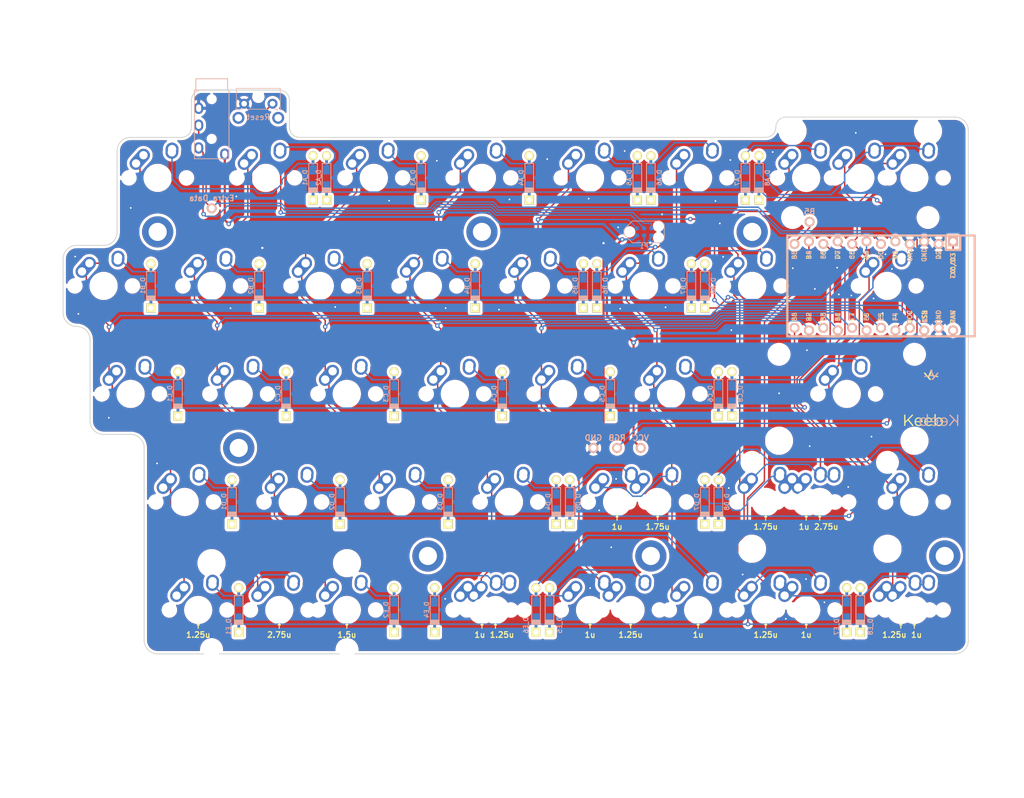
<source format=kicad_pcb>
(kicad_pcb (version 20190605) (host pcbnew "(5.1.0-1458-gf057bfc7c)")
  (layers (0 "F.Cu" signal) (31 "B.Cu" signal) (34 "B.Paste" user) (35 "F.Paste" user) (36 "B.SilkS" user) (37 "F.SilkS" user hide) (38 "B.Mask" user) (39 "F.Mask" user) (44 "Edge.Cuts" user))
  (net 0 "")
  (net 1 "RowA")
  (net 2 "Net-(D_A1-Pad2)")
  (net 3 "Net-(D_A2-Pad2)")
  (net 4 "Net-(D_A3-Pad2)")
  (net 5 "Net-(D_A4-Pad2)")
  (net 6 "Net-(D_A5-Pad2)")
  (net 7 "Net-(D_A6-Pad2)")
  (net 8 "Net-(D_A7-Pad2)")
  (net 9 "Net-(D_B1-Pad2)")
  (net 10 "RowB")
  (net 11 "Net-(D_B2-Pad2)")
  (net 12 "Net-(D_B3-Pad2)")
  (net 13 "Net-(D_B4-Pad2)")
  (net 14 "Net-(D_B5-Pad2)")
  (net 15 "Net-(D_B6-Pad2)")
  (net 16 "RowC")
  (net 17 "Net-(D_C1-Pad2)")
  (net 18 "Net-(D_C2-Pad2)")
  (net 19 "Net-(D_C3-Pad2)")
  (net 20 "Net-(D_C4-Pad2)")
  (net 21 "Net-(D_C5-Pad2)")
  (net 22 "Net-(D_C6-Pad2)")
  (net 23 "Net-(D_D1-Pad2)")
  (net 24 "RowD")
  (net 25 "Net-(D_D3-Pad2)")
  (net 26 "Net-(D_D4-Pad2)")
  (net 27 "Net-(D_D6-Pad2)")
  (net 28 "Net-(D_D7-Pad2)")
  (net 29 "RowE")
  (net 30 "Net-(D_E1-Pad2)")
  (net 31 "Net-(D_E5-Pad2)")
  (net 32 "Net-(D_E7-Pad2)")
  (net 33 "Col5")
  (net 34 "VCC")
  (net 35 "Col4")
  (net 36 "Col6")
  (net 37 "Reset")
  (net 38 "GND")
  (net 39 "Data")
  (net 40 "Data2")
  (net 41 "Col1")
  (net 42 "Col2")
  (net 43 "Col3")
  (net 44 "Col7")
  (net 45 "RGB")
  (net 46 "LED")
  (net 47 "Net-(D_A8-Pad2)")
  (net 48 "Net-(D_B7-Pad2)")
  (net 49 "Net-(D_B8-Pad2)")
  (net 50 "Net-(D_C8-Pad2)")
  (net 51 "Net-(D_D2-Pad2)")
  (net 52 "Net-(D_D8-Pad2)")
  (net 53 "Net-(D_E4-Pad2)")
  (net 54 "Net-(D_E6-Pad2)")
  (net 55 "Net-(D_E8-Pad2)")
  (net 56 "Col8")
  (net 57 "Net-(D_E2-Pad2)")
  (module "Keebio-Parts:ArduinoProMicro-ZigZag" (layer "F.Cu") (at 159.543616 52.387456 180)
    (fp_text reference "U2" hide)
    (fp_text value "ProMicro" hide)
    (fp_text user "D2" (at -11.43 5.461 270) (layer "B.SilkS") (effects (font (size 0.8 0.8)) (justify mirror)))
    (fp_text user "D0" (at -1.27 5.461 270) (layer "B.SilkS") (effects (font (size 0.8 0.8)) (justify mirror)))
    (fp_text user "D1" (at -3.81 5.461 270) (layer "B.SilkS") (effects (font (size 0.8 0.8)) (justify mirror)))
    (fp_text user "GND" (at -6.35 5.461 270) (layer "B.SilkS") (effects (font (size 0.8 0.8)) (justify mirror)))
    (fp_text user "GND" (at -8.89 5.461 90) (layer "B.SilkS") (effects (font (size 0.8 0.8)) (justify mirror)))
    (fp_text user "D4" (at 1.27 5.461 270) (layer "B.SilkS") (effects (font (size 0.8 0.8)) (justify mirror)))
    (fp_text user "C6" (at 3.81 5.461 270) (layer "B.SilkS") (effects (font (size 0.8 0.8)) (justify mirror)))
    (fp_text user "D7" (at 6.35 5.461 270) (layer "B.SilkS") (effects (font (size 0.8 0.8)) (justify mirror)))
    (fp_text user "E6" (at 8.89 5.461 270) (layer "B.SilkS") (effects (font (size 0.8 0.8)) (justify mirror)))
    (fp_text user "B4" (at 11.43 5.461 270) (layer "B.SilkS") (effects (font (size 0.8 0.8)) (justify mirror)))
    (fp_text user "B5" (at 13.97 5.461 270) (layer "B.SilkS") (effects (font (size 0.8 0.8)) (justify mirror)))
    (fp_text user "B6" (at 13.97 -5.461 270) (layer "B.SilkS") (effects (font (size 0.8 0.8)) (justify mirror)))
    (fp_text user "B2" (at 11.43 -5.461 270) (layer "F.SilkS") (effects (font (size 0.8 0.8))))
    (fp_text user "B3" (at 8.89 -5.461 270) (layer "B.SilkS") (effects (font (size 0.8 0.8)) (justify mirror)))
    (fp_text user "B1" (at 6.35 -5.461 270) (layer "B.SilkS") (effects (font (size 0.8 0.8)) (justify mirror)))
    (fp_text user "F7" (at 3.81 -5.461 270) (layer "F.SilkS") (effects (font (size 0.8 0.8))))
    (fp_text user "F6" (at 1.27 -5.461 270) (layer "F.SilkS") (effects (font (size 0.8 0.8))))
    (fp_text user "F5" (at -1.27 -5.461 270) (layer "F.SilkS") (effects (font (size 0.8 0.8))))
    (fp_text user "F4" (at -3.81 -5.461 270) (layer "B.SilkS") (effects (font (size 0.8 0.8)) (justify mirror)))
    (fp_text user "VCC" (at -6.35 -5.461 270) (layer "B.SilkS") (effects (font (size 0.8 0.8)) (justify mirror)))
    (fp_text user "GND" (at -11.43 -5.461 90) (layer "B.SilkS") (effects (font (size 0.8 0.8)) (justify mirror)))
    (fp_text user "RAW" (at -13.97 -5.461 270) (layer "B.SilkS") (effects (font (size 0.8 0.8)) (justify mirror)))
    (fp_text user "RAW" (at -13.97 -5.461 90) (layer "F.SilkS") (effects (font (size 0.8 0.8))))
    (fp_text user "GND" (at -11.43 -5.461 90) (layer "F.SilkS") (effects (font (size 0.8 0.8))))
    (fp_text user "ST" (at -8.92 -5.73312 270.1) (layer "F.SilkS") (effects (font (size 0.8 0.8))))
    (fp_text user "VCC" (at -6.35 -5.461 90) (layer "F.SilkS") (effects (font (size 0.8 0.8))))
    (fp_text user "F4" (at -3.81 -5.461 90) (layer "F.SilkS") (effects (font (size 0.8 0.8))))
    (fp_text user "F5" (at -1.27 -5.461 90) (layer "B.SilkS") (effects (font (size 0.8 0.8)) (justify mirror)))
    (fp_text user "F6" (at 1.27 -5.461 90) (layer "B.SilkS") (effects (font (size 0.8 0.8)) (justify mirror)))
    (fp_text user "F7" (at 3.81 -5.461 90) (layer "B.SilkS") (effects (font (size 0.8 0.8)) (justify mirror)))
    (fp_text user "B1" (at 6.35 -5.461 90) (layer "F.SilkS") (effects (font (size 0.8 0.8))))
    (fp_text user "B3" (at 8.89 -5.461 90) (layer "F.SilkS") (effects (font (size 0.8 0.8))))
    (fp_text user "B2" (at 11.43 -5.461 90) (layer "B.SilkS") (effects (font (size 0.8 0.8)) (justify mirror)))
    (fp_text user "B6" (at 13.97 -5.461 90) (layer "F.SilkS") (effects (font (size 0.8 0.8))))
    (fp_text user "B5" (at 13.97 5.461 90) (layer "F.SilkS") (effects (font (size 0.8 0.8))))
    (fp_text user "B4" (at 11.43 5.461 90) (layer "F.SilkS") (effects (font (size 0.8 0.8))))
    (fp_text user "E6" (at 8.89 5.461 90) (layer "F.SilkS") (effects (font (size 0.8 0.8))))
    (fp_text user "D7" (at 6.35 5.461 90) (layer "F.SilkS") (effects (font (size 0.8 0.8))))
    (fp_text user "C6" (at 3.81 5.461 90) (layer "F.SilkS") (effects (font (size 0.8 0.8))))
    (fp_text user "D4" (at 1.27 5.461 90) (layer "F.SilkS") (effects (font (size 0.8 0.8))))
    (fp_text user "GND" (at -8.89 5.461 90) (layer "F.SilkS") (effects (font (size 0.8 0.8))))
    (fp_text user "GND" (at -6.35 5.461 90) (layer "F.SilkS") (effects (font (size 0.8 0.8))))
    (fp_text user "D1" (at -3.81 5.461 90) (layer "F.SilkS") (effects (font (size 0.8 0.8))))
    (fp_text user "D0" (at -1.27 5.461 90) (layer "F.SilkS") (effects (font (size 0.8 0.8))))
    (fp_text user "D2" (at -11.43 5.461 90) (layer "F.SilkS") (effects (font (size 0.8 0.8))))
    (fp_text user "TX0/D3" (at -13.97 3.571872 270) (layer "B.SilkS") (effects (font (size 0.8 0.8)) (justify mirror)))
    (fp_text user "TX0/D3" (at -13.97 3.571872 90) (layer "F.SilkS") (effects (font (size 0.8 0.8))))
    (fp_text user "ST" (at -8.91 -5.04 90) (layer "B.SilkS") (effects (font (size 0.8 0.8)) (justify mirror)))
    (pad "24" thru_hole circle (at -13.97 -7.8486 180) (size 1.7526 1.7526) (drill 1.0922) (layers *.Cu *.SilkS *.Mask))
    (pad "12" thru_hole circle (at 13.97 7.3914 180) (size 1.7526 1.7526) (drill 1.0922) (layers *.Cu *.SilkS *.Mask) (net 46 "LED"))
    (pad "23" thru_hole circle (at -11.43 -7.3914 180) (size 1.7526 1.7526) (drill 1.0922) (layers *.Cu *.SilkS *.Mask) (net 38 "GND"))
    (pad "22" thru_hole circle (at -8.89 -7.8486 180) (size 1.7526 1.7526) (drill 1.0922) (layers *.Cu *.SilkS *.Mask) (net 37 "Reset"))
    (pad "21" thru_hole circle (at -6.35 -7.3914 180) (size 1.7526 1.7526) (drill 1.0922) (layers *.Cu *.SilkS *.Mask) (net 34 "VCC"))
    (pad "20" thru_hole circle (at -3.81 -7.8486 180) (size 1.7526 1.7526) (drill 1.0922) (layers *.Cu *.SilkS *.Mask) (net 1 "RowA"))
    (pad "19" thru_hole circle (at -1.27 -7.3914 180) (size 1.7526 1.7526) (drill 1.0922) (layers *.Cu *.SilkS *.Mask) (net 41 "Col1"))
    (pad "18" thru_hole circle (at 1.27 -7.8486 180) (size 1.7526 1.7526) (drill 1.0922) (layers *.Cu *.SilkS *.Mask) (net 42 "Col2"))
    (pad "17" thru_hole circle (at 3.81 -7.3914 180) (size 1.7526 1.7526) (drill 1.0922) (layers *.Cu *.SilkS *.Mask) (net 43 "Col3"))
    (pad "16" thru_hole circle (at 6.35 -7.8486 180) (size 1.7526 1.7526) (drill 1.0922) (layers *.Cu *.SilkS *.Mask) (net 35 "Col4"))
    (pad "15" thru_hole circle (at 8.89 -7.3914 180) (size 1.7526 1.7526) (drill 1.0922) (layers *.Cu *.SilkS *.Mask) (net 33 "Col5"))
    (pad "14" thru_hole circle (at 11.43 -7.8486 180) (size 1.7526 1.7526) (drill 1.0922) (layers *.Cu *.SilkS *.Mask) (net 36 "Col6"))
    (pad "13" thru_hole circle (at 13.97 -7.3914 180) (size 1.7526 1.7526) (drill 1.0922) (layers *.Cu *.SilkS *.Mask) (net 44 "Col7"))
    (pad "11" thru_hole circle (at 11.43 7.8486 180) (size 1.7526 1.7526) (drill 1.0922) (layers *.Cu *.SilkS *.Mask) (net 29 "RowE"))
    (pad "10" thru_hole circle (at 8.89 7.3914 180) (size 1.7526 1.7526) (drill 1.0922) (layers *.Cu *.SilkS *.Mask) (net 24 "RowD"))
    (pad "9" thru_hole circle (at 6.35 7.8486 180) (size 1.7526 1.7526) (drill 1.0922) (layers *.Cu *.SilkS *.Mask) (net 16 "RowC"))
    (pad "8" thru_hole circle (at 3.81 7.3914 180) (size 1.7526 1.7526) (drill 1.0922) (layers *.Cu *.SilkS *.Mask) (net 56 "Col8"))
    (pad "7" thru_hole circle (at 1.27 7.8486 180) (size 1.7526 1.7526) (drill 1.0922) (layers *.Cu *.SilkS *.Mask) (net 10 "RowB"))
    (pad "6" thru_hole circle (at -1.27 7.3914 180) (size 1.7526 1.7526) (drill 1.0922) (layers *.Cu *.SilkS *.Mask) (net 39 "Data"))
    (pad "5" thru_hole circle (at -3.81 7.8486 180) (size 1.7526 1.7526) (drill 1.0922) (layers *.Cu *.SilkS *.Mask) (net 40 "Data2"))
    (pad "4" thru_hole circle (at -6.35 7.3914 180) (size 1.7526 1.7526) (drill 1.0922) (layers *.Cu *.SilkS *.Mask) (net 38 "GND"))
    (pad "3" thru_hole circle (at -8.89 7.8486 180) (size 1.7526 1.7526) (drill 1.0922) (layers *.Cu *.SilkS *.Mask) (net 38 "GND"))
    (pad "2" thru_hole circle (at -11.43 7.3914 180) (size 1.7526 1.7526) (drill 1.0922) (layers *.Cu *.SilkS *.Mask) (net 38 "GND"))
    (pad "1" thru_hole rect (at -13.97 7.8486 180) (size 1.7526 1.7526) (drill 1.0922) (layers *.Cu *.SilkS *.Mask) (net 45 "RGB"))
  )
  (module "Keebio-Parts:VIA-0.6mm" (layer "F.Cu") (at 155.04 87.86)
    (fp_text reference "REF**" hide)
    (fp_text value "VIA-0.6mm" hide)
    (pad "1" thru_hole circle (at 0 0) (size 0.6 0.6) (drill 0.3) (layers *.Cu) (net 38 "GND"))
  )
  (module "Keebio-Parts:VIA-0.6mm" (layer "F.Cu") (at 109.55 105.68)
    (fp_text reference "REF**" hide)
    (fp_text value "VIA-0.6mm" hide)
    (pad "1" thru_hole circle (at 0 0) (size 0.6 0.6) (drill 0.3) (layers *.Cu) (net 38 "GND"))
  )
  (module "Keebio-Parts:VIA-0.6mm" (layer "F.Cu") (at 113.27 98.48)
    (fp_text reference "REF**" hide)
    (fp_text value "VIA-0.6mm" hide)
    (pad "1" thru_hole circle (at 0 0) (size 0.6 0.6) (drill 0.3) (layers *.Cu) (net 38 "GND"))
  )
  (module "Keebio-Parts:VIA-0.6mm" (layer "F.Cu") (at 84.01 107.58)
    (fp_text reference "REF**" hide)
    (fp_text value "VIA-0.6mm" hide)
    (pad "1" thru_hole circle (at 0 0) (size 0.6 0.6) (drill 0.3) (layers *.Cu) (net 38 "GND"))
  )
  (module "Keebio-Parts:VIA-0.6mm" (layer "F.Cu") (at 144.05 111.09)
    (fp_text reference "REF**" hide)
    (fp_text value "VIA-0.6mm" hide)
    (pad "1" thru_hole circle (at 0 0) (size 0.6 0.6) (drill 0.3) (layers *.Cu) (net 38 "GND"))
  )
  (module "Keebio-Parts:VIA-0.6mm" (layer "F.Cu") (at 150.84 108.18)
    (fp_text reference "REF**" hide)
    (fp_text value "VIA-0.6mm" hide)
    (pad "1" thru_hole circle (at 0 0) (size 0.6 0.6) (drill 0.3) (layers *.Cu) (net 38 "GND"))
  )
  (module "Keebio-Parts:VIA-0.6mm" (layer "F.Cu") (at 147.6 104.09)
    (fp_text reference "REF**" hide)
    (fp_text value "VIA-0.6mm" hide)
    (pad "1" thru_hole circle (at 0 0) (size 0.6 0.6) (drill 0.3) (layers *.Cu) (net 38 "GND"))
  )
  (module "Keebio-Parts:VIA-0.6mm" (layer "F.Cu") (at 132.99 47.26)
    (fp_text reference "REF**" hide)
    (fp_text value "VIA-0.6mm" hide)
    (pad "1" thru_hole circle (at 0 0) (size 0.6 0.6) (drill 0.3) (layers *.Cu) (net 38 "GND"))
  )
  (module "Keebio-Parts:VIA-0.6mm" (layer "F.Cu") (at 161.6 46.81)
    (fp_text reference "REF**" hide)
    (fp_text value "VIA-0.6mm" hide)
    (pad "1" thru_hole circle (at 0 0) (size 0.6 0.6) (drill 0.3) (layers *.Cu) (net 38 "GND"))
  )
  (module "Keebio-Parts:VIA-0.6mm" (layer "F.Cu") (at 162.74 49.4)
    (fp_text reference "REF**" hide)
    (fp_text value "VIA-0.6mm" hide)
    (pad "1" thru_hole circle (at 0 0) (size 0.6 0.6) (drill 0.3) (layers *.Cu) (net 38 "GND"))
  )
  (module "Keebio-Parts:VIA-0.6mm" (layer "F.Cu") (at 136.43 103.28)
    (fp_text reference "REF**" hide)
    (fp_text value "VIA-0.6mm" hide)
    (pad "1" thru_hole circle (at 0 0) (size 0.6 0.6) (drill 0.3) (layers *.Cu) (net 38 "GND"))
  )
  (module "Keebio-Parts:VIA-0.6mm" (layer "F.Cu") (at 47.2 36.61)
    (fp_text reference "REF**" hide)
    (fp_text value "VIA-0.6mm" hide)
    (pad "1" thru_hole circle (at 0 0) (size 0.6 0.6) (drill 0.3) (layers *.Cu) (net 38 "GND"))
  )
  (module "Keebio-Parts:VIA-0.6mm" (layer "F.Cu") (at 18.8 47.22)
    (fp_text reference "REF**" hide)
    (fp_text value "VIA-0.6mm" hide)
    (pad "1" thru_hole circle (at 0 0) (size 0.6 0.6) (drill 0.3) (layers *.Cu) (net 38 "GND"))
  )
  (module "Keebio-Parts:VIA-0.6mm" (layer "F.Cu") (at 28.59 38.64)
    (fp_text reference "REF**" hide)
    (fp_text value "VIA-0.6mm" hide)
    (pad "1" thru_hole circle (at 0 0) (size 0.6 0.6) (drill 0.3) (layers *.Cu) (net 38 "GND"))
  )
  (module "Keebio-Parts:VIA-0.6mm" (layer "F.Cu") (at 141.72 28.78)
    (fp_text reference "REF**" hide)
    (fp_text value "VIA-0.6mm" hide)
    (pad "1" thru_hole circle (at 0 0) (size 0.6 0.6) (drill 0.3) (layers *.Cu) (net 38 "GND"))
  )
  (module "Keebio-Parts:VIA-0.6mm" (layer "F.Cu") (at 115.64 28.6)
    (fp_text reference "REF**" hide)
    (fp_text value "VIA-0.6mm" hide)
    (pad "1" thru_hole circle (at 0 0) (size 0.6 0.6) (drill 0.3) (layers *.Cu) (net 38 "GND"))
  )
  (module "Keebio-Parts:VIA-0.6mm" (layer "F.Cu") (at 122.23 39.77)
    (fp_text reference "REF**" hide)
    (fp_text value "VIA-0.6mm" hide)
    (pad "1" thru_hole circle (at 0 0) (size 0.6 0.6) (drill 0.3) (layers *.Cu) (net 38 "GND"))
  )
  (module "Keebio-Parts:VIA-0.6mm" (layer "F.Cu") (at 114.49 42.06)
    (fp_text reference "REF**" hide)
    (fp_text value "VIA-0.6mm" hide)
    (pad "1" thru_hole circle (at 0 0) (size 0.6 0.6) (drill 0.3) (layers *.Cu) (net 38 "GND"))
  )
  (module "Keebio-Parts:VIA-0.6mm" (layer "F.Cu") (at 101.99 30.02)
    (fp_text reference "REF**" hide)
    (fp_text value "VIA-0.6mm" hide)
    (pad "1" thru_hole circle (at 0 0) (size 0.6 0.6) (drill 0.3) (layers *.Cu) (net 38 "GND"))
  )
  (module "Keebio-Parts:VIA-0.6mm" (layer "F.Cu") (at 109.29 37)
    (fp_text reference "REF**" hide)
    (fp_text value "VIA-0.6mm" hide)
    (pad "1" thru_hole circle (at 0 0) (size 0.6 0.6) (drill 0.3) (layers *.Cu) (net 38 "GND"))
  )
  (module "Keebio-Parts:VIA-0.6mm" (layer "F.Cu") (at 95.34 37.14)
    (fp_text reference "REF**" hide)
    (fp_text value "VIA-0.6mm" hide)
    (pad "1" thru_hole circle (at 0 0) (size 0.6 0.6) (drill 0.3) (layers *.Cu) (net 38 "GND"))
  )
  (module "Keebio-Parts:VIA-0.6mm" (layer "F.Cu") (at 82.54 30.31)
    (fp_text reference "REF**" hide)
    (fp_text value "VIA-0.6mm" hide)
    (pad "1" thru_hole circle (at 0 0) (size 0.6 0.6) (drill 0.3) (layers *.Cu) (net 38 "GND"))
  )
  (module "Keebio-Parts:VIA-0.6mm" (layer "F.Cu") (at 74.13 37.36)
    (fp_text reference "REF**" hide)
    (fp_text value "VIA-0.6mm" hide)
    (pad "1" thru_hole circle (at 0 0) (size 0.6 0.6) (drill 0.3) (layers *.Cu) (net 38 "GND"))
  )
  (module "Keebio-Parts:VIA-0.6mm" (layer "F.Cu") (at 33.23 83.69)
    (fp_text reference "REF**" hide)
    (fp_text value "VIA-0.6mm" hide)
    (pad "1" thru_hole circle (at 0 0) (size 0.6 0.6) (drill 0.3) (layers *.Cu) (net 38 "GND"))
  )
  (module "Keebio-Parts:VIA-0.6mm" (layer "F.Cu") (at 19.36 57.32)
    (fp_text reference "REF**" hide)
    (fp_text value "VIA-0.6mm" hide)
    (pad "1" thru_hole circle (at 0 0) (size 0.6 0.6) (drill 0.3) (layers *.Cu) (net 38 "GND"))
  )
  (module "Keebio-Parts:VIA-0.6mm" (layer "F.Cu") (at 24.73 75.64)
    (fp_text reference "REF**" hide)
    (fp_text value "VIA-0.6mm" hide)
    (pad "1" thru_hole circle (at 0 0) (size 0.6 0.6) (drill 0.3) (layers *.Cu) (net 38 "GND"))
  )
  (module "Keebio-Parts:VIA-0.6mm" (layer "F.Cu") (at 46.17 56.33)
    (fp_text reference "REF**" hide)
    (fp_text value "VIA-0.6mm" hide)
    (pad "1" thru_hole circle (at 0 0) (size 0.6 0.6) (drill 0.3) (layers *.Cu) (net 38 "GND"))
  )
  (module "Keebio-Parts:VIA-0.6mm" (layer "F.Cu") (at 64.62 56.11)
    (fp_text reference "REF**" hide)
    (fp_text value "VIA-0.6mm" hide)
    (pad "1" thru_hole circle (at 0 0) (size 0.6 0.6) (drill 0.3) (layers *.Cu) (net 38 "GND"))
  )
  (module "Keebio-Parts:VIA-0.6mm" (layer "F.Cu") (at 84.09 56.31)
    (fp_text reference "REF**" hide)
    (fp_text value "VIA-0.6mm" hide)
    (pad "1" thru_hole circle (at 0 0) (size 0.6 0.6) (drill 0.3) (layers *.Cu) (net 38 "GND"))
  )
  (module "Keebio-Parts:VIA-0.6mm" (layer "F.Cu") (at 93.49 56.57)
    (fp_text reference "REF**" hide)
    (fp_text value "VIA-0.6mm" hide)
    (pad "1" thru_hole circle (at 0 0) (size 0.6 0.6) (drill 0.3) (layers *.Cu) (net 38 "GND"))
  )
  (module "Keebio-Parts:VIA-0.6mm" (layer "F.Cu") (at 114.13 86.42)
    (fp_text reference "REF**" hide)
    (fp_text value "VIA-0.6mm" hide)
    (pad "1" thru_hole circle (at 0 0) (size 0.6 0.6) (drill 0.3) (layers *.Cu) (net 38 "GND"))
  )
  (module "Keebio-Parts:VIA-0.6mm" (layer "F.Cu") (at 111.14 91.96)
    (fp_text reference "REF**" hide)
    (fp_text value "VIA-0.6mm" hide)
    (pad "1" thru_hole circle (at 0 0) (size 0.6 0.6) (drill 0.3) (layers *.Cu) (net 38 "GND"))
  )
  (module "Keebio-Parts:VIA-0.6mm" (layer "F.Cu") (at 133.99 88.04)
    (fp_text reference "REF**" hide)
    (fp_text value "VIA-0.6mm" hide)
    (pad "1" thru_hole circle (at 0 0) (size 0.6 0.6) (drill 0.3) (layers *.Cu) (net 38 "GND"))
  )
  (module "Keebio-Parts:VIA-0.6mm" (layer "F.Cu") (at 148.25 80.65)
    (fp_text reference "REF**" hide)
    (fp_text value "VIA-0.6mm" hide)
    (pad "1" thru_hole circle (at 0 0) (size 0.6 0.6) (drill 0.3) (layers *.Cu) (net 38 "GND"))
  )
  (module "Keebio-Parts:VIA-0.6mm" (layer "F.Cu") (at 159.14 78.97)
    (fp_text reference "REF**" hide)
    (fp_text value "VIA-0.6mm" hide)
    (pad "1" thru_hole circle (at 0 0) (size 0.6 0.6) (drill 0.3) (layers *.Cu) (net 38 "GND"))
  )
  (module "Keebio-Parts:VIA-0.6mm" (layer "F.Cu") (at 142.86 71.33)
    (fp_text reference "REF**" hide)
    (fp_text value "VIA-0.6mm" hide)
    (pad "1" thru_hole circle (at 0 0) (size 0.6 0.6) (drill 0.3) (layers *.Cu) (net 38 "GND"))
  )
  (module "Keebio-Parts:VIA-0.6mm" (layer "F.Cu") (at 147.76 63.73)
    (fp_text reference "REF**" hide)
    (fp_text value "VIA-0.6mm" hide)
    (pad "1" thru_hole circle (at 0 0) (size 0.6 0.6) (drill 0.3) (layers *.Cu) (net 38 "GND"))
  )
  (module "Keebio-Parts:VIA-0.6mm" (layer "F.Cu") (at 114.86 56.41)
    (fp_text reference "REF**" hide)
    (fp_text value "VIA-0.6mm" hide)
    (pad "1" thru_hole circle (at 0 0) (size 0.6 0.6) (drill 0.3) (layers *.Cu) (net 38 "GND"))
  )
  (module "Keebio-Parts:VIA-0.6mm" (layer "F.Cu") (at 122.85 56.16)
    (fp_text reference "REF**" hide)
    (fp_text value "VIA-0.6mm" hide)
    (pad "1" thru_hole circle (at 0 0) (size 0.6 0.6) (drill 0.3) (layers *.Cu) (net 38 "GND"))
  )
  (module "Keebio-Parts:VIA-0.6mm" (layer "F.Cu") (at 134.43 60.19)
    (fp_text reference "REF**" hide)
    (fp_text value "VIA-0.6mm" hide)
    (pad "1" thru_hole circle (at 0 0) (size 0.6 0.6) (drill 0.3) (layers *.Cu) (net 38 "GND"))
  )
  (module "Keebio-Parts:VIA-0.6mm" (layer "F.Cu") (at 161.11 57.2)
    (fp_text reference "REF**" hide)
    (fp_text value "VIA-0.6mm" hide)
    (pad "1" thru_hole circle (at 0 0) (size 0.6 0.6) (drill 0.3) (layers *.Cu) (net 38 "GND"))
  )
  (module "Keebio-Parts:VIA-0.6mm" (layer "F.Cu") (at 159.5 54.6)
    (fp_text reference "REF**" hide)
    (fp_text value "VIA-0.6mm" hide)
    (pad "1" thru_hole circle (at 0 0) (size 0.6 0.6) (drill 0.3) (layers *.Cu) (net 38 "GND"))
  )
  (module "Keebio-Parts:VIA-0.6mm" (layer "F.Cu") (at 155.59 54.08)
    (fp_text reference "REF**" hide)
    (fp_text value "VIA-0.6mm" hide)
    (pad "1" thru_hole circle (at 0 0) (size 0.6 0.6) (drill 0.3) (layers *.Cu) (net 38 "GND"))
  )
  (module "Keebio-Parts:VIA-0.6mm" (layer "F.Cu") (at 153.38 53.89)
    (fp_text reference "REF**" hide)
    (fp_text value "VIA-0.6mm" hide)
    (pad "1" thru_hole circle (at 0 0) (size 0.6 0.6) (drill 0.3) (layers *.Cu) (net 38 "GND"))
  )
  (module "Keebio-Parts:VIA-0.6mm" (layer "F.Cu") (at 153.09 49.17)
    (fp_text reference "REF**" hide)
    (fp_text value "VIA-0.6mm" hide)
    (pad "1" thru_hole circle (at 0 0) (size 0.6 0.6) (drill 0.3) (layers *.Cu) (net 38 "GND"))
  )
  (module "Keebio-Parts:VIA-0.6mm" (layer "F.Cu") (at 149.16 52.92)
    (fp_text reference "REF**" hide)
    (fp_text value "VIA-0.6mm" hide)
    (pad "1" thru_hole circle (at 0 0) (size 0.6 0.6) (drill 0.3) (layers *.Cu) (net 38 "GND"))
  )
  (module "Keebio-Parts:VIA-0.6mm" (layer "F.Cu") (at 145.27 49.27)
    (fp_text reference "REF**" hide)
    (fp_text value "VIA-0.6mm" hide)
    (pad "1" thru_hole circle (at 0 0) (size 0.6 0.6) (drill 0.3) (layers *.Cu) (net 38 "GND"))
  )
  (module "Keebio-Parts:VIA-0.6mm" (layer "F.Cu") (at 132.41 41.38)
    (fp_text reference "REF**" hide)
    (fp_text value "VIA-0.6mm" hide)
    (pad "1" thru_hole circle (at 0 0) (size 0.6 0.6) (drill 0.3) (layers *.Cu) (net 38 "GND"))
  )
  (module "Keebio-Parts:VIA-0.6mm" (layer "F.Cu") (at 131.64 37.41)
    (fp_text reference "REF**" hide)
    (fp_text value "VIA-0.6mm" hide)
    (pad "1" thru_hole circle (at 0 0) (size 0.6 0.6) (drill 0.3) (layers *.Cu) (net 38 "GND"))
  )
  (module "Keebio-Parts:VIA-0.6mm" (layer "F.Cu") (at 134.26 30.19)
    (fp_text reference "REF**" hide)
    (fp_text value "VIA-0.6mm" hide)
    (pad "1" thru_hole circle (at 0 0) (size 0.6 0.6) (drill 0.3) (layers *.Cu) (net 38 "GND"))
  )
  (module "Keebio-Parts:Diode-Hybrid-Back" (layer "F.Cu") (at 63.103072 33.337472 270)
    (fp_text reference "D_A2" (at -0.0254 1.4 270) (layer "B.SilkS") (effects (font (size 0.8 0.8)) (justify mirror)))
    (fp_text value "D" hide)
    (pad "1" thru_hole rect (at 3.9 0 270) (size 1.6 1.6) (drill 1) (layers *.Cu *.Mask "F.SilkS") (net 1 "RowA"))
    (pad "2" thru_hole circle (at -3.9 0 270) (size 1.6 1.6) (drill 1) (layers *.Cu *.Mask "F.SilkS") (net 3 "Net-(D_A2-Pad2)"))
    (pad "1" smd rect (at 2.5 0 270) (size 2.9 0.5) (layers "B.Cu") (net 1 "RowA"))
    (pad "1" smd rect (at 1.4 0 270) (size 1.6 1.2) (layers "B.Cu" "B.Paste" "B.Mask") (net 1 "RowA"))
    (pad "2" smd rect (at -1.4 0 270) (size 1.6 1.2) (layers "B.Cu" "B.Paste" "B.Mask") (net 3 "Net-(D_A2-Pad2)"))
    (pad "2" smd rect (at -2.5 0 270) (size 2.9 0.5) (layers "B.Cu") (net 3 "Net-(D_A2-Pad2)"))
  )
  (module "Keebio-Parts:Diode-Hybrid-Back" (layer "F.Cu") (at 60.721824 33.337472 270)
    (fp_text reference "D_A1" (at -0.0254 1.4 270) (layer "B.SilkS") (effects (font (size 0.8 0.8)) (justify mirror)))
    (fp_text value "D" hide)
    (pad "1" thru_hole rect (at 3.9 0 270) (size 1.6 1.6) (drill 1) (layers *.Cu *.Mask "F.SilkS") (net 1 "RowA"))
    (pad "2" thru_hole circle (at -3.9 0 270) (size 1.6 1.6) (drill 1) (layers *.Cu *.Mask "F.SilkS") (net 2 "Net-(D_A1-Pad2)"))
    (pad "1" smd rect (at 2.5 0 270) (size 2.9 0.5) (layers "B.Cu") (net 1 "RowA"))
    (pad "1" smd rect (at 1.4 0 270) (size 1.6 1.2) (layers "B.Cu" "B.Paste" "B.Mask") (net 1 "RowA"))
    (pad "2" smd rect (at -1.4 0 270) (size 1.6 1.2) (layers "B.Cu" "B.Paste" "B.Mask") (net 2 "Net-(D_A1-Pad2)"))
    (pad "2" smd rect (at -2.5 0 270) (size 2.9 0.5) (layers "B.Cu") (net 2 "Net-(D_A1-Pad2)"))
  )
  (module "Keebio-Parts:Diode-Hybrid-Back" (layer "F.Cu") (at 79.771808 33.337472 270)
    (fp_text reference "D_A3" (at -0.0254 1.4 270) (layer "B.SilkS") (effects (font (size 0.8 0.8)) (justify mirror)))
    (fp_text value "D" hide)
    (pad "1" thru_hole rect (at 3.9 0 270) (size 1.6 1.6) (drill 1) (layers *.Cu *.Mask "F.SilkS") (net 1 "RowA"))
    (pad "2" thru_hole circle (at -3.9 0 270) (size 1.6 1.6) (drill 1) (layers *.Cu *.Mask "F.SilkS") (net 4 "Net-(D_A3-Pad2)"))
    (pad "1" smd rect (at 2.5 0 270) (size 2.9 0.5) (layers "B.Cu") (net 1 "RowA"))
    (pad "1" smd rect (at 1.4 0 270) (size 1.6 1.2) (layers "B.Cu" "B.Paste" "B.Mask") (net 1 "RowA"))
    (pad "2" smd rect (at -1.4 0 270) (size 1.6 1.2) (layers "B.Cu" "B.Paste" "B.Mask") (net 4 "Net-(D_A3-Pad2)"))
    (pad "2" smd rect (at -2.5 0 270) (size 2.9 0.5) (layers "B.Cu") (net 4 "Net-(D_A3-Pad2)"))
  )
  (module "Keebio-Parts:Diode-Hybrid-Back" (layer "F.Cu") (at 98.821792 33.337472 270)
    (fp_text reference "D_A4" (at -0.0254 1.4 270) (layer "B.SilkS") (effects (font (size 0.8 0.8)) (justify mirror)))
    (fp_text value "D" hide)
    (pad "1" thru_hole rect (at 3.9 0 270) (size 1.6 1.6) (drill 1) (layers *.Cu *.Mask "F.SilkS") (net 1 "RowA"))
    (pad "2" thru_hole circle (at -3.9 0 270) (size 1.6 1.6) (drill 1) (layers *.Cu *.Mask "F.SilkS") (net 5 "Net-(D_A4-Pad2)"))
    (pad "1" smd rect (at 2.5 0 270) (size 2.9 0.5) (layers "B.Cu") (net 1 "RowA"))
    (pad "1" smd rect (at 1.4 0 270) (size 1.6 1.2) (layers "B.Cu" "B.Paste" "B.Mask") (net 1 "RowA"))
    (pad "2" smd rect (at -1.4 0 270) (size 1.6 1.2) (layers "B.Cu" "B.Paste" "B.Mask") (net 5 "Net-(D_A4-Pad2)"))
    (pad "2" smd rect (at -2.5 0 270) (size 2.9 0.5) (layers "B.Cu") (net 5 "Net-(D_A4-Pad2)"))
  )
  (module "Keebio-Parts:Diode-Hybrid-Back" (layer "F.Cu") (at 117.871776 33.337472 270)
    (fp_text reference "D_A5" (at -0.0254 1.4 270) (layer "B.SilkS") (effects (font (size 0.8 0.8)) (justify mirror)))
    (fp_text value "D" hide)
    (pad "1" thru_hole rect (at 3.9 0 270) (size 1.6 1.6) (drill 1) (layers *.Cu *.Mask "F.SilkS") (net 1 "RowA"))
    (pad "2" thru_hole circle (at -3.9 0 270) (size 1.6 1.6) (drill 1) (layers *.Cu *.Mask "F.SilkS") (net 6 "Net-(D_A5-Pad2)"))
    (pad "1" smd rect (at 2.5 0 270) (size 2.9 0.5) (layers "B.Cu") (net 1 "RowA"))
    (pad "1" smd rect (at 1.4 0 270) (size 1.6 1.2) (layers "B.Cu" "B.Paste" "B.Mask") (net 1 "RowA"))
    (pad "2" smd rect (at -1.4 0 270) (size 1.6 1.2) (layers "B.Cu" "B.Paste" "B.Mask") (net 6 "Net-(D_A5-Pad2)"))
    (pad "2" smd rect (at -2.5 0 270) (size 2.9 0.5) (layers "B.Cu") (net 6 "Net-(D_A5-Pad2)"))
  )
  (module "Keebio-Parts:Diode-Hybrid-Back" (layer "F.Cu") (at 120.253024 33.337472 270)
    (fp_text reference "D_A6" (at -0.0254 -1.48828 270) (layer "B.SilkS") (effects (font (size 0.8 0.8)) (justify mirror)))
    (fp_text value "D" hide)
    (pad "1" thru_hole rect (at 3.9 0 270) (size 1.6 1.6) (drill 1) (layers *.Cu *.Mask "F.SilkS") (net 1 "RowA"))
    (pad "2" thru_hole circle (at -3.9 0 270) (size 1.6 1.6) (drill 1) (layers *.Cu *.Mask "F.SilkS") (net 7 "Net-(D_A6-Pad2)"))
    (pad "1" smd rect (at 2.5 0 270) (size 2.9 0.5) (layers "B.Cu") (net 1 "RowA"))
    (pad "1" smd rect (at 1.4 0 270) (size 1.6 1.2) (layers "B.Cu" "B.Paste" "B.Mask") (net 1 "RowA"))
    (pad "2" smd rect (at -1.4 0 270) (size 1.6 1.2) (layers "B.Cu" "B.Paste" "B.Mask") (net 7 "Net-(D_A6-Pad2)"))
    (pad "2" smd rect (at -2.5 0 270) (size 2.9 0.5) (layers "B.Cu") (net 7 "Net-(D_A6-Pad2)"))
  )
  (module "Keebio-Parts:Diode-Hybrid-Back" (layer "F.Cu") (at 136.92176 33.337472 270)
    (fp_text reference "D_A7" (at -0.0254 1.4 270) (layer "B.SilkS") (effects (font (size 0.8 0.8)) (justify mirror)))
    (fp_text value "D" hide)
    (pad "1" thru_hole rect (at 3.9 0 270) (size 1.6 1.6) (drill 1) (layers *.Cu *.Mask "F.SilkS") (net 1 "RowA"))
    (pad "2" thru_hole circle (at -3.9 0 270) (size 1.6 1.6) (drill 1) (layers *.Cu *.Mask "F.SilkS") (net 8 "Net-(D_A7-Pad2)"))
    (pad "1" smd rect (at 2.5 0 270) (size 2.9 0.5) (layers "B.Cu") (net 1 "RowA"))
    (pad "1" smd rect (at 1.4 0 270) (size 1.6 1.2) (layers "B.Cu" "B.Paste" "B.Mask") (net 1 "RowA"))
    (pad "2" smd rect (at -1.4 0 270) (size 1.6 1.2) (layers "B.Cu" "B.Paste" "B.Mask") (net 8 "Net-(D_A7-Pad2)"))
    (pad "2" smd rect (at -2.5 0 270) (size 2.9 0.5) (layers "B.Cu") (net 8 "Net-(D_A7-Pad2)"))
  )
  (module "Keebio-Parts:Diode-Hybrid-Back" (layer "F.Cu") (at 32.146848 52.387456 270)
    (fp_text reference "D_B1" (at -0.0254 1.4 270) (layer "B.SilkS") (effects (font (size 0.8 0.8)) (justify mirror)))
    (fp_text value "D" hide)
    (pad "1" thru_hole rect (at 3.9 0 270) (size 1.6 1.6) (drill 1) (layers *.Cu *.Mask "F.SilkS") (net 10 "RowB"))
    (pad "2" thru_hole circle (at -3.9 0 270) (size 1.6 1.6) (drill 1) (layers *.Cu *.Mask "F.SilkS") (net 9 "Net-(D_B1-Pad2)"))
    (pad "1" smd rect (at 2.5 0 270) (size 2.9 0.5) (layers "B.Cu") (net 10 "RowB"))
    (pad "1" smd rect (at 1.4 0 270) (size 1.6 1.2) (layers "B.Cu" "B.Paste" "B.Mask") (net 10 "RowB"))
    (pad "2" smd rect (at -1.4 0 270) (size 1.6 1.2) (layers "B.Cu" "B.Paste" "B.Mask") (net 9 "Net-(D_B1-Pad2)"))
    (pad "2" smd rect (at -2.5 0 270) (size 2.9 0.5) (layers "B.Cu") (net 9 "Net-(D_B1-Pad2)"))
  )
  (module "Keebio-Parts:Diode-Hybrid-Back" (layer "F.Cu") (at 51.196832 52.387456 270)
    (fp_text reference "D_B2" (at -0.0254 1.4 270) (layer "B.SilkS") (effects (font (size 0.8 0.8)) (justify mirror)))
    (fp_text value "D" hide)
    (pad "1" thru_hole rect (at 3.9 0 270) (size 1.6 1.6) (drill 1) (layers *.Cu *.Mask "F.SilkS") (net 10 "RowB"))
    (pad "2" thru_hole circle (at -3.9 0 270) (size 1.6 1.6) (drill 1) (layers *.Cu *.Mask "F.SilkS") (net 11 "Net-(D_B2-Pad2)"))
    (pad "1" smd rect (at 2.5 0 270) (size 2.9 0.5) (layers "B.Cu") (net 10 "RowB"))
    (pad "1" smd rect (at 1.4 0 270) (size 1.6 1.2) (layers "B.Cu" "B.Paste" "B.Mask") (net 10 "RowB"))
    (pad "2" smd rect (at -1.4 0 270) (size 1.6 1.2) (layers "B.Cu" "B.Paste" "B.Mask") (net 11 "Net-(D_B2-Pad2)"))
    (pad "2" smd rect (at -2.5 0 270) (size 2.9 0.5) (layers "B.Cu") (net 11 "Net-(D_B2-Pad2)"))
  )
  (module "Keebio-Parts:Diode-Hybrid-Back" (layer "F.Cu") (at 70.246816 52.387456 270)
    (fp_text reference "D_B3" (at -0.0254 1.4 270) (layer "B.SilkS") (effects (font (size 0.8 0.8)) (justify mirror)))
    (fp_text value "D" hide)
    (pad "1" thru_hole rect (at 3.9 0 270) (size 1.6 1.6) (drill 1) (layers *.Cu *.Mask "F.SilkS") (net 10 "RowB"))
    (pad "2" thru_hole circle (at -3.9 0 270) (size 1.6 1.6) (drill 1) (layers *.Cu *.Mask "F.SilkS") (net 12 "Net-(D_B3-Pad2)"))
    (pad "1" smd rect (at 2.5 0 270) (size 2.9 0.5) (layers "B.Cu") (net 10 "RowB"))
    (pad "1" smd rect (at 1.4 0 270) (size 1.6 1.2) (layers "B.Cu" "B.Paste" "B.Mask") (net 10 "RowB"))
    (pad "2" smd rect (at -1.4 0 270) (size 1.6 1.2) (layers "B.Cu" "B.Paste" "B.Mask") (net 12 "Net-(D_B3-Pad2)"))
    (pad "2" smd rect (at -2.5 0 270) (size 2.9 0.5) (layers "B.Cu") (net 12 "Net-(D_B3-Pad2)"))
  )
  (module "Keebio-Parts:Diode-Hybrid-Back" (layer "F.Cu") (at 89.2968 52.387456 270)
    (fp_text reference "D_B4" (at -0.0254 1.4 270) (layer "B.SilkS") (effects (font (size 0.8 0.8)) (justify mirror)))
    (fp_text value "D" hide)
    (pad "1" thru_hole rect (at 3.9 0 270) (size 1.6 1.6) (drill 1) (layers *.Cu *.Mask "F.SilkS") (net 10 "RowB"))
    (pad "2" thru_hole circle (at -3.9 0 270) (size 1.6 1.6) (drill 1) (layers *.Cu *.Mask "F.SilkS") (net 13 "Net-(D_B4-Pad2)"))
    (pad "1" smd rect (at 2.5 0 270) (size 2.9 0.5) (layers "B.Cu") (net 10 "RowB"))
    (pad "1" smd rect (at 1.4 0 270) (size 1.6 1.2) (layers "B.Cu" "B.Paste" "B.Mask") (net 10 "RowB"))
    (pad "2" smd rect (at -1.4 0 270) (size 1.6 1.2) (layers "B.Cu" "B.Paste" "B.Mask") (net 13 "Net-(D_B4-Pad2)"))
    (pad "2" smd rect (at -2.5 0 270) (size 2.9 0.5) (layers "B.Cu") (net 13 "Net-(D_B4-Pad2)"))
  )
  (module "Keebio-Parts:Diode-Hybrid-Back" (layer "F.Cu") (at 108.346784 52.387456 270)
    (fp_text reference "D_B5" (at -0.0254 1.4 270) (layer "B.SilkS") (effects (font (size 0.8 0.8)) (justify mirror)))
    (fp_text value "D" hide)
    (pad "1" thru_hole rect (at 3.9 0 270) (size 1.6 1.6) (drill 1) (layers *.Cu *.Mask "F.SilkS") (net 10 "RowB"))
    (pad "2" thru_hole circle (at -3.9 0 270) (size 1.6 1.6) (drill 1) (layers *.Cu *.Mask "F.SilkS") (net 14 "Net-(D_B5-Pad2)"))
    (pad "1" smd rect (at 2.5 0 270) (size 2.9 0.5) (layers "B.Cu") (net 10 "RowB"))
    (pad "1" smd rect (at 1.4 0 270) (size 1.6 1.2) (layers "B.Cu" "B.Paste" "B.Mask") (net 10 "RowB"))
    (pad "2" smd rect (at -1.4 0 270) (size 1.6 1.2) (layers "B.Cu" "B.Paste" "B.Mask") (net 14 "Net-(D_B5-Pad2)"))
    (pad "2" smd rect (at -2.5 0 270) (size 2.9 0.5) (layers "B.Cu") (net 14 "Net-(D_B5-Pad2)"))
  )
  (module "Keebio-Parts:Diode-Hybrid-Back" (layer "F.Cu") (at 110.728032 52.387456 270)
    (fp_text reference "D_B6" (at -0.0254 -1.48828 270) (layer "B.SilkS") (effects (font (size 0.8 0.8)) (justify mirror)))
    (fp_text value "D" hide)
    (pad "1" thru_hole rect (at 3.9 0 270) (size 1.6 1.6) (drill 1) (layers *.Cu *.Mask "F.SilkS") (net 10 "RowB"))
    (pad "2" thru_hole circle (at -3.9 0 270) (size 1.6 1.6) (drill 1) (layers *.Cu *.Mask "F.SilkS") (net 15 "Net-(D_B6-Pad2)"))
    (pad "1" smd rect (at 2.5 0 270) (size 2.9 0.5) (layers "B.Cu") (net 10 "RowB"))
    (pad "1" smd rect (at 1.4 0 270) (size 1.6 1.2) (layers "B.Cu" "B.Paste" "B.Mask") (net 10 "RowB"))
    (pad "2" smd rect (at -1.4 0 270) (size 1.6 1.2) (layers "B.Cu" "B.Paste" "B.Mask") (net 15 "Net-(D_B6-Pad2)"))
    (pad "2" smd rect (at -2.5 0 270) (size 2.9 0.5) (layers "B.Cu") (net 15 "Net-(D_B6-Pad2)"))
  )
  (module "Keebio-Parts:Diode-Hybrid-Back" (layer "F.Cu") (at 36.909344 71.43744 270)
    (fp_text reference "D_C1" (at -0.0254 1.4 270) (layer "B.SilkS") (effects (font (size 0.8 0.8)) (justify mirror)))
    (fp_text value "D" hide)
    (pad "1" thru_hole rect (at 3.9 0 270) (size 1.6 1.6) (drill 1) (layers *.Cu *.Mask "F.SilkS") (net 16 "RowC"))
    (pad "2" thru_hole circle (at -3.9 0 270) (size 1.6 1.6) (drill 1) (layers *.Cu *.Mask "F.SilkS") (net 17 "Net-(D_C1-Pad2)"))
    (pad "1" smd rect (at 2.5 0 270) (size 2.9 0.5) (layers "B.Cu") (net 16 "RowC"))
    (pad "1" smd rect (at 1.4 0 270) (size 1.6 1.2) (layers "B.Cu" "B.Paste" "B.Mask") (net 16 "RowC"))
    (pad "2" smd rect (at -1.4 0 270) (size 1.6 1.2) (layers "B.Cu" "B.Paste" "B.Mask") (net 17 "Net-(D_C1-Pad2)"))
    (pad "2" smd rect (at -2.5 0 270) (size 2.9 0.5) (layers "B.Cu") (net 17 "Net-(D_C1-Pad2)"))
  )
  (module "Keebio-Parts:Diode-Hybrid-Back" (layer "F.Cu") (at 55.959328 71.43744 270)
    (fp_text reference "D_C2" (at -0.0254 1.4 270) (layer "B.SilkS") (effects (font (size 0.8 0.8)) (justify mirror)))
    (fp_text value "D" hide)
    (pad "1" thru_hole rect (at 3.9 0 270) (size 1.6 1.6) (drill 1) (layers *.Cu *.Mask "F.SilkS") (net 16 "RowC"))
    (pad "2" thru_hole circle (at -3.9 0 270) (size 1.6 1.6) (drill 1) (layers *.Cu *.Mask "F.SilkS") (net 18 "Net-(D_C2-Pad2)"))
    (pad "1" smd rect (at 2.5 0 270) (size 2.9 0.5) (layers "B.Cu") (net 16 "RowC"))
    (pad "1" smd rect (at 1.4 0 270) (size 1.6 1.2) (layers "B.Cu" "B.Paste" "B.Mask") (net 16 "RowC"))
    (pad "2" smd rect (at -1.4 0 270) (size 1.6 1.2) (layers "B.Cu" "B.Paste" "B.Mask") (net 18 "Net-(D_C2-Pad2)"))
    (pad "2" smd rect (at -2.5 0 270) (size 2.9 0.5) (layers "B.Cu") (net 18 "Net-(D_C2-Pad2)"))
  )
  (module "Keebio-Parts:Diode-Hybrid-Back" (layer "F.Cu") (at 75.009312 71.43744 270)
    (fp_text reference "D_C3" (at -0.0254 1.4 270) (layer "B.SilkS") (effects (font (size 0.8 0.8)) (justify mirror)))
    (fp_text value "D" hide)
    (pad "1" thru_hole rect (at 3.9 0 270) (size 1.6 1.6) (drill 1) (layers *.Cu *.Mask "F.SilkS") (net 16 "RowC"))
    (pad "2" thru_hole circle (at -3.9 0 270) (size 1.6 1.6) (drill 1) (layers *.Cu *.Mask "F.SilkS") (net 19 "Net-(D_C3-Pad2)"))
    (pad "1" smd rect (at 2.5 0 270) (size 2.9 0.5) (layers "B.Cu") (net 16 "RowC"))
    (pad "1" smd rect (at 1.4 0 270) (size 1.6 1.2) (layers "B.Cu" "B.Paste" "B.Mask") (net 16 "RowC"))
    (pad "2" smd rect (at -1.4 0 270) (size 1.6 1.2) (layers "B.Cu" "B.Paste" "B.Mask") (net 19 "Net-(D_C3-Pad2)"))
    (pad "2" smd rect (at -2.5 0 270) (size 2.9 0.5) (layers "B.Cu") (net 19 "Net-(D_C3-Pad2)"))
  )
  (module "Keebio-Parts:Diode-Hybrid-Back" (layer "F.Cu") (at 94.059296 71.43744 270)
    (fp_text reference "D_C4" (at -0.0254 1.4 270) (layer "B.SilkS") (effects (font (size 0.8 0.8)) (justify mirror)))
    (fp_text value "D" hide)
    (pad "1" thru_hole rect (at 3.9 0 270) (size 1.6 1.6) (drill 1) (layers *.Cu *.Mask "F.SilkS") (net 16 "RowC"))
    (pad "2" thru_hole circle (at -3.9 0 270) (size 1.6 1.6) (drill 1) (layers *.Cu *.Mask "F.SilkS") (net 20 "Net-(D_C4-Pad2)"))
    (pad "1" smd rect (at 2.5 0 270) (size 2.9 0.5) (layers "B.Cu") (net 16 "RowC"))
    (pad "1" smd rect (at 1.4 0 270) (size 1.6 1.2) (layers "B.Cu" "B.Paste" "B.Mask") (net 16 "RowC"))
    (pad "2" smd rect (at -1.4 0 270) (size 1.6 1.2) (layers "B.Cu" "B.Paste" "B.Mask") (net 20 "Net-(D_C4-Pad2)"))
    (pad "2" smd rect (at -2.5 0 270) (size 2.9 0.5) (layers "B.Cu") (net 20 "Net-(D_C4-Pad2)"))
  )
  (module "Keebio-Parts:Diode-Hybrid-Back" (layer "F.Cu") (at 113.10928 71.43744 270)
    (fp_text reference "D_C5" (at -0.0254 1.4 270) (layer "B.SilkS") (effects (font (size 0.8 0.8)) (justify mirror)))
    (fp_text value "D" hide)
    (pad "1" thru_hole rect (at 3.9 0 270) (size 1.6 1.6) (drill 1) (layers *.Cu *.Mask "F.SilkS") (net 16 "RowC"))
    (pad "2" thru_hole circle (at -3.9 0 270) (size 1.6 1.6) (drill 1) (layers *.Cu *.Mask "F.SilkS") (net 21 "Net-(D_C5-Pad2)"))
    (pad "1" smd rect (at 2.5 0 270) (size 2.9 0.5) (layers "B.Cu") (net 16 "RowC"))
    (pad "1" smd rect (at 1.4 0 270) (size 1.6 1.2) (layers "B.Cu" "B.Paste" "B.Mask") (net 16 "RowC"))
    (pad "2" smd rect (at -1.4 0 270) (size 1.6 1.2) (layers "B.Cu" "B.Paste" "B.Mask") (net 21 "Net-(D_C5-Pad2)"))
    (pad "2" smd rect (at -2.5 0 270) (size 2.9 0.5) (layers "B.Cu") (net 21 "Net-(D_C5-Pad2)"))
  )
  (module "Keebio-Parts:Diode-Hybrid-Back" (layer "F.Cu") (at 132.159264 71.43744 270)
    (fp_text reference "D_C6" (at -0.0254 1.4 270) (layer "B.SilkS") (effects (font (size 0.8 0.8)) (justify mirror)))
    (fp_text value "D" hide)
    (pad "1" thru_hole rect (at 3.9 0 270) (size 1.6 1.6) (drill 1) (layers *.Cu *.Mask "F.SilkS") (net 16 "RowC"))
    (pad "2" thru_hole circle (at -3.9 0 270) (size 1.6 1.6) (drill 1) (layers *.Cu *.Mask "F.SilkS") (net 22 "Net-(D_C6-Pad2)"))
    (pad "1" smd rect (at 2.5 0 270) (size 2.9 0.5) (layers "B.Cu") (net 16 "RowC"))
    (pad "1" smd rect (at 1.4 0 270) (size 1.6 1.2) (layers "B.Cu" "B.Paste" "B.Mask") (net 16 "RowC"))
    (pad "2" smd rect (at -1.4 0 270) (size 1.6 1.2) (layers "B.Cu" "B.Paste" "B.Mask") (net 22 "Net-(D_C6-Pad2)"))
    (pad "2" smd rect (at -2.5 0 270) (size 2.9 0.5) (layers "B.Cu") (net 22 "Net-(D_C6-Pad2)"))
  )
  (module "Keebio-Parts:Diode-Hybrid-Back" (layer "F.Cu") (at 46.434336 90.487424 270)
    (fp_text reference "D_D1" (at -0.0254 1.4 270) (layer "B.SilkS") (effects (font (size 0.8 0.8)) (justify mirror)))
    (fp_text value "D" hide)
    (pad "1" thru_hole rect (at 3.9 0 270) (size 1.6 1.6) (drill 1) (layers *.Cu *.Mask "F.SilkS") (net 24 "RowD"))
    (pad "2" thru_hole circle (at -3.9 0 270) (size 1.6 1.6) (drill 1) (layers *.Cu *.Mask "F.SilkS") (net 23 "Net-(D_D1-Pad2)"))
    (pad "1" smd rect (at 2.5 0 270) (size 2.9 0.5) (layers "B.Cu") (net 24 "RowD"))
    (pad "1" smd rect (at 1.4 0 270) (size 1.6 1.2) (layers "B.Cu" "B.Paste" "B.Mask") (net 24 "RowD"))
    (pad "2" smd rect (at -1.4 0 270) (size 1.6 1.2) (layers "B.Cu" "B.Paste" "B.Mask") (net 23 "Net-(D_D1-Pad2)"))
    (pad "2" smd rect (at -2.5 0 270) (size 2.9 0.5) (layers "B.Cu") (net 23 "Net-(D_D1-Pad2)"))
  )
  (module "Keebio-Parts:Diode-Hybrid-Back" (layer "F.Cu") (at 84.534304 90.487424 270)
    (fp_text reference "D_D3" (at -0.0254 1.4 270) (layer "B.SilkS") (effects (font (size 0.8 0.8)) (justify mirror)))
    (fp_text value "D" hide)
    (pad "1" thru_hole rect (at 3.9 0 270) (size 1.6 1.6) (drill 1) (layers *.Cu *.Mask "F.SilkS") (net 24 "RowD"))
    (pad "2" thru_hole circle (at -3.9 0 270) (size 1.6 1.6) (drill 1) (layers *.Cu *.Mask "F.SilkS") (net 25 "Net-(D_D3-Pad2)"))
    (pad "1" smd rect (at 2.5 0 270) (size 2.9 0.5) (layers "B.Cu") (net 24 "RowD"))
    (pad "1" smd rect (at 1.4 0 270) (size 1.6 1.2) (layers "B.Cu" "B.Paste" "B.Mask") (net 24 "RowD"))
    (pad "2" smd rect (at -1.4 0 270) (size 1.6 1.2) (layers "B.Cu" "B.Paste" "B.Mask") (net 25 "Net-(D_D3-Pad2)"))
    (pad "2" smd rect (at -2.5 0 270) (size 2.9 0.5) (layers "B.Cu") (net 25 "Net-(D_D3-Pad2)"))
  )
  (module "Keebio-Parts:Diode-Hybrid-Back" (layer "F.Cu") (at 103.584288 90.487424 270)
    (fp_text reference "D_D4" (at -0.0254 1.4 270) (layer "B.SilkS") (effects (font (size 0.8 0.8)) (justify mirror)))
    (fp_text value "D" hide)
    (pad "1" thru_hole rect (at 3.9 0 270) (size 1.6 1.6) (drill 1) (layers *.Cu *.Mask "F.SilkS") (net 24 "RowD"))
    (pad "2" thru_hole circle (at -3.9 0 270) (size 1.6 1.6) (drill 1) (layers *.Cu *.Mask "F.SilkS") (net 26 "Net-(D_D4-Pad2)"))
    (pad "1" smd rect (at 2.5 0 270) (size 2.9 0.5) (layers "B.Cu") (net 24 "RowD"))
    (pad "1" smd rect (at 1.4 0 270) (size 1.6 1.2) (layers "B.Cu" "B.Paste" "B.Mask") (net 24 "RowD"))
    (pad "2" smd rect (at -1.4 0 270) (size 1.6 1.2) (layers "B.Cu" "B.Paste" "B.Mask") (net 26 "Net-(D_D4-Pad2)"))
    (pad "2" smd rect (at -2.5 0 270) (size 2.9 0.5) (layers "B.Cu") (net 26 "Net-(D_D4-Pad2)"))
  )
  (module "Keebio-Parts:Diode-Hybrid-Back" (layer "F.Cu") (at 105.965536 90.487424 270)
    (fp_text reference "D_D6" (at 0 -1.48828 270) (layer "B.SilkS") (effects (font (size 0.8 0.8)) (justify mirror)))
    (fp_text value "D" hide)
    (pad "1" thru_hole rect (at 3.9 0 270) (size 1.6 1.6) (drill 1) (layers *.Cu *.Mask "F.SilkS") (net 24 "RowD"))
    (pad "2" thru_hole circle (at -3.9 0 270) (size 1.6 1.6) (drill 1) (layers *.Cu *.Mask "F.SilkS") (net 27 "Net-(D_D6-Pad2)"))
    (pad "1" smd rect (at 2.5 0 270) (size 2.9 0.5) (layers "B.Cu") (net 24 "RowD"))
    (pad "1" smd rect (at 1.4 0 270) (size 1.6 1.2) (layers "B.Cu" "B.Paste" "B.Mask") (net 24 "RowD"))
    (pad "2" smd rect (at -1.4 0 270) (size 1.6 1.2) (layers "B.Cu" "B.Paste" "B.Mask") (net 27 "Net-(D_D6-Pad2)"))
    (pad "2" smd rect (at -2.5 0 270) (size 2.9 0.5) (layers "B.Cu") (net 27 "Net-(D_D6-Pad2)"))
  )
  (module "Keebio-Parts:Diode-Hybrid-Back" (layer "F.Cu") (at 129.778016 90.487424 270)
    (fp_text reference "D_D7" (at -0.0254 1.4 270) (layer "B.SilkS") (effects (font (size 0.8 0.8)) (justify mirror)))
    (fp_text value "D" hide)
    (pad "1" thru_hole rect (at 3.9 0 270) (size 1.6 1.6) (drill 1) (layers *.Cu *.Mask "F.SilkS") (net 24 "RowD"))
    (pad "2" thru_hole circle (at -3.9 0 270) (size 1.6 1.6) (drill 1) (layers *.Cu *.Mask "F.SilkS") (net 28 "Net-(D_D7-Pad2)"))
    (pad "1" smd rect (at 2.5 0 270) (size 2.9 0.5) (layers "B.Cu") (net 24 "RowD"))
    (pad "1" smd rect (at 1.4 0 270) (size 1.6 1.2) (layers "B.Cu" "B.Paste" "B.Mask") (net 24 "RowD"))
    (pad "2" smd rect (at -1.4 0 270) (size 1.6 1.2) (layers "B.Cu" "B.Paste" "B.Mask") (net 28 "Net-(D_D7-Pad2)"))
    (pad "2" smd rect (at -2.5 0 270) (size 2.9 0.5) (layers "B.Cu") (net 28 "Net-(D_D7-Pad2)"))
  )
  (module "Keebio-Parts:Diode-Hybrid-Back" (layer "F.Cu") (at 47.62504 109.537408 270)
    (fp_text reference "D_E1" (at 2.97656 1.786016 270) (layer "B.SilkS") (effects (font (size 0.8 0.8)) (justify mirror)))
    (fp_text value "D" hide)
    (pad "1" thru_hole rect (at 3.9 0 270) (size 1.6 1.6) (drill 1) (layers *.Cu *.Mask "F.SilkS") (net 29 "RowE"))
    (pad "2" thru_hole circle (at -3.9 0 270) (size 1.6 1.6) (drill 1) (layers *.Cu *.Mask "F.SilkS") (net 30 "Net-(D_E1-Pad2)"))
    (pad "1" smd rect (at 2.5 0 270) (size 2.9 0.5) (layers "B.Cu") (net 29 "RowE"))
    (pad "1" smd rect (at 1.4 0 270) (size 1.6 1.2) (layers "B.Cu" "B.Paste" "B.Mask") (net 29 "RowE"))
    (pad "2" smd rect (at -1.4 0 270) (size 1.6 1.2) (layers "B.Cu" "B.Paste" "B.Mask") (net 30 "Net-(D_E1-Pad2)"))
    (pad "2" smd rect (at -2.5 0 270) (size 2.9 0.5) (layers "B.Cu") (net 30 "Net-(D_E1-Pad2)"))
  )
  (module "Keebio-Parts:Diode-Hybrid-Back" (layer "F.Cu") (at 102.393836 109.537592 270)
    (fp_text reference "D_E5" (at 2.67872 -1.785764 270) (layer "B.SilkS") (effects (font (size 0.8 0.8)) (justify mirror)))
    (fp_text value "D" hide)
    (pad "1" thru_hole rect (at 3.9 0 270) (size 1.6 1.6) (drill 1) (layers *.Cu *.Mask "F.SilkS") (net 29 "RowE"))
    (pad "2" thru_hole circle (at -3.9 0 270) (size 1.6 1.6) (drill 1) (layers *.Cu *.Mask "F.SilkS") (net 31 "Net-(D_E5-Pad2)"))
    (pad "1" smd rect (at 2.5 0 270) (size 2.9 0.5) (layers "B.Cu") (net 29 "RowE"))
    (pad "1" smd rect (at 1.4 0 270) (size 1.6 1.2) (layers "B.Cu" "B.Paste" "B.Mask") (net 29 "RowE"))
    (pad "2" smd rect (at -1.4 0 270) (size 1.6 1.2) (layers "B.Cu" "B.Paste" "B.Mask") (net 31 "Net-(D_E5-Pad2)"))
    (pad "2" smd rect (at -2.5 0 270) (size 2.9 0.5) (layers "B.Cu") (net 31 "Net-(D_E5-Pad2)"))
  )
  (module "Keebio-Parts:Diode-Hybrid-Back" (layer "F.Cu") (at 154.78112 109.537408 270)
    (fp_text reference "D_E7" (at 2.97656 1.785936 270) (layer "B.SilkS") (effects (font (size 0.8 0.8)) (justify mirror)))
    (fp_text value "D" hide)
    (pad "1" thru_hole rect (at 3.9 0 270) (size 1.6 1.6) (drill 1) (layers *.Cu *.Mask "F.SilkS") (net 29 "RowE"))
    (pad "2" thru_hole circle (at -3.9 0 270) (size 1.6 1.6) (drill 1) (layers *.Cu *.Mask "F.SilkS") (net 32 "Net-(D_E7-Pad2)"))
    (pad "1" smd rect (at 2.5 0 270) (size 2.9 0.5) (layers "B.Cu") (net 29 "RowE"))
    (pad "1" smd rect (at 1.4 0 270) (size 1.6 1.2) (layers "B.Cu" "B.Paste" "B.Mask") (net 29 "RowE"))
    (pad "2" smd rect (at -1.4 0 270) (size 1.6 1.2) (layers "B.Cu" "B.Paste" "B.Mask") (net 32 "Net-(D_E7-Pad2)"))
    (pad "2" smd rect (at -2.5 0 270) (size 2.9 0.5) (layers "B.Cu") (net 32 "Net-(D_E7-Pad2)"))
  )
  (module "Keebio-Parts:Diode-Hybrid-Back" (layer "F.Cu") (at 139.303008 33.337472 270)
    (fp_text reference "D_A8" (at 0 -1.48828 270) (layer "B.SilkS") (effects (font (size 0.8 0.8)) (justify mirror)))
    (fp_text value "D" hide)
    (pad "1" thru_hole rect (at 3.9 0 270) (size 1.6 1.6) (drill 1) (layers *.Cu *.Mask "F.SilkS") (net 1 "RowA"))
    (pad "2" thru_hole circle (at -3.9 0 270) (size 1.6 1.6) (drill 1) (layers *.Cu *.Mask "F.SilkS") (net 47 "Net-(D_A8-Pad2)"))
    (pad "1" smd rect (at 2.5 0 270) (size 2.9 0.5) (layers "B.Cu") (net 1 "RowA"))
    (pad "1" smd rect (at 1.4 0 270) (size 1.6 1.2) (layers "B.Cu" "B.Paste" "B.Mask") (net 1 "RowA"))
    (pad "2" smd rect (at -1.4 0 270) (size 1.6 1.2) (layers "B.Cu" "B.Paste" "B.Mask") (net 47 "Net-(D_A8-Pad2)"))
    (pad "2" smd rect (at -2.5 0 270) (size 2.9 0.5) (layers "B.Cu") (net 47 "Net-(D_A8-Pad2)"))
  )
  (module "Keebio-Parts:Diode-Hybrid-Back" (layer "F.Cu") (at 127.396768 52.387456 270)
    (fp_text reference "D_B7" (at -0.0254 1.4 270) (layer "B.SilkS") (effects (font (size 0.8 0.8)) (justify mirror)))
    (fp_text value "D" hide)
    (pad "1" thru_hole rect (at 3.9 0 270) (size 1.6 1.6) (drill 1) (layers *.Cu *.Mask "F.SilkS") (net 10 "RowB"))
    (pad "2" thru_hole circle (at -3.9 0 270) (size 1.6 1.6) (drill 1) (layers *.Cu *.Mask "F.SilkS") (net 48 "Net-(D_B7-Pad2)"))
    (pad "1" smd rect (at 2.5 0 270) (size 2.9 0.5) (layers "B.Cu") (net 10 "RowB"))
    (pad "1" smd rect (at 1.4 0 270) (size 1.6 1.2) (layers "B.Cu" "B.Paste" "B.Mask") (net 10 "RowB"))
    (pad "2" smd rect (at -1.4 0 270) (size 1.6 1.2) (layers "B.Cu" "B.Paste" "B.Mask") (net 48 "Net-(D_B7-Pad2)"))
    (pad "2" smd rect (at -2.5 0 270) (size 2.9 0.5) (layers "B.Cu") (net 48 "Net-(D_B7-Pad2)"))
  )
  (module "Keebio-Parts:Diode-Hybrid-Back" (layer "F.Cu") (at 129.778016 52.387456 270)
    (fp_text reference "D_B8" (at 0 -1.48828 270) (layer "B.SilkS") (effects (font (size 0.8 0.8)) (justify mirror)))
    (fp_text value "D" hide)
    (pad "1" thru_hole rect (at 3.9 0 270) (size 1.6 1.6) (drill 1) (layers *.Cu *.Mask "F.SilkS") (net 10 "RowB"))
    (pad "2" thru_hole circle (at -3.9 0 270) (size 1.6 1.6) (drill 1) (layers *.Cu *.Mask "F.SilkS") (net 49 "Net-(D_B8-Pad2)"))
    (pad "1" smd rect (at 2.5 0 270) (size 2.9 0.5) (layers "B.Cu") (net 10 "RowB"))
    (pad "1" smd rect (at 1.4 0 270) (size 1.6 1.2) (layers "B.Cu" "B.Paste" "B.Mask") (net 10 "RowB"))
    (pad "2" smd rect (at -1.4 0 270) (size 1.6 1.2) (layers "B.Cu" "B.Paste" "B.Mask") (net 49 "Net-(D_B8-Pad2)"))
    (pad "2" smd rect (at -2.5 0 270) (size 2.9 0.5) (layers "B.Cu") (net 49 "Net-(D_B8-Pad2)"))
  )
  (module "Keebio-Parts:Diode-Hybrid-Back" (layer "F.Cu") (at 134.540512 71.43744 270)
    (fp_text reference "D_C8" (at -0.0254 -1.48828 270) (layer "B.SilkS") (effects (font (size 0.8 0.8)) (justify mirror)))
    (fp_text value "D" hide)
    (pad "1" thru_hole rect (at 3.9 0 270) (size 1.6 1.6) (drill 1) (layers *.Cu *.Mask "F.SilkS") (net 16 "RowC"))
    (pad "2" thru_hole circle (at -3.9 0 270) (size 1.6 1.6) (drill 1) (layers *.Cu *.Mask "F.SilkS") (net 50 "Net-(D_C8-Pad2)"))
    (pad "1" smd rect (at 2.5 0 270) (size 2.9 0.5) (layers "B.Cu") (net 16 "RowC"))
    (pad "1" smd rect (at 1.4 0 270) (size 1.6 1.2) (layers "B.Cu" "B.Paste" "B.Mask") (net 16 "RowC"))
    (pad "2" smd rect (at -1.4 0 270) (size 1.6 1.2) (layers "B.Cu" "B.Paste" "B.Mask") (net 50 "Net-(D_C8-Pad2)"))
    (pad "2" smd rect (at -2.5 0 270) (size 2.9 0.5) (layers "B.Cu") (net 50 "Net-(D_C8-Pad2)"))
  )
  (module "Keebio-Parts:Diode-Hybrid-Back" (layer "F.Cu") (at 65.48432 90.487424 270)
    (fp_text reference "D_D2" (at -0.0254 1.4 270) (layer "B.SilkS") (effects (font (size 0.8 0.8)) (justify mirror)))
    (fp_text value "D" hide)
    (pad "1" thru_hole rect (at 3.9 0 270) (size 1.6 1.6) (drill 1) (layers *.Cu *.Mask "F.SilkS") (net 24 "RowD"))
    (pad "2" thru_hole circle (at -3.9 0 270) (size 1.6 1.6) (drill 1) (layers *.Cu *.Mask "F.SilkS") (net 51 "Net-(D_D2-Pad2)"))
    (pad "1" smd rect (at 2.5 0 270) (size 2.9 0.5) (layers "B.Cu") (net 24 "RowD"))
    (pad "1" smd rect (at 1.4 0 270) (size 1.6 1.2) (layers "B.Cu" "B.Paste" "B.Mask") (net 24 "RowD"))
    (pad "2" smd rect (at -1.4 0 270) (size 1.6 1.2) (layers "B.Cu" "B.Paste" "B.Mask") (net 51 "Net-(D_D2-Pad2)"))
    (pad "2" smd rect (at -2.5 0 270) (size 2.9 0.5) (layers "B.Cu") (net 51 "Net-(D_D2-Pad2)"))
  )
  (module "Keebio-Parts:Diode-Hybrid-Back" (layer "F.Cu") (at 132.159264 90.487424 270)
    (fp_text reference "D_D8" (at 0 -1.48828 270) (layer "B.SilkS") (effects (font (size 0.8 0.8)) (justify mirror)))
    (fp_text value "D" hide)
    (pad "1" thru_hole rect (at 3.9 0 270) (size 1.6 1.6) (drill 1) (layers *.Cu *.Mask "F.SilkS") (net 24 "RowD"))
    (pad "2" thru_hole circle (at -3.9 0 270) (size 1.6 1.6) (drill 1) (layers *.Cu *.Mask "F.SilkS") (net 52 "Net-(D_D8-Pad2)"))
    (pad "1" smd rect (at 2.5 0 270) (size 2.9 0.5) (layers "B.Cu") (net 24 "RowD"))
    (pad "1" smd rect (at 1.4 0 270) (size 1.6 1.2) (layers "B.Cu" "B.Paste" "B.Mask") (net 24 "RowD"))
    (pad "2" smd rect (at -1.4 0 270) (size 1.6 1.2) (layers "B.Cu" "B.Paste" "B.Mask") (net 52 "Net-(D_D8-Pad2)"))
    (pad "2" smd rect (at -2.5 0 270) (size 2.9 0.5) (layers "B.Cu") (net 52 "Net-(D_D8-Pad2)"))
  )
  (module "Keebio-Parts:Diode-Hybrid-Back" (layer "F.Cu") (at 82.153056 109.537408 270)
    (fp_text reference "D_E4" (at -0.0254 1.4 270) (layer "B.SilkS") (effects (font (size 0.8 0.8)) (justify mirror)))
    (fp_text value "D" hide)
    (pad "1" thru_hole rect (at 3.9 0 270) (size 1.6 1.6) (drill 1) (layers *.Cu *.Mask "F.SilkS") (net 29 "RowE"))
    (pad "2" thru_hole circle (at -3.9 0 270) (size 1.6 1.6) (drill 1) (layers *.Cu *.Mask "F.SilkS") (net 53 "Net-(D_E4-Pad2)"))
    (pad "1" smd rect (at 2.5 0 270) (size 2.9 0.5) (layers "B.Cu") (net 29 "RowE"))
    (pad "1" smd rect (at 1.4 0 270) (size 1.6 1.2) (layers "B.Cu" "B.Paste" "B.Mask") (net 29 "RowE"))
    (pad "2" smd rect (at -1.4 0 270) (size 1.6 1.2) (layers "B.Cu" "B.Paste" "B.Mask") (net 53 "Net-(D_E4-Pad2)"))
    (pad "2" smd rect (at -2.5 0 270) (size 2.9 0.5) (layers "B.Cu") (net 53 "Net-(D_E4-Pad2)"))
  )
  (module "Keebio-Parts:Diode-Hybrid-Back" (layer "F.Cu") (at 100.012584 109.537592 270)
    (fp_text reference "D_E6" (at 2.67872 1.786104 270) (layer "B.SilkS") (effects (font (size 0.8 0.8)) (justify mirror)))
    (fp_text value "D" hide)
    (pad "1" thru_hole rect (at 3.9 0 270) (size 1.6 1.6) (drill 1) (layers *.Cu *.Mask "F.SilkS") (net 29 "RowE"))
    (pad "2" thru_hole circle (at -3.9 0 270) (size 1.6 1.6) (drill 1) (layers *.Cu *.Mask "F.SilkS") (net 54 "Net-(D_E6-Pad2)"))
    (pad "1" smd rect (at 2.5 0 270) (size 2.9 0.5) (layers "B.Cu") (net 29 "RowE"))
    (pad "1" smd rect (at 1.4 0 270) (size 1.6 1.2) (layers "B.Cu" "B.Paste" "B.Mask") (net 29 "RowE"))
    (pad "2" smd rect (at -1.4 0 270) (size 1.6 1.2) (layers "B.Cu" "B.Paste" "B.Mask") (net 54 "Net-(D_E6-Pad2)"))
    (pad "2" smd rect (at -2.5 0 270) (size 2.9 0.5) (layers "B.Cu") (net 54 "Net-(D_E6-Pad2)"))
  )
  (module "Keebio-Parts:Diode-Hybrid-Back" (layer "F.Cu") (at 157.162368 109.537408 270)
    (fp_text reference "D_E8" (at 2.97656 -1.785936 270) (layer "B.SilkS") (effects (font (size 0.8 0.8)) (justify mirror)))
    (fp_text value "D" hide)
    (pad "1" thru_hole rect (at 3.9 0 270) (size 1.6 1.6) (drill 1) (layers *.Cu *.Mask "F.SilkS") (net 29 "RowE"))
    (pad "2" thru_hole circle (at -3.9 0 270) (size 1.6 1.6) (drill 1) (layers *.Cu *.Mask "F.SilkS") (net 55 "Net-(D_E8-Pad2)"))
    (pad "1" smd rect (at 2.5 0 270) (size 2.9 0.5) (layers "B.Cu") (net 29 "RowE"))
    (pad "1" smd rect (at 1.4 0 270) (size 1.6 1.2) (layers "B.Cu" "B.Paste" "B.Mask") (net 29 "RowE"))
    (pad "2" smd rect (at -1.4 0 270) (size 1.6 1.2) (layers "B.Cu" "B.Paste" "B.Mask") (net 55 "Net-(D_E8-Pad2)"))
    (pad "2" smd rect (at -2.5 0 270) (size 2.9 0.5) (layers "B.Cu") (net 55 "Net-(D_E8-Pad2)"))
  )
  (module "Keebio-Art:AIRI-Logo2" (layer "B.Cu") (at 73.818812 100.012584 180)
    (fp_text reference "G***" hide)
    (fp_text value "LOGO" hide)
  )
  (module "Keebio-Art:Keebio-TwoTone" (layer "B.Cu") (at 169.66392 71.43744 180)
    (fp_text reference "G***" hide)
    (fp_text value "LOGO" hide)
  )
  (module "Mounting_Holes:MountingHole_3.2mm_M3_ISO14580_Pad" (layer "F.Cu") (at 120.253024 100.012416)
    (fp_text reference "H6" hide)
    (fp_text value "Hole")
    (pad "1" thru_hole circle (at 0 0) (size 5.5 5.5) (drill 3.2) (layers *.Cu *.Mask))
  )
  (module "Tag-Connect:TC2030-NL_SMALL" (layer "B.Cu") (at 119.0624 42.862464)
    (fp_text reference "P1" (at 0 2.54) (layer "B.SilkS") (effects (font (size 0.75692 0.75692) (thickness 0.127)) (justify mirror)))
    (fp_text value "TC2030-IDC" hide)
    (pad "1" connect circle (at -1.27 -0.635) (size 0.78486 0.78486) (layers "B.Cu" "B.Mask") (net 33 "Col5"))
    (pad "2" connect circle (at -1.27 0.635) (size 0.78486 0.78486) (layers "B.Cu" "B.Mask") (net 34 "VCC"))
    (pad "3" connect circle (at 0 -0.635) (size 0.78486 0.78486) (layers "B.Cu" "B.Mask") (net 35 "Col4"))
    (pad "4" connect circle (at 0 0.635) (size 0.78486 0.78486) (layers "B.Cu" "B.Mask") (net 36 "Col6"))
    (pad "5" connect circle (at 1.27 -0.635) (size 0.78486 0.78486) (layers "B.Cu" "B.Mask") (net 37 "Reset"))
    (pad "6" connect circle (at 1.27 0.635) (size 0.78486 0.78486) (layers "B.Cu" "B.Mask") (net 38 "GND"))
    (pad "" np_thru_hole circle (at -2.54 0) (size 0.98806 0.98806) (drill 0.98806) (layers *.Cu *.Mask "B.SilkS"))
    (pad "" np_thru_hole circle (at 2.54 1.016) (size 0.98552 0.98552) (drill 0.98552) (layers *.Cu *.Mask "B.SilkS"))
    (pad "" np_thru_hole circle (at 2.54 -1.016) (size 0.98552 0.98552) (drill 0.98552) (layers *.Cu *.Mask "B.SilkS"))
  )
  (module "MX_Alps_Hybrid:MX-1U-NoLED" (layer "F.Cu") (at 33.337472 33.337472)
    (fp_text reference "SW_A1")
    (fp_text value "SW_Push")
    (pad "2" thru_hole oval (at 2.5 -4.5 86.0548) (size 2.831378 2.25) (drill 1.47 (offset 0.290689 0)) (layers *.Cu "B.Mask") (net 2 "Net-(D_A1-Pad2)"))
    (pad "2" thru_hole circle (at 2.54 -5.08) (size 2.25 2.25) (drill 1.47) (layers *.Cu "B.Mask") (net 2 "Net-(D_A1-Pad2)"))
    (pad "1" thru_hole oval (at -3.81 -2.54 48.0996) (size 4.211556 2.25) (drill 1.47 (offset 0.980778 0)) (layers *.Cu "B.Mask") (net 41 "Col1"))
    (pad "" np_thru_hole circle (at 0 0) (size 3.9878 3.9878) (drill 3.9878) (layers *.Cu *.Mask))
    (pad "1" thru_hole circle (at -2.5 -4) (size 2.25 2.25) (drill 1.47) (layers *.Cu "B.Mask") (net 41 "Col1"))
    (pad "" np_thru_hole circle (at -5.08 0 48.0996) (size 1.75 1.75) (drill 1.75) (layers *.Cu *.Mask))
    (pad "" np_thru_hole circle (at 5.08 0 48.0996) (size 1.75 1.75) (drill 1.75) (layers *.Cu *.Mask))
  )
  (module "MX_Alps_Hybrid:MX-1U-NoLED" (layer "F.Cu") (at 52.387456 33.337472)
    (fp_text reference "SW_A2")
    (fp_text value "SW_Push")
    (pad "" np_thru_hole circle (at 5.08 0 48.0996) (size 1.75 1.75) (drill 1.75) (layers *.Cu *.Mask))
    (pad "" np_thru_hole circle (at -5.08 0 48.0996) (size 1.75 1.75) (drill 1.75) (layers *.Cu *.Mask))
    (pad "1" thru_hole circle (at -2.5 -4) (size 2.25 2.25) (drill 1.47) (layers *.Cu "B.Mask") (net 42 "Col2"))
    (pad "" np_thru_hole circle (at 0 0) (size 3.9878 3.9878) (drill 3.9878) (layers *.Cu *.Mask))
    (pad "1" thru_hole oval (at -3.81 -2.54 48.0996) (size 4.211556 2.25) (drill 1.47 (offset 0.980778 0)) (layers *.Cu "B.Mask") (net 42 "Col2"))
    (pad "2" thru_hole circle (at 2.54 -5.08) (size 2.25 2.25) (drill 1.47) (layers *.Cu "B.Mask") (net 3 "Net-(D_A2-Pad2)"))
    (pad "2" thru_hole oval (at 2.5 -4.5 86.0548) (size 2.831378 2.25) (drill 1.47 (offset 0.290689 0)) (layers *.Cu "B.Mask") (net 3 "Net-(D_A2-Pad2)"))
  )
  (module "MX_Alps_Hybrid:MX-1U-NoLED" (layer "F.Cu") (at 71.43744 33.337472)
    (fp_text reference "SW_A3")
    (fp_text value "SW_Push")
    (pad "" np_thru_hole circle (at 5.08 0 48.0996) (size 1.75 1.75) (drill 1.75) (layers *.Cu *.Mask))
    (pad "" np_thru_hole circle (at -5.08 0 48.0996) (size 1.75 1.75) (drill 1.75) (layers *.Cu *.Mask))
    (pad "1" thru_hole circle (at -2.5 -4) (size 2.25 2.25) (drill 1.47) (layers *.Cu "B.Mask") (net 43 "Col3"))
    (pad "" np_thru_hole circle (at 0 0) (size 3.9878 3.9878) (drill 3.9878) (layers *.Cu *.Mask))
    (pad "1" thru_hole oval (at -3.81 -2.54 48.0996) (size 4.211556 2.25) (drill 1.47 (offset 0.980778 0)) (layers *.Cu "B.Mask") (net 43 "Col3"))
    (pad "2" thru_hole circle (at 2.54 -5.08) (size 2.25 2.25) (drill 1.47) (layers *.Cu "B.Mask") (net 4 "Net-(D_A3-Pad2)"))
    (pad "2" thru_hole oval (at 2.5 -4.5 86.0548) (size 2.831378 2.25) (drill 1.47 (offset 0.290689 0)) (layers *.Cu "B.Mask") (net 4 "Net-(D_A3-Pad2)"))
  )
  (module "MX_Alps_Hybrid:MX-1U-NoLED" (layer "F.Cu") (at 90.487424 33.337472)
    (fp_text reference "SW_A4")
    (fp_text value "SW_Push")
    (pad "2" thru_hole oval (at 2.5 -4.5 86.0548) (size 2.831378 2.25) (drill 1.47 (offset 0.290689 0)) (layers *.Cu "B.Mask") (net 5 "Net-(D_A4-Pad2)"))
    (pad "2" thru_hole circle (at 2.54 -5.08) (size 2.25 2.25) (drill 1.47) (layers *.Cu "B.Mask") (net 5 "Net-(D_A4-Pad2)"))
    (pad "1" thru_hole oval (at -3.81 -2.54 48.0996) (size 4.211556 2.25) (drill 1.47 (offset 0.980778 0)) (layers *.Cu "B.Mask") (net 35 "Col4"))
    (pad "" np_thru_hole circle (at 0 0) (size 3.9878 3.9878) (drill 3.9878) (layers *.Cu *.Mask))
    (pad "1" thru_hole circle (at -2.5 -4) (size 2.25 2.25) (drill 1.47) (layers *.Cu "B.Mask") (net 35 "Col4"))
    (pad "" np_thru_hole circle (at -5.08 0 48.0996) (size 1.75 1.75) (drill 1.75) (layers *.Cu *.Mask))
    (pad "" np_thru_hole circle (at 5.08 0 48.0996) (size 1.75 1.75) (drill 1.75) (layers *.Cu *.Mask))
  )
  (module "MX_Alps_Hybrid:MX-1U-NoLED" (layer "F.Cu") (at 109.537408 33.337472)
    (fp_text reference "SW_A5")
    (fp_text value "SW_Push")
    (pad "" np_thru_hole circle (at 5.08 0 48.0996) (size 1.75 1.75) (drill 1.75) (layers *.Cu *.Mask))
    (pad "" np_thru_hole circle (at -5.08 0 48.0996) (size 1.75 1.75) (drill 1.75) (layers *.Cu *.Mask))
    (pad "1" thru_hole circle (at -2.5 -4) (size 2.25 2.25) (drill 1.47) (layers *.Cu "B.Mask") (net 33 "Col5"))
    (pad "" np_thru_hole circle (at 0 0) (size 3.9878 3.9878) (drill 3.9878) (layers *.Cu *.Mask))
    (pad "1" thru_hole oval (at -3.81 -2.54 48.0996) (size 4.211556 2.25) (drill 1.47 (offset 0.980778 0)) (layers *.Cu "B.Mask") (net 33 "Col5"))
    (pad "2" thru_hole circle (at 2.54 -5.08) (size 2.25 2.25) (drill 1.47) (layers *.Cu "B.Mask") (net 6 "Net-(D_A5-Pad2)"))
    (pad "2" thru_hole oval (at 2.5 -4.5 86.0548) (size 2.831378 2.25) (drill 1.47 (offset 0.290689 0)) (layers *.Cu "B.Mask") (net 6 "Net-(D_A5-Pad2)"))
  )
  (module "MX_Alps_Hybrid:MX-1U-NoLED" (layer "F.Cu") (at 128.587392 33.337472)
    (fp_text reference "SW_A6")
    (fp_text value "SW_Push")
    (pad "2" thru_hole oval (at 2.5 -4.5 86.0548) (size 2.831378 2.25) (drill 1.47 (offset 0.290689 0)) (layers *.Cu "B.Mask") (net 7 "Net-(D_A6-Pad2)"))
    (pad "2" thru_hole circle (at 2.54 -5.08) (size 2.25 2.25) (drill 1.47) (layers *.Cu "B.Mask") (net 7 "Net-(D_A6-Pad2)"))
    (pad "1" thru_hole oval (at -3.81 -2.54 48.0996) (size 4.211556 2.25) (drill 1.47 (offset 0.980778 0)) (layers *.Cu "B.Mask") (net 36 "Col6"))
    (pad "" np_thru_hole circle (at 0 0) (size 3.9878 3.9878) (drill 3.9878) (layers *.Cu *.Mask))
    (pad "1" thru_hole circle (at -2.5 -4) (size 2.25 2.25) (drill 1.47) (layers *.Cu "B.Mask") (net 36 "Col6"))
    (pad "" np_thru_hole circle (at -5.08 0 48.0996) (size 1.75 1.75) (drill 1.75) (layers *.Cu *.Mask))
    (pad "" np_thru_hole circle (at 5.08 0 48.0996) (size 1.75 1.75) (drill 1.75) (layers *.Cu *.Mask))
  )
  (module "MX_Alps_Hybrid:MX-1U-NoLED" (layer "F.Cu") (at 147.637376 33.337472)
    (fp_text reference "SW_A7")
    (fp_text value "SW_Push")
    (pad "" np_thru_hole circle (at 5.08 0 48.0996) (size 1.75 1.75) (drill 1.75) (layers *.Cu *.Mask))
    (pad "" np_thru_hole circle (at -5.08 0 48.0996) (size 1.75 1.75) (drill 1.75) (layers *.Cu *.Mask))
    (pad "1" thru_hole circle (at -2.5 -4) (size 2.25 2.25) (drill 1.47) (layers *.Cu "B.Mask") (net 44 "Col7"))
    (pad "" np_thru_hole circle (at 0 0) (size 3.9878 3.9878) (drill 3.9878) (layers *.Cu *.Mask))
    (pad "1" thru_hole oval (at -3.81 -2.54 48.0996) (size 4.211556 2.25) (drill 1.47 (offset 0.980778 0)) (layers *.Cu "B.Mask") (net 44 "Col7"))
    (pad "2" thru_hole circle (at 2.54 -5.08) (size 2.25 2.25) (drill 1.47) (layers *.Cu "B.Mask") (net 8 "Net-(D_A7-Pad2)"))
    (pad "2" thru_hole oval (at 2.5 -4.5 86.0548) (size 2.831378 2.25) (drill 1.47 (offset 0.290689 0)) (layers *.Cu "B.Mask") (net 8 "Net-(D_A7-Pad2)"))
  )
  (module "MX_Alps_Hybrid:MX-1U-NoLED" (layer "F.Cu") (at 42.862464 52.387456)
    (fp_text reference "SW_B2")
    (fp_text value "SW_Push")
    (pad "" np_thru_hole circle (at 5.08 0 48.0996) (size 1.75 1.75) (drill 1.75) (layers *.Cu *.Mask))
    (pad "" np_thru_hole circle (at -5.08 0 48.0996) (size 1.75 1.75) (drill 1.75) (layers *.Cu *.Mask))
    (pad "1" thru_hole circle (at -2.5 -4) (size 2.25 2.25) (drill 1.47) (layers *.Cu "B.Mask") (net 42 "Col2"))
    (pad "" np_thru_hole circle (at 0 0) (size 3.9878 3.9878) (drill 3.9878) (layers *.Cu *.Mask))
    (pad "1" thru_hole oval (at -3.81 -2.54 48.0996) (size 4.211556 2.25) (drill 1.47 (offset 0.980778 0)) (layers *.Cu "B.Mask") (net 42 "Col2"))
    (pad "2" thru_hole circle (at 2.54 -5.08) (size 2.25 2.25) (drill 1.47) (layers *.Cu "B.Mask") (net 11 "Net-(D_B2-Pad2)"))
    (pad "2" thru_hole oval (at 2.5 -4.5 86.0548) (size 2.831378 2.25) (drill 1.47 (offset 0.290689 0)) (layers *.Cu "B.Mask") (net 11 "Net-(D_B2-Pad2)"))
  )
  (module "MX_Alps_Hybrid:MX-1U-NoLED" (layer "F.Cu") (at 61.912448 52.387456)
    (fp_text reference "SW_B3")
    (fp_text value "SW_Push")
    (pad "2" thru_hole oval (at 2.5 -4.5 86.0548) (size 2.831378 2.25) (drill 1.47 (offset 0.290689 0)) (layers *.Cu "B.Mask") (net 12 "Net-(D_B3-Pad2)"))
    (pad "2" thru_hole circle (at 2.54 -5.08) (size 2.25 2.25) (drill 1.47) (layers *.Cu "B.Mask") (net 12 "Net-(D_B3-Pad2)"))
    (pad "1" thru_hole oval (at -3.81 -2.54 48.0996) (size 4.211556 2.25) (drill 1.47 (offset 0.980778 0)) (layers *.Cu "B.Mask") (net 43 "Col3"))
    (pad "" np_thru_hole circle (at 0 0) (size 3.9878 3.9878) (drill 3.9878) (layers *.Cu *.Mask))
    (pad "1" thru_hole circle (at -2.5 -4) (size 2.25 2.25) (drill 1.47) (layers *.Cu "B.Mask") (net 43 "Col3"))
    (pad "" np_thru_hole circle (at -5.08 0 48.0996) (size 1.75 1.75) (drill 1.75) (layers *.Cu *.Mask))
    (pad "" np_thru_hole circle (at 5.08 0 48.0996) (size 1.75 1.75) (drill 1.75) (layers *.Cu *.Mask))
  )
  (module "MX_Alps_Hybrid:MX-1U-NoLED" (layer "F.Cu") (at 80.962432 52.387456)
    (fp_text reference "SW_B4")
    (fp_text value "SW_Push")
    (pad "2" thru_hole oval (at 2.5 -4.5 86.0548) (size 2.831378 2.25) (drill 1.47 (offset 0.290689 0)) (layers *.Cu "B.Mask") (net 13 "Net-(D_B4-Pad2)"))
    (pad "2" thru_hole circle (at 2.54 -5.08) (size 2.25 2.25) (drill 1.47) (layers *.Cu "B.Mask") (net 13 "Net-(D_B4-Pad2)"))
    (pad "1" thru_hole oval (at -3.81 -2.54 48.0996) (size 4.211556 2.25) (drill 1.47 (offset 0.980778 0)) (layers *.Cu "B.Mask") (net 35 "Col4"))
    (pad "" np_thru_hole circle (at 0 0) (size 3.9878 3.9878) (drill 3.9878) (layers *.Cu *.Mask))
    (pad "1" thru_hole circle (at -2.5 -4) (size 2.25 2.25) (drill 1.47) (layers *.Cu "B.Mask") (net 35 "Col4"))
    (pad "" np_thru_hole circle (at -5.08 0 48.0996) (size 1.75 1.75) (drill 1.75) (layers *.Cu *.Mask))
    (pad "" np_thru_hole circle (at 5.08 0 48.0996) (size 1.75 1.75) (drill 1.75) (layers *.Cu *.Mask))
  )
  (module "MX_Alps_Hybrid:MX-1U-NoLED" (layer "F.Cu") (at 100.012416 52.387456)
    (fp_text reference "SW_B5")
    (fp_text value "SW_Push")
    (pad "2" thru_hole oval (at 2.5 -4.5 86.0548) (size 2.831378 2.25) (drill 1.47 (offset 0.290689 0)) (layers *.Cu "B.Mask") (net 14 "Net-(D_B5-Pad2)"))
    (pad "2" thru_hole circle (at 2.54 -5.08) (size 2.25 2.25) (drill 1.47) (layers *.Cu "B.Mask") (net 14 "Net-(D_B5-Pad2)"))
    (pad "1" thru_hole oval (at -3.81 -2.54 48.0996) (size 4.211556 2.25) (drill 1.47 (offset 0.980778 0)) (layers *.Cu "B.Mask") (net 33 "Col5"))
    (pad "" np_thru_hole circle (at 0 0) (size 3.9878 3.9878) (drill 3.9878) (layers *.Cu *.Mask))
    (pad "1" thru_hole circle (at -2.5 -4) (size 2.25 2.25) (drill 1.47) (layers *.Cu "B.Mask") (net 33 "Col5"))
    (pad "" np_thru_hole circle (at -5.08 0 48.0996) (size 1.75 1.75) (drill 1.75) (layers *.Cu *.Mask))
    (pad "" np_thru_hole circle (at 5.08 0 48.0996) (size 1.75 1.75) (drill 1.75) (layers *.Cu *.Mask))
  )
  (module "MX_Alps_Hybrid:MX-1U-NoLED" (layer "F.Cu") (at 119.0624 52.387456)
    (fp_text reference "SW_B6")
    (fp_text value "SW_Push")
    (pad "2" thru_hole oval (at 2.5 -4.5 86.0548) (size 2.831378 2.25) (drill 1.47 (offset 0.290689 0)) (layers *.Cu "B.Mask") (net 15 "Net-(D_B6-Pad2)"))
    (pad "2" thru_hole circle (at 2.54 -5.08) (size 2.25 2.25) (drill 1.47) (layers *.Cu "B.Mask") (net 15 "Net-(D_B6-Pad2)"))
    (pad "1" thru_hole oval (at -3.81 -2.54 48.0996) (size 4.211556 2.25) (drill 1.47 (offset 0.980778 0)) (layers *.Cu "B.Mask") (net 36 "Col6"))
    (pad "" np_thru_hole circle (at 0 0) (size 3.9878 3.9878) (drill 3.9878) (layers *.Cu *.Mask))
    (pad "1" thru_hole circle (at -2.5 -4) (size 2.25 2.25) (drill 1.47) (layers *.Cu "B.Mask") (net 36 "Col6"))
    (pad "" np_thru_hole circle (at -5.08 0 48.0996) (size 1.75 1.75) (drill 1.75) (layers *.Cu *.Mask))
    (pad "" np_thru_hole circle (at 5.08 0 48.0996) (size 1.75 1.75) (drill 1.75) (layers *.Cu *.Mask))
  )
  (module "MX_Alps_Hybrid:MX-1U-NoLED" (layer "F.Cu") (at 47.62496 71.43744)
    (fp_text reference "SW_C2")
    (fp_text value "SW_Push")
    (pad "" np_thru_hole circle (at 5.08 0 48.0996) (size 1.75 1.75) (drill 1.75) (layers *.Cu *.Mask))
    (pad "" np_thru_hole circle (at -5.08 0 48.0996) (size 1.75 1.75) (drill 1.75) (layers *.Cu *.Mask))
    (pad "1" thru_hole circle (at -2.5 -4) (size 2.25 2.25) (drill 1.47) (layers *.Cu "B.Mask") (net 42 "Col2"))
    (pad "" np_thru_hole circle (at 0 0) (size 3.9878 3.9878) (drill 3.9878) (layers *.Cu *.Mask))
    (pad "1" thru_hole oval (at -3.81 -2.54 48.0996) (size 4.211556 2.25) (drill 1.47 (offset 0.980778 0)) (layers *.Cu "B.Mask") (net 42 "Col2"))
    (pad "2" thru_hole circle (at 2.54 -5.08) (size 2.25 2.25) (drill 1.47) (layers *.Cu "B.Mask") (net 18 "Net-(D_C2-Pad2)"))
    (pad "2" thru_hole oval (at 2.5 -4.5 86.0548) (size 2.831378 2.25) (drill 1.47 (offset 0.290689 0)) (layers *.Cu "B.Mask") (net 18 "Net-(D_C2-Pad2)"))
  )
  (module "MX_Alps_Hybrid:MX-1U-NoLED" (layer "F.Cu") (at 66.674944 71.43744)
    (fp_text reference "SW_C3")
    (fp_text value "SW_Push")
    (pad "" np_thru_hole circle (at 5.08 0 48.0996) (size 1.75 1.75) (drill 1.75) (layers *.Cu *.Mask))
    (pad "" np_thru_hole circle (at -5.08 0 48.0996) (size 1.75 1.75) (drill 1.75) (layers *.Cu *.Mask))
    (pad "1" thru_hole circle (at -2.5 -4) (size 2.25 2.25) (drill 1.47) (layers *.Cu "B.Mask") (net 43 "Col3"))
    (pad "" np_thru_hole circle (at 0 0) (size 3.9878 3.9878) (drill 3.9878) (layers *.Cu *.Mask))
    (pad "1" thru_hole oval (at -3.81 -2.54 48.0996) (size 4.211556 2.25) (drill 1.47 (offset 0.980778 0)) (layers *.Cu "B.Mask") (net 43 "Col3"))
    (pad "2" thru_hole circle (at 2.54 -5.08) (size 2.25 2.25) (drill 1.47) (layers *.Cu "B.Mask") (net 19 "Net-(D_C3-Pad2)"))
    (pad "2" thru_hole oval (at 2.5 -4.5 86.0548) (size 2.831378 2.25) (drill 1.47 (offset 0.290689 0)) (layers *.Cu "B.Mask") (net 19 "Net-(D_C3-Pad2)"))
  )
  (module "MX_Alps_Hybrid:MX-1U-NoLED" (layer "F.Cu") (at 85.724928 71.43744)
    (fp_text reference "SW_C4")
    (fp_text value "SW_Push")
    (pad "2" thru_hole oval (at 2.5 -4.5 86.0548) (size 2.831378 2.25) (drill 1.47 (offset 0.290689 0)) (layers *.Cu "B.Mask") (net 20 "Net-(D_C4-Pad2)"))
    (pad "2" thru_hole circle (at 2.54 -5.08) (size 2.25 2.25) (drill 1.47) (layers *.Cu "B.Mask") (net 20 "Net-(D_C4-Pad2)"))
    (pad "1" thru_hole oval (at -3.81 -2.54 48.0996) (size 4.211556 2.25) (drill 1.47 (offset 0.980778 0)) (layers *.Cu "B.Mask") (net 35 "Col4"))
    (pad "" np_thru_hole circle (at 0 0) (size 3.9878 3.9878) (drill 3.9878) (layers *.Cu *.Mask))
    (pad "1" thru_hole circle (at -2.5 -4) (size 2.25 2.25) (drill 1.47) (layers *.Cu "B.Mask") (net 35 "Col4"))
    (pad "" np_thru_hole circle (at -5.08 0 48.0996) (size 1.75 1.75) (drill 1.75) (layers *.Cu *.Mask))
    (pad "" np_thru_hole circle (at 5.08 0 48.0996) (size 1.75 1.75) (drill 1.75) (layers *.Cu *.Mask))
  )
  (module "MX_Alps_Hybrid:MX-1U-NoLED" (layer "F.Cu") (at 104.774912 71.43744)
    (fp_text reference "SW_C5")
    (fp_text value "SW_Push")
    (pad "2" thru_hole oval (at 2.5 -4.5 86.0548) (size 2.831378 2.25) (drill 1.47 (offset 0.290689 0)) (layers *.Cu "B.Mask") (net 21 "Net-(D_C5-Pad2)"))
    (pad "2" thru_hole circle (at 2.54 -5.08) (size 2.25 2.25) (drill 1.47) (layers *.Cu "B.Mask") (net 21 "Net-(D_C5-Pad2)"))
    (pad "1" thru_hole oval (at -3.81 -2.54 48.0996) (size 4.211556 2.25) (drill 1.47 (offset 0.980778 0)) (layers *.Cu "B.Mask") (net 33 "Col5"))
    (pad "" np_thru_hole circle (at 0 0) (size 3.9878 3.9878) (drill 3.9878) (layers *.Cu *.Mask))
    (pad "1" thru_hole circle (at -2.5 -4) (size 2.25 2.25) (drill 1.47) (layers *.Cu "B.Mask") (net 33 "Col5"))
    (pad "" np_thru_hole circle (at -5.08 0 48.0996) (size 1.75 1.75) (drill 1.75) (layers *.Cu *.Mask))
    (pad "" np_thru_hole circle (at 5.08 0 48.0996) (size 1.75 1.75) (drill 1.75) (layers *.Cu *.Mask))
  )
  (module "MX_Alps_Hybrid:MX-1U-NoLED" (layer "F.Cu") (at 123.824896 71.43744)
    (fp_text reference "SW_C6")
    (fp_text value "SW_Push")
    (pad "2" thru_hole oval (at 2.5 -4.5 86.0548) (size 2.831378 2.25) (drill 1.47 (offset 0.290689 0)) (layers *.Cu "B.Mask") (net 22 "Net-(D_C6-Pad2)"))
    (pad "2" thru_hole circle (at 2.54 -5.08) (size 2.25 2.25) (drill 1.47) (layers *.Cu "B.Mask") (net 22 "Net-(D_C6-Pad2)"))
    (pad "1" thru_hole oval (at -3.81 -2.54 48.0996) (size 4.211556 2.25) (drill 1.47 (offset 0.980778 0)) (layers *.Cu "B.Mask") (net 36 "Col6"))
    (pad "" np_thru_hole circle (at 0 0) (size 3.9878 3.9878) (drill 3.9878) (layers *.Cu *.Mask))
    (pad "1" thru_hole circle (at -2.5 -4) (size 2.25 2.25) (drill 1.47) (layers *.Cu "B.Mask") (net 36 "Col6"))
    (pad "" np_thru_hole circle (at -5.08 0 48.0996) (size 1.75 1.75) (drill 1.75) (layers *.Cu *.Mask))
    (pad "" np_thru_hole circle (at 5.08 0 48.0996) (size 1.75 1.75) (drill 1.75) (layers *.Cu *.Mask))
  )
  (module "MX_Alps_Hybrid:MX-1U-NoLED" (layer "F.Cu") (at 76.199936 90.487424)
    (fp_text reference "SW_D3")
    (fp_text value "SW_Push")
    (pad "" np_thru_hole circle (at 5.08 0 48.0996) (size 1.75 1.75) (drill 1.75) (layers *.Cu *.Mask))
    (pad "" np_thru_hole circle (at -5.08 0 48.0996) (size 1.75 1.75) (drill 1.75) (layers *.Cu *.Mask))
    (pad "1" thru_hole circle (at -2.5 -4) (size 2.25 2.25) (drill 1.47) (layers *.Cu "B.Mask") (net 43 "Col3"))
    (pad "" np_thru_hole circle (at 0 0) (size 3.9878 3.9878) (drill 3.9878) (layers *.Cu *.Mask))
    (pad "1" thru_hole oval (at -3.81 -2.54 48.0996) (size 4.211556 2.25) (drill 1.47 (offset 0.980778 0)) (layers *.Cu "B.Mask") (net 43 "Col3"))
    (pad "2" thru_hole circle (at 2.54 -5.08) (size 2.25 2.25) (drill 1.47) (layers *.Cu "B.Mask") (net 25 "Net-(D_D3-Pad2)"))
    (pad "2" thru_hole oval (at 2.5 -4.5 86.0548) (size 2.831378 2.25) (drill 1.47 (offset 0.290689 0)) (layers *.Cu "B.Mask") (net 25 "Net-(D_D3-Pad2)"))
  )
  (module "MX_Alps_Hybrid:MX-1U-NoLED" (layer "F.Cu") (at 95.24992 90.487424)
    (fp_text reference "SW_D4")
    (fp_text value "SW_Push")
    (pad "" np_thru_hole circle (at 5.08 0 48.0996) (size 1.75 1.75) (drill 1.75) (layers *.Cu *.Mask))
    (pad "" np_thru_hole circle (at -5.08 0 48.0996) (size 1.75 1.75) (drill 1.75) (layers *.Cu *.Mask))
    (pad "1" thru_hole circle (at -2.5 -4) (size 2.25 2.25) (drill 1.47) (layers *.Cu "B.Mask") (net 35 "Col4"))
    (pad "" np_thru_hole circle (at 0 0) (size 3.9878 3.9878) (drill 3.9878) (layers *.Cu *.Mask))
    (pad "1" thru_hole oval (at -3.81 -2.54 48.0996) (size 4.211556 2.25) (drill 1.47 (offset 0.980778 0)) (layers *.Cu "B.Mask") (net 35 "Col4"))
    (pad "2" thru_hole circle (at 2.54 -5.08) (size 2.25 2.25) (drill 1.47) (layers *.Cu "B.Mask") (net 26 "Net-(D_D4-Pad2)"))
    (pad "2" thru_hole oval (at 2.5 -4.5 86.0548) (size 2.831378 2.25) (drill 1.47 (offset 0.290689 0)) (layers *.Cu "B.Mask") (net 26 "Net-(D_D4-Pad2)"))
  )
  (module "MX_Alps_Hybrid:MX-1U-NoLED" (layer "F.Cu") (at 114.299904 90.487424)
    (fp_text reference "SW_D6")
    (fp_text value "SW_Push")
    (pad "" np_thru_hole circle (at 5.08 0 48.0996) (size 1.75 1.75) (drill 1.75) (layers *.Cu *.Mask))
    (pad "" np_thru_hole circle (at -5.08 0 48.0996) (size 1.75 1.75) (drill 1.75) (layers *.Cu *.Mask))
    (pad "1" thru_hole circle (at -2.5 -4) (size 2.25 2.25) (drill 1.47) (layers *.Cu "B.Mask") (net 36 "Col6"))
    (pad "" np_thru_hole circle (at 0 0) (size 3.9878 3.9878) (drill 3.9878) (layers *.Cu *.Mask))
    (pad "1" thru_hole oval (at -3.81 -2.54 48.0996) (size 4.211556 2.25) (drill 1.47 (offset 0.980778 0)) (layers *.Cu "B.Mask") (net 36 "Col6"))
    (pad "2" thru_hole circle (at 2.54 -5.08) (size 2.25 2.25) (drill 1.47) (layers *.Cu "B.Mask") (net 27 "Net-(D_D6-Pad2)"))
    (pad "2" thru_hole oval (at 2.5 -4.5 86.0548) (size 2.831378 2.25) (drill 1.47 (offset 0.290689 0)) (layers *.Cu "B.Mask") (net 27 "Net-(D_D6-Pad2)"))
  )
  (module "Keebio-Parts:SW_Tactile_SPST_Angled_MJTP1117" (layer "B.Cu") (at 53.57808 20.259984 180)
    (fp_text reference "SW_R1" hide)
    (fp_text value "Reset" (at 2.5 -2.361872 180) (layer "B.SilkS") (effects (justify mirror)))
    (pad "" thru_hole circle (at 6.01 -2.49 180) (size 2.1 2.1) (drill 1.3) (layers *.Cu *.Mask))
    (pad "2" thru_hole circle (at 5 0 180) (size 1.75 1.75) (drill 0.99) (layers *.Cu *.Mask) (net 38 "GND"))
    (pad "1" thru_hole circle (at 0 0 180) (size 1.75 1.75) (drill 0.99) (layers *.Cu *.Mask) (net 37 "Reset"))
    (pad "" thru_hole circle (at -1 -2.49 180) (size 2.1 2.1) (drill 1.3) (layers *.Cu *.Mask))
    (pad "" np_thru_hole circle (at 2.5 1.21 180) (size 1.2 1.2) (drill 1.2) (layers *.Cu *.Mask))
  )
  (module "Keebio-Parts:SinglePad" (layer "B.Cu") (at 118.467088 80.962432)
    (fp_text reference "TP1" hide)
    (fp_text value "VCC" (at 0 -1.778) (layer "B.SilkS") (effects (font (thickness 0.2)) (justify mirror)))
    (pad "1" thru_hole circle (at 0 0 90) (size 1.7526 1.7526) (drill 1.0922) (layers *.Cu *.SilkS *.Mask) (net 34 "VCC"))
  )
  (module "Keebio-Parts:SinglePad" (layer "B.Cu") (at 110.13272 80.962432)
    (fp_text reference "TP3" hide)
    (fp_text value "GND" (at 0 -1.778) (layer "B.SilkS") (effects (font (thickness 0.2)) (justify mirror)))
    (pad "1" thru_hole circle (at 0 0 90) (size 1.7526 1.7526) (drill 1.0922) (layers *.Cu *.SilkS *.Mask) (net 38 "GND"))
  )
  (module "Keebio-Parts:SinglePad" (layer "B.Cu") (at 114.299904 80.962432)
    (fp_text reference "TP4" hide)
    (fp_text value "RGB" (at 0 -1.778) (layer "B.SilkS") (effects (font (thickness 0.2)) (justify mirror)))
    (pad "1" thru_hole circle (at 0 0 90) (size 1.7526 1.7526) (drill 1.0922) (layers *.Cu *.SilkS *.Mask) (net 45 "RGB"))
  )
  (module "Keebio-Parts:SinglePad" (layer "B.Cu") (at 148.232688 41.076528)
    (fp_text reference "TP5" hide)
    (fp_text value "B5" (at 0 -1.778) (layer "B.SilkS") (effects (font (thickness 0.2)) (justify mirror)))
    (pad "1" thru_hole circle (at 0 0 90) (size 1.7526 1.7526) (drill 1.0922) (layers *.Cu *.SilkS *.Mask) (net 46 "LED"))
  )
  (module "Keebio-Parts:TRRS-PJ-320A" (layer "B.Cu") (at 42.862464 17.85936 180)
    (fp_text reference "U1")
    (fp_text value "TRRS")
    (pad "1" thru_hole oval (at -2.3 -11.3 180) (size 1.6 2) (drill oval 0.9 1.3) (layers *.Cu *.Mask) (net 34 "VCC"))
    (pad "2" thru_hole oval (at 2.3 -10.2 180) (size 1.6 2) (drill oval 0.9 1.3) (layers *.Cu *.Mask) (net 39 "Data"))
    (pad "4" thru_hole oval (at 2.3 -3.2 180) (size 1.6 2) (drill oval 0.9 1.3) (layers *.Cu *.Mask) (net 38 "GND"))
    (pad "" np_thru_hole circle (at 0 -8.6 180) (size 0.8 0.8) (drill 0.8) (layers *.Cu *.Mask))
    (pad "" np_thru_hole circle (at 0 -1.6 180) (size 0.8 0.8) (drill 0.8) (layers *.Cu *.Mask))
    (pad "3" thru_hole oval (at 2.3 -6.2 180) (size 1.6 2) (drill oval 0.9 1.3) (layers *.Cu *.Mask) (net 40 "Data2"))
  )
  (module "Keebio-Parts:SinglePad" (layer "B.Cu") (at 42.862464 38.69528)
    (fp_text reference "TP6" hide)
    (fp_text value "Extra Data" (at 0 -1.778) (layer "B.SilkS") (effects (font (thickness 0.2)) (justify mirror)))
    (pad "1" thru_hole circle (at 0 0 90) (size 1.7526 1.7526) (drill 1.0922) (layers *.Cu *.SilkS *.Mask) (net 40 "Data2"))
  )
  (module "Mounting_Holes:MountingHole_3.2mm_M3_ISO14580_Pad" (layer "F.Cu") (at 33.337472 42.862464)
    (fp_text reference "H1" hide)
    (fp_text value "Hole")
    (pad "1" thru_hole circle (at 0 0) (size 5.5 5.5) (drill 3.2) (layers *.Cu *.Mask))
  )
  (module "Mounting_Holes:MountingHole_3.2mm_M3_ISO14580_Pad" (layer "F.Cu") (at 90.487424 42.862464)
    (fp_text reference "H2" hide)
    (fp_text value "Hole")
    (pad "1" thru_hole circle (at 0 0) (size 5.5 5.5) (drill 3.2) (layers *.Cu *.Mask))
  )
  (module "Mounting_Holes:MountingHole_3.2mm_M3_ISO14580_Pad" (layer "F.Cu") (at 138.112384 42.862464)
    (fp_text reference "H3" hide)
    (fp_text value "Hole")
    (pad "1" thru_hole circle (at 0 0) (size 5.5 5.5) (drill 3.2) (layers *.Cu *.Mask))
  )
  (module "Mounting_Holes:MountingHole_3.2mm_M3_ISO14580_Pad" (layer "F.Cu") (at 47.62496 80.962432)
    (fp_text reference "H4" hide)
    (fp_text value "Hole")
    (pad "1" thru_hole circle (at 0 0) (size 5.5 5.5) (drill 3.2) (layers *.Cu *.Mask))
  )
  (module "Mounting_Holes:MountingHole_3.2mm_M3_ISO14580_Pad" (layer "F.Cu") (at 80.962432 100.012416)
    (fp_text reference "H5" hide)
    (fp_text value "Hole")
    (pad "1" thru_hole circle (at 0 0) (size 5.5 5.5) (drill 3.2) (layers *.Cu *.Mask))
  )
  (module "Mounting_Holes:MountingHole_3.2mm_M3_ISO14580_Pad" (layer "F.Cu") (at 172.045168 100.012416)
    (fp_text reference "H6" hide)
    (fp_text value "Hole")
    (pad "1" thru_hole circle (at 0 0) (size 5.5 5.5) (drill 3.2) (layers *.Cu *.Mask))
  )
  (module "MX_Alps_Hybrid:MX-1U-NoLED" (layer "F.Cu") (at 23.81248 52.387456)
    (fp_text reference "SW_B1")
    (fp_text value "SW_Push")
    (pad "2" thru_hole oval (at 2.5 -4.5 86.0548) (size 2.831378 2.25) (drill 1.47 (offset 0.290689 0)) (layers *.Cu "B.Mask") (net 9 "Net-(D_B1-Pad2)"))
    (pad "2" thru_hole circle (at 2.54 -5.08) (size 2.25 2.25) (drill 1.47) (layers *.Cu "B.Mask") (net 9 "Net-(D_B1-Pad2)"))
    (pad "1" thru_hole oval (at -3.81 -2.54 48.0996) (size 4.211556 2.25) (drill 1.47 (offset 0.980778 0)) (layers *.Cu "B.Mask") (net 41 "Col1"))
    (pad "" np_thru_hole circle (at 0 0) (size 3.9878 3.9878) (drill 3.9878) (layers *.Cu *.Mask))
    (pad "1" thru_hole circle (at -2.5 -4) (size 2.25 2.25) (drill 1.47) (layers *.Cu "B.Mask") (net 41 "Col1"))
    (pad "" np_thru_hole circle (at -5.08 0 48.0996) (size 1.75 1.75) (drill 1.75) (layers *.Cu *.Mask))
    (pad "" np_thru_hole circle (at 5.08 0 48.0996) (size 1.75 1.75) (drill 1.75) (layers *.Cu *.Mask))
  )
  (module "MX_Alps_Hybrid:MX-1U-NoLED" (layer "F.Cu") (at 138.112384 52.387456)
    (fp_text reference "SW_B7")
    (fp_text value "SW_Push")
    (pad "2" thru_hole oval (at 2.5 -4.5 86.0548) (size 2.831378 2.25) (drill 1.47 (offset 0.290689 0)) (layers *.Cu "B.Mask") (net 48 "Net-(D_B7-Pad2)"))
    (pad "2" thru_hole circle (at 2.54 -5.08) (size 2.25 2.25) (drill 1.47) (layers *.Cu "B.Mask") (net 48 "Net-(D_B7-Pad2)"))
    (pad "1" thru_hole oval (at -3.81 -2.54 48.0996) (size 4.211556 2.25) (drill 1.47 (offset 0.980778 0)) (layers *.Cu "B.Mask") (net 44 "Col7"))
    (pad "" np_thru_hole circle (at 0 0) (size 3.9878 3.9878) (drill 3.9878) (layers *.Cu *.Mask))
    (pad "1" thru_hole circle (at -2.5 -4) (size 2.25 2.25) (drill 1.47) (layers *.Cu "B.Mask") (net 44 "Col7"))
    (pad "" np_thru_hole circle (at -5.08 0 48.0996) (size 1.75 1.75) (drill 1.75) (layers *.Cu *.Mask))
    (pad "" np_thru_hole circle (at 5.08 0 48.0996) (size 1.75 1.75) (drill 1.75) (layers *.Cu *.Mask))
  )
  (module "MX_Alps_Hybrid:MX-1.5U-NoLED" (layer "F.Cu") (at 161.924864 52.387456)
    (fp_text reference "SW_B8")
    (fp_text value "SW_Push")
    (pad "2" thru_hole oval (at 2.5 -4.5 86.0548) (size 2.831378 2.25) (drill 1.47 (offset 0.290689 0)) (layers *.Cu "B.Mask") (net 49 "Net-(D_B8-Pad2)"))
    (pad "2" thru_hole circle (at 2.54 -5.08) (size 2.25 2.25) (drill 1.47) (layers *.Cu "B.Mask") (net 49 "Net-(D_B8-Pad2)"))
    (pad "1" thru_hole oval (at -3.81 -2.54 48.0996) (size 4.211556 2.25) (drill 1.47 (offset 0.980778 0)) (layers *.Cu "B.Mask") (net 56 "Col8"))
    (pad "" np_thru_hole circle (at 0 0) (size 3.9878 3.9878) (drill 3.9878) (layers *.Cu *.Mask))
    (pad "1" thru_hole circle (at -2.5 -4) (size 2.25 2.25) (drill 1.47) (layers *.Cu "B.Mask") (net 56 "Col8"))
    (pad "" np_thru_hole circle (at -5.08 0 48.0996) (size 1.75 1.75) (drill 1.75) (layers *.Cu *.Mask))
    (pad "" np_thru_hole circle (at 5.08 0 48.0996) (size 1.75 1.75) (drill 1.75) (layers *.Cu *.Mask))
  )
  (module "MX_Alps_Hybrid:MX-1U-NoLED" (layer "F.Cu") (at 28.574976 71.43744)
    (fp_text reference "SW_C1")
    (fp_text value "SW_Push")
    (pad "" np_thru_hole circle (at 5.08 0 48.0996) (size 1.75 1.75) (drill 1.75) (layers *.Cu *.Mask))
    (pad "" np_thru_hole circle (at -5.08 0 48.0996) (size 1.75 1.75) (drill 1.75) (layers *.Cu *.Mask))
    (pad "1" thru_hole circle (at -2.5 -4) (size 2.25 2.25) (drill 1.47) (layers *.Cu "B.Mask") (net 41 "Col1"))
    (pad "" np_thru_hole circle (at 0 0) (size 3.9878 3.9878) (drill 3.9878) (layers *.Cu *.Mask))
    (pad "1" thru_hole oval (at -3.81 -2.54 48.0996) (size 4.211556 2.25) (drill 1.47 (offset 0.980778 0)) (layers *.Cu "B.Mask") (net 41 "Col1"))
    (pad "2" thru_hole circle (at 2.54 -5.08) (size 2.25 2.25) (drill 1.47) (layers *.Cu "B.Mask") (net 17 "Net-(D_C1-Pad2)"))
    (pad "2" thru_hole oval (at 2.5 -4.5 86.0548) (size 2.831378 2.25) (drill 1.47 (offset 0.290689 0)) (layers *.Cu "B.Mask") (net 17 "Net-(D_C1-Pad2)"))
  )
  (module "MX_Alps_Hybrid:MX-2.25U-NoLED" (layer "F.Cu") (at 154.78112 71.43744)
    (fp_text reference "SW_C8")
    (fp_text value "SW_Push")
    (pad "2" thru_hole oval (at 2.5 -4.5 86.0548) (size 2.831378 2.25) (drill 1.47 (offset 0.290689 0)) (layers *.Cu "B.Mask") (net 50 "Net-(D_C8-Pad2)"))
    (pad "2" thru_hole circle (at 2.54 -5.08) (size 2.25 2.25) (drill 1.47) (layers *.Cu "B.Mask") (net 50 "Net-(D_C8-Pad2)"))
    (pad "1" thru_hole oval (at -3.81 -2.54 48.0996) (size 4.211556 2.25) (drill 1.47 (offset 0.980778 0)) (layers *.Cu "B.Mask") (net 56 "Col8"))
    (pad "" np_thru_hole circle (at 0 0) (size 3.9878 3.9878) (drill 3.9878) (layers *.Cu *.Mask))
    (pad "1" thru_hole circle (at -2.5 -4) (size 2.25 2.25) (drill 1.47) (layers *.Cu "B.Mask") (net 56 "Col8"))
    (pad "" np_thru_hole circle (at -5.08 0 48.0996) (size 1.75 1.75) (drill 1.75) (layers *.Cu *.Mask))
    (pad "" np_thru_hole circle (at 5.08 0 48.0996) (size 1.75 1.75) (drill 1.75) (layers *.Cu *.Mask))
    (pad "" np_thru_hole circle (at -11.938 -6.985) (size 3.048 3.048) (drill 3.048) (layers *.Cu *.Mask))
    (pad "" np_thru_hole circle (at 11.938 -6.985) (size 3.048 3.048) (drill 3.048) (layers *.Cu *.Mask))
    (pad "" np_thru_hole circle (at -11.938 8.255) (size 3.9878 3.9878) (drill 3.9878) (layers *.Cu *.Mask))
    (pad "" np_thru_hole circle (at 11.938 8.255) (size 3.9878 3.9878) (drill 3.9878) (layers *.Cu *.Mask))
  )
  (module "MX_Alps_Hybrid:MX-1U-NoLED" (layer "F.Cu") (at 38.099968 90.487424)
    (fp_text reference "SW_D1")
    (fp_text value "SW_Push")
    (pad "2" thru_hole oval (at 2.5 -4.5 86.0548) (size 2.831378 2.25) (drill 1.47 (offset 0.290689 0)) (layers *.Cu "B.Mask") (net 23 "Net-(D_D1-Pad2)"))
    (pad "2" thru_hole circle (at 2.54 -5.08) (size 2.25 2.25) (drill 1.47) (layers *.Cu "B.Mask") (net 23 "Net-(D_D1-Pad2)"))
    (pad "1" thru_hole oval (at -3.81 -2.54 48.0996) (size 4.211556 2.25) (drill 1.47 (offset 0.980778 0)) (layers *.Cu "B.Mask") (net 41 "Col1"))
    (pad "" np_thru_hole circle (at 0 0) (size 3.9878 3.9878) (drill 3.9878) (layers *.Cu *.Mask))
    (pad "1" thru_hole circle (at -2.5 -4) (size 2.25 2.25) (drill 1.47) (layers *.Cu "B.Mask") (net 41 "Col1"))
    (pad "" np_thru_hole circle (at -5.08 0 48.0996) (size 1.75 1.75) (drill 1.75) (layers *.Cu *.Mask))
    (pad "" np_thru_hole circle (at 5.08 0 48.0996) (size 1.75 1.75) (drill 1.75) (layers *.Cu *.Mask))
  )
  (module "MX_Alps_Hybrid:MX-1U-NoLED" (layer "F.Cu") (at 57.149952 90.487424)
    (fp_text reference "SW_D2")
    (fp_text value "SW_Push")
    (pad "" np_thru_hole circle (at 5.08 0 48.0996) (size 1.75 1.75) (drill 1.75) (layers *.Cu *.Mask))
    (pad "" np_thru_hole circle (at -5.08 0 48.0996) (size 1.75 1.75) (drill 1.75) (layers *.Cu *.Mask))
    (pad "1" thru_hole circle (at -2.5 -4) (size 2.25 2.25) (drill 1.47) (layers *.Cu "B.Mask") (net 42 "Col2"))
    (pad "" np_thru_hole circle (at 0 0) (size 3.9878 3.9878) (drill 3.9878) (layers *.Cu *.Mask))
    (pad "1" thru_hole oval (at -3.81 -2.54 48.0996) (size 4.211556 2.25) (drill 1.47 (offset 0.980778 0)) (layers *.Cu "B.Mask") (net 42 "Col2"))
    (pad "2" thru_hole circle (at 2.54 -5.08) (size 2.25 2.25) (drill 1.47) (layers *.Cu "B.Mask") (net 51 "Net-(D_D2-Pad2)"))
    (pad "2" thru_hole oval (at 2.5 -4.5 86.0548) (size 2.831378 2.25) (drill 1.47 (offset 0.290689 0)) (layers *.Cu "B.Mask") (net 51 "Net-(D_D2-Pad2)"))
  )
  (module "MX_Alps_Hybrid:MX-2.75U-NoLED" (layer "F.Cu") (at 150.018624 90.487424)
    (fp_text reference "SW_D7")
    (fp_text value "SW_Push")
    (pad "2" thru_hole oval (at 2.5 -4.5 86.0548) (size 2.831378 2.25) (drill 1.47 (offset 0.290689 0)) (layers *.Cu "B.Mask") (net 44 "Col7"))
    (pad "2" thru_hole circle (at 2.54 -5.08) (size 2.25 2.25) (drill 1.47) (layers *.Cu "B.Mask") (net 44 "Col7"))
    (pad "1" thru_hole oval (at -3.81 -2.54 48.0996) (size 4.211556 2.25) (drill 1.47 (offset 0.980778 0)) (layers *.Cu "B.Mask") (net 28 "Net-(D_D7-Pad2)"))
    (pad "" np_thru_hole circle (at 0 0) (size 3.9878 3.9878) (drill 3.9878) (layers *.Cu *.Mask))
    (pad "1" thru_hole circle (at -2.5 -4) (size 2.25 2.25) (drill 1.47) (layers *.Cu "B.Mask") (net 28 "Net-(D_D7-Pad2)"))
    (pad "" np_thru_hole circle (at -5.08 0 48.0996) (size 1.75 1.75) (drill 1.75) (layers *.Cu *.Mask))
    (pad "" np_thru_hole circle (at 5.08 0 48.0996) (size 1.75 1.75) (drill 1.75) (layers *.Cu *.Mask))
    (pad "" np_thru_hole circle (at -11.938 -6.985) (size 3.048 3.048) (drill 3.048) (layers *.Cu *.Mask))
    (pad "" np_thru_hole circle (at 11.938 -6.985) (size 3.048 3.048) (drill 3.048) (layers *.Cu *.Mask))
    (pad "" np_thru_hole circle (at -11.938 8.255) (size 3.9878 3.9878) (drill 3.9878) (layers *.Cu *.Mask))
    (pad "" np_thru_hole circle (at 11.938 8.255) (size 3.9878 3.9878) (drill 3.9878) (layers *.Cu *.Mask))
  )
  (module "MX_Alps_Hybrid:MX-1.75U-NoLED" (layer "F.Cu") (at 140.493632 90.487424)
    (fp_text reference "SW_DB7")
    (fp_text value "SW_Push")
    (pad "2" thru_hole oval (at 2.5 -4.5 86.0548) (size 2.831378 2.25) (drill 1.47 (offset 0.290689 0)) (layers *.Cu "B.Mask") (net 28 "Net-(D_D7-Pad2)"))
    (pad "2" thru_hole circle (at 2.54 -5.08) (size 2.25 2.25) (drill 1.47) (layers *.Cu "B.Mask") (net 28 "Net-(D_D7-Pad2)"))
    (pad "1" thru_hole oval (at -3.81 -2.54 48.0996) (size 4.211556 2.25) (drill 1.47 (offset 0.980778 0)) (layers *.Cu "B.Mask") (net 44 "Col7"))
    (pad "" np_thru_hole circle (at 0 0) (size 3.9878 3.9878) (drill 3.9878) (layers *.Cu *.Mask))
    (pad "1" thru_hole circle (at -2.5 -4) (size 2.25 2.25) (drill 1.47) (layers *.Cu "B.Mask") (net 44 "Col7"))
    (pad "" np_thru_hole circle (at -5.08 0 48.0996) (size 1.75 1.75) (drill 1.75) (layers *.Cu *.Mask))
    (pad "" np_thru_hole circle (at 5.08 0 48.0996) (size 1.75 1.75) (drill 1.75) (layers *.Cu *.Mask))
  )
  (module "MX_Alps_Hybrid:MX-1U-NoLED" (layer "F.Cu") (at 166.68736 90.487424)
    (fp_text reference "SW_DB8")
    (fp_text value "SW_Push")
    (pad "2" thru_hole oval (at 2.5 -4.5 86.0548) (size 2.831378 2.25) (drill 1.47 (offset 0.290689 0)) (layers *.Cu "B.Mask") (net 52 "Net-(D_D8-Pad2)"))
    (pad "2" thru_hole circle (at 2.54 -5.08) (size 2.25 2.25) (drill 1.47) (layers *.Cu "B.Mask") (net 52 "Net-(D_D8-Pad2)"))
    (pad "1" thru_hole oval (at -3.81 -2.54 48.0996) (size 4.211556 2.25) (drill 1.47 (offset 0.980778 0)) (layers *.Cu "B.Mask") (net 56 "Col8"))
    (pad "" np_thru_hole circle (at 0 0) (size 3.9878 3.9878) (drill 3.9878) (layers *.Cu *.Mask))
    (pad "1" thru_hole circle (at -2.5 -4) (size 2.25 2.25) (drill 1.47) (layers *.Cu "B.Mask") (net 56 "Col8"))
    (pad "" np_thru_hole circle (at -5.08 0 48.0996) (size 1.75 1.75) (drill 1.75) (layers *.Cu *.Mask))
    (pad "" np_thru_hole circle (at 5.08 0 48.0996) (size 1.75 1.75) (drill 1.75) (layers *.Cu *.Mask))
  )
  (module "MX_Alps_Hybrid:MX-1.75U-NoLED" (layer "F.Cu") (at 121.443648 90.487424)
    (fp_text reference "SW_DC6")
    (fp_text value "SW_Push")
    (pad "" np_thru_hole circle (at 5.08 0 48.0996) (size 1.75 1.75) (drill 1.75) (layers *.Cu *.Mask))
    (pad "" np_thru_hole circle (at -5.08 0 48.0996) (size 1.75 1.75) (drill 1.75) (layers *.Cu *.Mask))
    (pad "1" thru_hole circle (at -2.5 -4) (size 2.25 2.25) (drill 1.47) (layers *.Cu "B.Mask") (net 27 "Net-(D_D6-Pad2)"))
    (pad "" np_thru_hole circle (at 0 0) (size 3.9878 3.9878) (drill 3.9878) (layers *.Cu *.Mask))
    (pad "1" thru_hole oval (at -3.81 -2.54 48.0996) (size 4.211556 2.25) (drill 1.47 (offset 0.980778 0)) (layers *.Cu "B.Mask") (net 27 "Net-(D_D6-Pad2)"))
    (pad "2" thru_hole circle (at 2.54 -5.08) (size 2.25 2.25) (drill 1.47) (layers *.Cu "B.Mask") (net 36 "Col6"))
    (pad "2" thru_hole oval (at 2.5 -4.5 86.0548) (size 2.831378 2.25) (drill 1.47 (offset 0.290689 0)) (layers *.Cu "B.Mask") (net 36 "Col6"))
  )
  (module "MX_Alps_Hybrid:MX-1U-NoLED" (layer "F.Cu") (at 147.637376 90.487424)
    (fp_text reference "SW_DC7")
    (fp_text value "SW_Push")
    (pad "" np_thru_hole circle (at 5.08 0 48.0996) (size 1.75 1.75) (drill 1.75) (layers *.Cu *.Mask))
    (pad "" np_thru_hole circle (at -5.08 0 48.0996) (size 1.75 1.75) (drill 1.75) (layers *.Cu *.Mask))
    (pad "1" thru_hole circle (at -2.5 -4) (size 2.25 2.25) (drill 1.47) (layers *.Cu "B.Mask") (net 28 "Net-(D_D7-Pad2)"))
    (pad "" np_thru_hole circle (at 0 0) (size 3.9878 3.9878) (drill 3.9878) (layers *.Cu *.Mask))
    (pad "1" thru_hole oval (at -3.81 -2.54 48.0996) (size 4.211556 2.25) (drill 1.47 (offset 0.980778 0)) (layers *.Cu "B.Mask") (net 28 "Net-(D_D7-Pad2)"))
    (pad "2" thru_hole circle (at 2.54 -5.08) (size 2.25 2.25) (drill 1.47) (layers *.Cu "B.Mask") (net 44 "Col7"))
    (pad "2" thru_hole oval (at 2.5 -4.5 86.0548) (size 2.831378 2.25) (drill 1.47 (offset 0.290689 0)) (layers *.Cu "B.Mask") (net 44 "Col7"))
  )
  (module "MX_Alps_Hybrid:MX-1U-NoLED" (layer "F.Cu") (at 90.487576 109.537592)
    (fp_text reference "SW_EB4")
    (fp_text value "SW_Push")
    (pad "" np_thru_hole circle (at 5.08 0 48.0996) (size 1.75 1.75) (drill 1.75) (layers *.Cu *.Mask))
    (pad "" np_thru_hole circle (at -5.08 0 48.0996) (size 1.75 1.75) (drill 1.75) (layers *.Cu *.Mask))
    (pad "1" thru_hole circle (at -2.5 -4) (size 2.25 2.25) (drill 1.47) (layers *.Cu "B.Mask") (net 35 "Col4"))
    (pad "" np_thru_hole circle (at 0 0) (size 3.9878 3.9878) (drill 3.9878) (layers *.Cu *.Mask))
    (pad "1" thru_hole oval (at -3.81 -2.54 48.0996) (size 4.211556 2.25) (drill 1.47 (offset 0.980778 0)) (layers *.Cu "B.Mask") (net 35 "Col4"))
    (pad "2" thru_hole circle (at 2.54 -5.08) (size 2.25 2.25) (drill 1.47) (layers *.Cu "B.Mask") (net 53 "Net-(D_E4-Pad2)"))
    (pad "2" thru_hole oval (at 2.5 -4.5 86.0548) (size 2.831378 2.25) (drill 1.47 (offset 0.290689 0)) (layers *.Cu "B.Mask") (net 53 "Net-(D_E4-Pad2)"))
  )
  (module "MX_Alps_Hybrid:MX-1U-NoLED" (layer "F.Cu") (at 128.587608 109.537592)
    (fp_text reference "SW_EB6")
    (fp_text value "SW_Push")
    (pad "2" thru_hole oval (at 2.5 -4.5 86.0548) (size 2.831378 2.25) (drill 1.47 (offset 0.290689 0)) (layers *.Cu "B.Mask") (net 54 "Net-(D_E6-Pad2)"))
    (pad "2" thru_hole circle (at 2.54 -5.08) (size 2.25 2.25) (drill 1.47) (layers *.Cu "B.Mask") (net 54 "Net-(D_E6-Pad2)"))
    (pad "1" thru_hole oval (at -3.81 -2.54 48.0996) (size 4.211556 2.25) (drill 1.47 (offset 0.980778 0)) (layers *.Cu "B.Mask") (net 36 "Col6"))
    (pad "" np_thru_hole circle (at 0 0) (size 3.9878 3.9878) (drill 3.9878) (layers *.Cu *.Mask))
    (pad "1" thru_hole circle (at -2.5 -4) (size 2.25 2.25) (drill 1.47) (layers *.Cu "B.Mask") (net 36 "Col6"))
    (pad "" np_thru_hole circle (at -5.08 0 48.0996) (size 1.75 1.75) (drill 1.75) (layers *.Cu *.Mask))
    (pad "" np_thru_hole circle (at 5.08 0 48.0996) (size 1.75 1.75) (drill 1.75) (layers *.Cu *.Mask))
  )
  (module "MX_Alps_Hybrid:MX-1U-NoLED" (layer "F.Cu") (at 147.637624 109.537592)
    (fp_text reference "SW_EB7")
    (fp_text value "SW_Push")
    (pad "2" thru_hole oval (at 2.5 -4.5 86.0548) (size 2.831378 2.25) (drill 1.47 (offset 0.290689 0)) (layers *.Cu "B.Mask") (net 44 "Col7"))
    (pad "2" thru_hole circle (at 2.54 -5.08) (size 2.25 2.25) (drill 1.47) (layers *.Cu "B.Mask") (net 44 "Col7"))
    (pad "1" thru_hole oval (at -3.81 -2.54 48.0996) (size 4.211556 2.25) (drill 1.47 (offset 0.980778 0)) (layers *.Cu "B.Mask") (net 32 "Net-(D_E7-Pad2)"))
    (pad "" np_thru_hole circle (at 0 0) (size 3.9878 3.9878) (drill 3.9878) (layers *.Cu *.Mask))
    (pad "1" thru_hole circle (at -2.5 -4) (size 2.25 2.25) (drill 1.47) (layers *.Cu "B.Mask") (net 32 "Net-(D_E7-Pad2)"))
    (pad "" np_thru_hole circle (at -5.08 0 48.0996) (size 1.75 1.75) (drill 1.75) (layers *.Cu *.Mask))
    (pad "" np_thru_hole circle (at 5.08 0 48.0996) (size 1.75 1.75) (drill 1.75) (layers *.Cu *.Mask))
  )
  (module "MX_Alps_Hybrid:MX-1U-NoLED" (layer "F.Cu") (at 166.68736 109.537408)
    (fp_text reference "SW_EB8")
    (fp_text value "SW_Push")
    (pad "" np_thru_hole circle (at 5.08 0 48.0996) (size 1.75 1.75) (drill 1.75) (layers *.Cu *.Mask))
    (pad "" np_thru_hole circle (at -5.08 0 48.0996) (size 1.75 1.75) (drill 1.75) (layers *.Cu *.Mask))
    (pad "1" thru_hole circle (at -2.5 -4) (size 2.25 2.25) (drill 1.47) (layers *.Cu "B.Mask") (net 56 "Col8"))
    (pad "" np_thru_hole circle (at 0 0) (size 3.9878 3.9878) (drill 3.9878) (layers *.Cu *.Mask))
    (pad "1" thru_hole oval (at -3.81 -2.54 48.0996) (size 4.211556 2.25) (drill 1.47 (offset 0.980778 0)) (layers *.Cu "B.Mask") (net 56 "Col8"))
    (pad "2" thru_hole circle (at 2.54 -5.08) (size 2.25 2.25) (drill 1.47) (layers *.Cu "B.Mask") (net 55 "Net-(D_E8-Pad2)"))
    (pad "2" thru_hole oval (at 2.5 -4.5 86.0548) (size 2.831378 2.25) (drill 1.47 (offset 0.290689 0)) (layers *.Cu "B.Mask") (net 55 "Net-(D_E8-Pad2)"))
  )
  (module "MX_Alps_Hybrid:MX-1U-NoLED" (layer "F.Cu") (at 166.68736 33.337472)
    (fp_text reference "SW_AB8")
    (fp_text value "SW_Push")
    (pad "2" thru_hole oval (at 2.5 -4.5 86.0548) (size 2.831378 2.25) (drill 1.47 (offset 0.290689 0)) (layers *.Cu "B.Mask") (net 47 "Net-(D_A8-Pad2)"))
    (pad "2" thru_hole circle (at 2.54 -5.08) (size 2.25 2.25) (drill 1.47) (layers *.Cu "B.Mask") (net 47 "Net-(D_A8-Pad2)"))
    (pad "1" thru_hole oval (at -3.81 -2.54 48.0996) (size 4.211556 2.25) (drill 1.47 (offset 0.980778 0)) (layers *.Cu "B.Mask") (net 56 "Col8"))
    (pad "" np_thru_hole circle (at 0 0) (size 3.9878 3.9878) (drill 3.9878) (layers *.Cu *.Mask))
    (pad "1" thru_hole circle (at -2.5 -4) (size 2.25 2.25) (drill 1.47) (layers *.Cu "B.Mask") (net 56 "Col8"))
    (pad "" np_thru_hole circle (at -5.08 0 48.0996) (size 1.75 1.75) (drill 1.75) (layers *.Cu *.Mask))
    (pad "" np_thru_hole circle (at 5.08 0 48.0996) (size 1.75 1.75) (drill 1.75) (layers *.Cu *.Mask))
  )
  (module "MX_Alps_Hybrid:MX-1.25U-NoLED" (layer "F.Cu") (at 92.868672 109.537408)
    (fp_text reference "SW_E4")
    (fp_text value "SW_Push")
    (pad "2" thru_hole oval (at 2.5 -4.5 86.0548) (size 2.831378 2.25) (drill 1.47 (offset 0.290689 0)) (layers *.Cu "B.Mask") (net 53 "Net-(D_E4-Pad2)"))
    (pad "2" thru_hole circle (at 2.54 -5.08) (size 2.25 2.25) (drill 1.47) (layers *.Cu "B.Mask") (net 53 "Net-(D_E4-Pad2)"))
    (pad "1" thru_hole oval (at -3.81 -2.54 48.0996) (size 4.211556 2.25) (drill 1.47 (offset 0.980778 0)) (layers *.Cu "B.Mask") (net 35 "Col4"))
    (pad "" np_thru_hole circle (at 0 0) (size 3.9878 3.9878) (drill 3.9878) (layers *.Cu *.Mask))
    (pad "1" thru_hole circle (at -2.5 -4) (size 2.25 2.25) (drill 1.47) (layers *.Cu "B.Mask") (net 35 "Col4"))
    (pad "" np_thru_hole circle (at -5.08 0 48.0996) (size 1.75 1.75) (drill 1.75) (layers *.Cu *.Mask))
    (pad "" np_thru_hole circle (at 5.08 0 48.0996) (size 1.75 1.75) (drill 1.75) (layers *.Cu *.Mask))
  )
  (module "MX_Alps_Hybrid:MX-1.25U-NoLED" (layer "F.Cu") (at 140.493632 109.537408)
    (fp_text reference "SW_E7")
    (fp_text value "SW_Push")
    (pad "" np_thru_hole circle (at 5.08 0 48.0996) (size 1.75 1.75) (drill 1.75) (layers *.Cu *.Mask))
    (pad "" np_thru_hole circle (at -5.08 0 48.0996) (size 1.75 1.75) (drill 1.75) (layers *.Cu *.Mask))
    (pad "1" thru_hole circle (at -2.5 -4) (size 2.25 2.25) (drill 1.47) (layers *.Cu "B.Mask") (net 44 "Col7"))
    (pad "" np_thru_hole circle (at 0 0) (size 3.9878 3.9878) (drill 3.9878) (layers *.Cu *.Mask))
    (pad "1" thru_hole oval (at -3.81 -2.54 48.0996) (size 4.211556 2.25) (drill 1.47 (offset 0.980778 0)) (layers *.Cu "B.Mask") (net 44 "Col7"))
    (pad "2" thru_hole circle (at 2.54 -5.08) (size 2.25 2.25) (drill 1.47) (layers *.Cu "B.Mask") (net 32 "Net-(D_E7-Pad2)"))
    (pad "2" thru_hole oval (at 2.5 -4.5 86.0548) (size 2.831378 2.25) (drill 1.47 (offset 0.290689 0)) (layers *.Cu "B.Mask") (net 32 "Net-(D_E7-Pad2)"))
  )
  (module "MX_Alps_Hybrid:MX-1.25U-NoLED" (layer "F.Cu") (at 164.306112 109.537408)
    (fp_text reference "SW_E8")
    (fp_text value "SW_Push")
    (pad "" np_thru_hole circle (at 5.08 0 48.0996) (size 1.75 1.75) (drill 1.75) (layers *.Cu *.Mask))
    (pad "" np_thru_hole circle (at -5.08 0 48.0996) (size 1.75 1.75) (drill 1.75) (layers *.Cu *.Mask))
    (pad "1" thru_hole circle (at -2.5 -4) (size 2.25 2.25) (drill 1.47) (layers *.Cu "B.Mask") (net 56 "Col8"))
    (pad "" np_thru_hole circle (at 0 0) (size 3.9878 3.9878) (drill 3.9878) (layers *.Cu *.Mask))
    (pad "1" thru_hole oval (at -3.81 -2.54 48.0996) (size 4.211556 2.25) (drill 1.47 (offset 0.980778 0)) (layers *.Cu "B.Mask") (net 56 "Col8"))
    (pad "2" thru_hole circle (at 2.54 -5.08) (size 2.25 2.25) (drill 1.47) (layers *.Cu "B.Mask") (net 55 "Net-(D_E8-Pad2)"))
    (pad "2" thru_hole oval (at 2.5 -4.5 86.0548) (size 2.831378 2.25) (drill 1.47 (offset 0.290689 0)) (layers *.Cu "B.Mask") (net 55 "Net-(D_E8-Pad2)"))
  )
  (module "MX_Alps_Hybrid:MX-2U-ReversedStabilizers-NoLED" (layer "F.Cu") (at 157.162368 33.337472)
    (fp_text reference "SW_A8")
    (fp_text value "SW_Push")
    (pad "2" thru_hole oval (at 2.5 -4.5 86.0548) (size 2.831378 2.25) (drill 1.47 (offset 0.290689 0)) (layers *.Cu "B.Mask") (net 47 "Net-(D_A8-Pad2)"))
    (pad "2" thru_hole circle (at 2.54 -5.08) (size 2.25 2.25) (drill 1.47) (layers *.Cu "B.Mask") (net 47 "Net-(D_A8-Pad2)"))
    (pad "1" thru_hole oval (at -3.81 -2.54 48.0996) (size 4.211556 2.25) (drill 1.47 (offset 0.980778 0)) (layers *.Cu "B.Mask") (net 56 "Col8"))
    (pad "" np_thru_hole circle (at 0 0) (size 3.9878 3.9878) (drill 3.9878) (layers *.Cu *.Mask))
    (pad "1" thru_hole circle (at -2.5 -4) (size 2.25 2.25) (drill 1.47) (layers *.Cu "B.Mask") (net 56 "Col8"))
    (pad "" np_thru_hole circle (at -5.08 0 48.0996) (size 1.75 1.75) (drill 1.75) (layers *.Cu *.Mask))
    (pad "" np_thru_hole circle (at 5.08 0 48.0996) (size 1.75 1.75) (drill 1.75) (layers *.Cu *.Mask))
    (pad "" np_thru_hole circle (at -11.938 6.985) (size 3.048 3.048) (drill 3.048) (layers *.Cu *.Mask))
    (pad "" np_thru_hole circle (at 11.938 6.985) (size 3.048 3.048) (drill 3.048) (layers *.Cu *.Mask))
    (pad "" np_thru_hole circle (at -11.938 -8.255) (size 3.9878 3.9878) (drill 3.9878) (layers *.Cu *.Mask))
    (pad "" np_thru_hole circle (at 11.938 -8.255) (size 3.9878 3.9878) (drill 3.9878) (layers *.Cu *.Mask))
  )
  (module "MX_Alps_Hybrid:MX-2.75U-ReversedStabilizers-NoLED" (layer "F.Cu") (at 54.768704 109.537408)
    (fp_text reference "SW_E1")
    (fp_text value "SW_Push")
    (pad "2" thru_hole oval (at 2.5 -4.5 86.0548) (size 2.831378 2.25) (drill 1.47 (offset 0.290689 0)) (layers *.Cu "B.Mask") (net 30 "Net-(D_E1-Pad2)"))
    (pad "2" thru_hole circle (at 2.54 -5.08) (size 2.25 2.25) (drill 1.47) (layers *.Cu "B.Mask") (net 30 "Net-(D_E1-Pad2)"))
    (pad "1" thru_hole oval (at -3.81 -2.54 48.0996) (size 4.211556 2.25) (drill 1.47 (offset 0.980778 0)) (layers *.Cu "B.Mask") (net 41 "Col1"))
    (pad "" np_thru_hole circle (at 0 0) (size 3.9878 3.9878) (drill 3.9878) (layers *.Cu *.Mask))
    (pad "1" thru_hole circle (at -2.5 -4) (size 2.25 2.25) (drill 1.47) (layers *.Cu "B.Mask") (net 41 "Col1"))
    (pad "" np_thru_hole circle (at -5.08 0 48.0996) (size 1.75 1.75) (drill 1.75) (layers *.Cu *.Mask))
    (pad "" np_thru_hole circle (at 5.08 0 48.0996) (size 1.75 1.75) (drill 1.75) (layers *.Cu *.Mask))
    (pad "" np_thru_hole circle (at -11.938 6.985) (size 3.048 3.048) (drill 3.048) (layers *.Cu *.Mask))
    (pad "" np_thru_hole circle (at 11.938 6.985) (size 3.048 3.048) (drill 3.048) (layers *.Cu *.Mask))
    (pad "" np_thru_hole circle (at -11.938 -8.255) (size 3.9878 3.9878) (drill 3.9878) (layers *.Cu *.Mask))
    (pad "" np_thru_hole circle (at 11.938 -8.255) (size 3.9878 3.9878) (drill 3.9878) (layers *.Cu *.Mask))
  )
  (module "MX_Alps_Hybrid:MX-1.25U-NoLED" (layer "F.Cu") (at 116.681348 109.537592)
    (fp_text reference "SW_E5")
    (fp_text value "SW_Push")
    (pad "2" thru_hole oval (at 2.5 -4.5 86.0548) (size 2.831378 2.25) (drill 1.47 (offset 0.290689 0)) (layers *.Cu "B.Mask") (net 31 "Net-(D_E5-Pad2)"))
    (pad "2" thru_hole circle (at 2.54 -5.08) (size 2.25 2.25) (drill 1.47) (layers *.Cu "B.Mask") (net 31 "Net-(D_E5-Pad2)"))
    (pad "1" thru_hole oval (at -3.81 -2.54 48.0996) (size 4.211556 2.25) (drill 1.47 (offset 0.980778 0)) (layers *.Cu "B.Mask") (net 33 "Col5"))
    (pad "" np_thru_hole circle (at 0 0) (size 3.9878 3.9878) (drill 3.9878) (layers *.Cu *.Mask))
    (pad "1" thru_hole circle (at -2.5 -4) (size 2.25 2.25) (drill 1.47) (layers *.Cu "B.Mask") (net 33 "Col5"))
    (pad "" np_thru_hole circle (at -5.08 0 48.0996) (size 1.75 1.75) (drill 1.75) (layers *.Cu *.Mask))
    (pad "" np_thru_hole circle (at 5.08 0 48.0996) (size 1.75 1.75) (drill 1.75) (layers *.Cu *.Mask))
  )
  (module "MX_Alps_Hybrid:MX-1U-NoLED" (layer "F.Cu") (at 109.537592 109.537592)
    (fp_text reference "SW_EB5")
    (fp_text value "SW_Push")
    (pad "2" thru_hole oval (at 2.5 -4.5 86.0548) (size 2.831378 2.25) (drill 1.47 (offset 0.290689 0)) (layers *.Cu "B.Mask") (net 33 "Col5"))
    (pad "2" thru_hole circle (at 2.54 -5.08) (size 2.25 2.25) (drill 1.47) (layers *.Cu "B.Mask") (net 33 "Col5"))
    (pad "1" thru_hole oval (at -3.81 -2.54 48.0996) (size 4.211556 2.25) (drill 1.47 (offset 0.980778 0)) (layers *.Cu "B.Mask") (net 31 "Net-(D_E5-Pad2)"))
    (pad "" np_thru_hole circle (at 0 0) (size 3.9878 3.9878) (drill 3.9878) (layers *.Cu *.Mask))
    (pad "1" thru_hole circle (at -2.5 -4) (size 2.25 2.25) (drill 1.47) (layers *.Cu "B.Mask") (net 31 "Net-(D_E5-Pad2)"))
    (pad "" np_thru_hole circle (at -5.08 0 48.0996) (size 1.75 1.75) (drill 1.75) (layers *.Cu *.Mask))
    (pad "" np_thru_hole circle (at 5.08 0 48.0996) (size 1.75 1.75) (drill 1.75) (layers *.Cu *.Mask))
  )
  (module "Keebio-Art:Keebio-TwoTone" (layer "F.Cu") (at 169.664205 71.43744)
    (fp_text reference "G***" hide)
    (fp_text value "LOGO" hide)
  )
  (module "Keebio-Art:AIRI-Logo2" (layer "F.Cu") (at 73.818812 100.012584)
    (fp_text reference "G***" hide)
    (fp_text value "LOGO" hide)
  )
  (module "Keebio-Parts:VIA-0.6mm" (layer "F.Cu") (at 156.37 25.4)
    (fp_text reference "REF**" hide)
    (fp_text value "VIA-0.6mm" hide)
    (pad "1" thru_hole circle (at 0 0) (size 0.6 0.6) (drill 0.3) (layers *.Cu) (net 38 "GND"))
  )
  (module "Keebio-Parts:Diode-Hybrid-Back" (layer "F.Cu") (at 75.009438 109.537592 270)
    (fp_text reference "D_E2" (at -0.0254 1.4 270) (layer "B.SilkS") (effects (font (size 0.8 0.8)) (justify mirror)))
    (fp_text value "D" hide)
    (pad "2" smd rect (at -2.5 0 270) (size 2.9 0.5) (layers "B.Cu") (net 57 "Net-(D_E2-Pad2)"))
    (pad "2" smd rect (at -1.4 0 270) (size 1.6 1.2) (layers "B.Cu" "B.Paste" "B.Mask") (net 57 "Net-(D_E2-Pad2)"))
    (pad "1" smd rect (at 1.4 0 270) (size 1.6 1.2) (layers "B.Cu" "B.Paste" "B.Mask") (net 29 "RowE"))
    (pad "1" smd rect (at 2.5 0 270) (size 2.9 0.5) (layers "B.Cu") (net 29 "RowE"))
    (pad "2" thru_hole circle (at -3.9 0 270) (size 1.6 1.6) (drill 1) (layers *.Cu *.Mask "F.SilkS") (net 57 "Net-(D_E2-Pad2)"))
    (pad "1" thru_hole rect (at 3.9 0 270) (size 1.6 1.6) (drill 1) (layers *.Cu *.Mask "F.SilkS") (net 29 "RowE"))
  )
  (module "MX_Alps_Hybrid:MX-1.5U-NoLED" (layer "F.Cu") (at 66.675056 109.537592)
    (fp_text reference "SW_E2")
    (fp_text value "SW_Push")
    (pad "2" thru_hole oval (at 2.5 -4.5 86.0548) (size 2.831378 2.25) (drill 1.47 (offset 0.290689 0)) (layers *.Cu "B.Mask") (net 57 "Net-(D_E2-Pad2)"))
    (pad "2" thru_hole circle (at 2.54 -5.08) (size 2.25 2.25) (drill 1.47) (layers *.Cu "B.Mask") (net 57 "Net-(D_E2-Pad2)"))
    (pad "1" thru_hole oval (at -3.81 -2.54 48.0996) (size 4.211556 2.25) (drill 1.47 (offset 0.980778 0)) (layers *.Cu "B.Mask") (net 42 "Col2"))
    (pad "" np_thru_hole circle (at 0 0) (size 3.9878 3.9878) (drill 3.9878) (layers *.Cu *.Mask))
    (pad "1" thru_hole circle (at -2.5 -4) (size 2.25 2.25) (drill 1.47) (layers *.Cu "B.Mask") (net 42 "Col2"))
    (pad "" np_thru_hole circle (at -5.08 0 48.0996) (size 1.75 1.75) (drill 1.75) (layers *.Cu *.Mask))
    (pad "" np_thru_hole circle (at 5.08 0 48.0996) (size 1.75 1.75) (drill 1.75) (layers *.Cu *.Mask))
  )
  (module "MX_Alps_Hybrid:MX-1.25U-NoLED" (layer "F.Cu") (at 40.481284 109.537592)
    (fp_text reference "SW_EB1")
    (fp_text value "SW_Push")
    (pad "2" thru_hole oval (at 2.5 -4.5 86.0548) (size 2.831378 2.25) (drill 1.47 (offset 0.290689 0)) (layers *.Cu "B.Mask") (net 30 "Net-(D_E1-Pad2)"))
    (pad "2" thru_hole circle (at 2.54 -5.08) (size 2.25 2.25) (drill 1.47) (layers *.Cu "B.Mask") (net 30 "Net-(D_E1-Pad2)"))
    (pad "1" thru_hole oval (at -3.81 -2.54 48.0996) (size 4.211556 2.25) (drill 1.47 (offset 0.980778 0)) (layers *.Cu "B.Mask") (net 41 "Col1"))
    (pad "" np_thru_hole circle (at 0 0) (size 3.9878 3.9878) (drill 3.9878) (layers *.Cu *.Mask))
    (pad "1" thru_hole circle (at -2.5 -4) (size 2.25 2.25) (drill 1.47) (layers *.Cu "B.Mask") (net 41 "Col1"))
    (pad "" np_thru_hole circle (at -5.08 0 48.0996) (size 1.75 1.75) (drill 1.75) (layers *.Cu *.Mask))
    (pad "" np_thru_hole circle (at 5.08 0 48.0996) (size 1.75 1.75) (drill 1.75) (layers *.Cu *.Mask))
  )
  (gr_text "↑\n   2.75u" (at 150.018876 94.059454) (layer "F.SilkS") (effects (font (size 1 1) (thickness 0.2))))
  (gr_text "↑\n1u " (at 147.637624 94.059454) (layer "F.SilkS") (effects (font (size 1 1) (thickness 0.2))))
  (gr_text "↑\n1.75u" (at 140.493868 94.059454) (layer "F.SilkS") (effects (font (size 1 1) (thickness 0.2))))
  (gr_text "↑\n1.75u" (at 121.443852 94.059454) (layer "F.SilkS") (effects (font (size 1 1) (thickness 0.2))))
  (gr_text "↑\n1u" (at 114.300096 94.059454) (layer "F.SilkS") (effects (font (size 1 1) (thickness 0.2))))
  (gr_text "↑\n1.25u   " (at 164.306388 113.10947) (layer "F.SilkS") (effects (font (size 1 1) (thickness 0.2))))
  (gr_text "↑\n 1u" (at 166.68764 113.10947) (layer "F.SilkS") (effects (font (size 1 1) (thickness 0.2))))
  (gr_text "↑\n1u" (at 147.637624 113.10947) (layer "F.SilkS") (effects (font (size 1 1) (thickness 0.2))))
  (gr_text "↑\n1.25u" (at 140.493868 113.10947) (layer "F.SilkS") (effects (font (size 1 1) (thickness 0.2))))
  (gr_text "↑\n1u" (at 128.587608 113.10947) (layer "F.SilkS") (effects (font (size 1 1) (thickness 0.2))))
  (gr_text "↑\n1.25u" (at 116.681348 113.10947) (layer "F.SilkS") (effects (font (size 1 1) (thickness 0.2))))
  (gr_text "↑\n1u" (at 109.537592 113.10947) (layer "F.SilkS") (effects (font (size 1 1) (thickness 0.2))))
  (gr_text "↑\n   1.25u" (at 92.868828 113.10947) (layer "F.SilkS") (effects (font (size 1 1) (thickness 0.2))))
  (gr_text "↑\n1u " (at 90.487576 113.10947) (layer "F.SilkS") (effects (font (size 1 1) (thickness 0.2))))
  (gr_text "↑\n1.5u" (at 66.675056 113.10947) (layer "F.SilkS") (effects (font (size 1 1) (thickness 0.2))))
  (gr_text "↑\n2.75u" (at 54.768796 113.10947) (layer "F.SilkS") (effects (font (size 1 1) (thickness 0.2))))
  (gr_text "↑\n1.25u" (at 40.481284 113.10947) (layer "F.SilkS") (effects (font (size 1 1) (thickness 0.2))))
  (gr_line (start 26.193728 42.862464) (end 26.193728 28.574976) (layer "Edge.Cuts") (width 0.15))
  (gr_line (start 19.049984 45.243712) (end 23.81248 45.243712) (layer "Edge.Cuts") (width 0.15))
  (gr_line (start 16.668736 57.149952) (end 16.668736 47.62496) (layer "Edge.Cuts") (width 0.15))
  (gr_line (start 21.431232 76.199936) (end 21.431232 61.912448) (layer "Edge.Cuts") (width 0.15))
  (gr_line (start 28.574976 78.581184) (end 23.81248 78.581184) (layer "Edge.Cuts") (width 0.15))
  (gr_line (start 30.956224 114.895216) (end 30.956224 80.962432) (layer "Edge.Cuts") (width 0.15))
  (gr_arc (start 28.574976 80.962432) (end 30.956224 80.962432) (angle -90) (layer "Edge.Cuts") (width 0.15))
  (gr_arc (start 23.81248 76.199936) (end 21.431232 76.199936) (angle -90) (layer "Edge.Cuts") (width 0.15))
  (gr_arc (start 19.049984 61.912448) (end 21.431232 61.912448) (angle -90) (layer "Edge.Cuts") (width 0.15))
  (gr_arc (start 19.049984 57.149952) (end 16.668736 57.149952) (angle -90) (layer "Edge.Cuts") (width 0.15))
  (gr_arc (start 19.049984 47.62496) (end 19.049984 45.243712) (angle -90) (layer "Edge.Cuts") (width 0.15))
  (gr_arc (start 23.81248 42.862464) (end 23.81248 45.243712) (angle -90) (layer "Edge.Cuts") (width 0.15))
  (gr_line (start 176.212352 114.895216) (end 176.212352 25.003104) (layer "Edge.Cuts") (width 0.15))
  (gr_line (start 173.831104 22.621856) (end 144.065504 22.621856) (layer "Edge.Cuts") (width 0.15))
  (gr_arc (start 140.493632 24.407792) (end 140.493632 26.193728) (angle -90) (layer "Edge.Cuts") (width 0.15))
  (gr_arc (start 144.065504 24.407792) (end 144.065504 22.621856) (angle -90) (layer "Edge.Cuts") (width 0.15))
  (gr_line (start 58.340576 26.193728) (end 140.493632 26.193728) (layer "Edge.Cuts") (width 0.15))
  (gr_line (start 56.55464 19.645296) (end 56.55464 24.407792) (layer "Edge.Cuts") (width 0.15))
  (gr_line (start 39.290592 24.407792) (end 39.290592 19.645296) (layer "Edge.Cuts") (width 0.15))
  (gr_arc (start 37.504656 24.407792) (end 37.504656 26.193728) (angle -90) (layer "Edge.Cuts") (width 0.15))
  (gr_arc (start 58.340576 24.407792) (end 56.55464 24.407792) (angle -90) (layer "Edge.Cuts") (width 0.15))
  (gr_line (start 54.768704 17.85936) (end 41.076528 17.85936) (layer "Edge.Cuts") (width 0.15))
  (gr_arc (start 41.076528 19.645296) (end 41.076528 17.85936) (angle -90) (layer "Edge.Cuts") (width 0.15))
  (gr_arc (start 54.768704 19.645296) (end 56.55464 19.645296) (angle -90) (layer "Edge.Cuts") (width 0.15))
  (gr_line (start 37.504656 26.193728) (end 28.574976 26.193728) (layer "Edge.Cuts") (width 0.15))
  (gr_arc (start 173.831104 25.003104) (end 176.212352 25.003104) (angle -90) (layer "Edge.Cuts") (width 0.15))
  (gr_line (start 173.831104 117.276464) (end 33.337472 117.276464) (layer "Edge.Cuts") (width 0.15))
  (gr_arc (start 173.831104 114.895216) (end 173.831104 117.276464) (angle -90) (layer "Edge.Cuts") (width 0.15))
  (gr_arc (start 33.337472 114.895216) (end 30.956224 114.895216) (angle -90) (layer "Edge.Cuts") (width 0.15))
  (gr_arc (start 28.574976 28.574976) (end 28.574976 26.193728) (angle -90) (layer "Edge.Cuts") (width 0.15))
  (segment (start 43.738763 37.818981) (end 42.862464 38.69528) (width 0.25) (layer "B.Cu") (net 40))
  (segment (start 55.128406 37.818981) (end 43.738763 37.818981) (width 0.25) (layer "B.Cu") (net 40))
  (segment (start 92.484686 37.574956) (end 82.369208 37.574956) (width 0.25) (layer "B.Cu") (net 40))
  (segment (start 93.409729 38.5) (end 92.484686 37.574956) (width 0.25) (layer "B.Cu") (net 40))
  (segment (start 55.989425 38.68) (end 55.128406 37.818981) (width 0.25) (layer "B.Cu") (net 40))
  (segment (start 82.369208 37.574956) (end 81.264164 38.68) (width 0.25) (layer "B.Cu") (net 40))
  (segment (start 81.264164 38.68) (end 55.989425 38.68) (width 0.25) (layer "B.Cu") (net 40))
  (segment (start 163.353616 44.767456) (end 161.256149 42.669989) (width 0.25) (layer "B.Cu") (net 40))
  (segment (start 55.803025 39.130011) (end 54.943014 38.27) (width 0.25) (layer "B.Cu") (net 39))
  (segment (start 160.813616 44.767456) (end 159.16616 43.12) (width 0.25) (layer "B.Cu") (net 39))
  (segment (start 139.16641 38.5) (end 93.409729 38.5) (width 0.25) (layer "B.Cu") (net 40))
  (segment (start 159.16616 43.12) (end 143.149999 43.12) (width 0.25) (layer "B.Cu") (net 39))
  (segment (start 143.149999 43.12) (end 139.03001 39.000011) (width 0.25) (layer "B.Cu") (net 39))
  (segment (start 93.273329 39.000011) (end 92.298286 38.024967) (width 0.25) (layer "B.Cu") (net 39))
  (segment (start 92.298286 38.024967) (end 82.555608 38.024967) (width 0.25) (layer "B.Cu") (net 39))
  (segment (start 81.450564 39.130011) (end 55.803025 39.130011) (width 0.25) (layer "B.Cu") (net 39))
  (segment (start 82.555608 38.024967) (end 81.450564 39.130011) (width 0.25) (layer "B.Cu") (net 39))
  (segment (start 54.943014 38.27) (end 45.62 38.27) (width 0.25) (layer "B.Cu") (net 39))
  (segment (start 161.256149 42.669989) (end 143.336399 42.669989) (width 0.25) (layer "B.Cu") (net 40))
  (segment (start 45.62 38.27) (end 43.770001 40.119999) (width 0.25) (layer "B.Cu") (net 39))
  (segment (start 139.03001 39.000011) (end 93.273329 39.000011) (width 0.25) (layer "B.Cu") (net 39))
  (segment (start 43.770001 40.119999) (end 41.829999 40.119999) (width 0.25) (layer "B.Cu") (net 39))
  (segment (start 143.336399 42.669989) (end 139.16641 38.5) (width 0.25) (layer "B.Cu") (net 40))
  (segment (start 41.829999 40.119999) (end 41.43 39.72) (width 0.25) (layer "B.Cu") (net 39))
  (segment (start 75.009438 107.037592) (end 71.795056 107.037592) (width 0.25) (layer "B.Cu") (net 57))
  (segment (start 71.795056 107.037592) (end 70.340055 105.582591) (width 0.25) (layer "B.Cu") (net 57))
  (segment (start 70.340055 105.582591) (end 69.215056 104.457592) (width 0.25) (layer "B.Cu") (net 57))
  (segment (start 161.806112 105.537408) (end 161.806112 105.92616) (width 0.25) (layer "B.Cu") (net 56))
  (segment (start 161.806112 105.92616) (end 162.87736 106.997408) (width 0.25) (layer "B.Cu") (net 56))
  (segment (start 159.96 32.05) (end 161.212528 30.797472) (width 0.25) (layer "F.Cu") (net 56))
  (segment (start 161.212528 30.797472) (end 162.87736 30.797472) (width 0.25) (layer "F.Cu") (net 56))
  (segment (start 159.96 34.61) (end 159.96 32.05) (width 0.25) (layer "F.Cu") (net 56))
  (segment (start 156.609915 37.960085) (end 159.96 34.61) (width 0.25) (layer "F.Cu") (net 56))
  (segment (start 156.609915 37.979915) (end 156.609915 37.960085) (width 0.25) (layer "F.Cu") (net 56))
  (segment (start 155.733616 44.767456) (end 156.609915 43.891157) (width 0.25) (layer "F.Cu") (net 56))
  (segment (start 156.609915 43.891157) (end 156.609915 37.979915) (width 0.25) (layer "F.Cu") (net 56))
  (segment (start 156.609915 37.979915) (end 154.41 35.78) (width 0.25) (layer "F.Cu") (net 56))
  (segment (start 154.41 35.78) (end 154.41 29.58984) (width 0.25) (layer "F.Cu") (net 56))
  (segment (start 154.41 29.58984) (end 154.662368 29.337472) (width 0.25) (layer "F.Cu") (net 56))
  (segment (start 158.114864 49.847456) (end 158.114864 47.148704) (width 0.25) (layer "F.Cu") (net 56))
  (segment (start 158.114864 47.148704) (end 155.733616 44.767456) (width 0.25) (layer "F.Cu") (net 56))
  (segment (start 158.71 53.25) (end 158.71 50.442592) (width 0.25) (layer "F.Cu") (net 56))
  (segment (start 158.71 50.442592) (end 158.114864 49.847456) (width 0.25) (layer "F.Cu") (net 56))
  (segment (start 157 54.96) (end 158.71 53.25) (width 0.25) (layer "F.Cu") (net 56))
  (segment (start 157 61.15) (end 157 54.96) (width 0.25) (layer "F.Cu") (net 56))
  (segment (start 153.406119 64.743881) (end 157 61.15) (width 0.25) (layer "F.Cu") (net 56))
  (segment (start 152.28112 67.43744) (end 153.406119 66.312441) (width 0.25) (layer "F.Cu") (net 56))
  (segment (start 153.406119 66.312441) (end 153.406119 64.743881) (width 0.25) (layer "F.Cu") (net 56))
  (segment (start 151.63 76.700064) (end 151.63 69.55632) (width 0.25) (layer "F.Cu") (net 56))
  (segment (start 151.63 69.55632) (end 150.97112 68.89744) (width 0.25) (layer "F.Cu") (net 56))
  (segment (start 162.87736 87.947424) (end 151.63 76.700064) (width 0.25) (layer "F.Cu") (net 56))
  (segment (start 163.67 91.89) (end 163.67 88.740064) (width 0.25) (layer "F.Cu") (net 56))
  (segment (start 163.67 88.740064) (end 162.87736 87.947424) (width 0.25) (layer "F.Cu") (net 56))
  (segment (start 164.55 92.77) (end 163.67 91.89) (width 0.25) (layer "F.Cu") (net 56))
  (segment (start 164.55 100.78) (end 164.55 92.77) (width 0.25) (layer "F.Cu") (net 56))
  (segment (start 162.87736 102.45264) (end 164.55 100.78) (width 0.25) (layer "F.Cu") (net 56))
  (segment (start 162.87736 106.997408) (end 162.87736 102.45264) (width 0.25) (layer "F.Cu") (net 56))
  (segment (start 166.806112 105.037408) (end 169.18736 105.037408) (width 0.25) (layer "B.Cu") (net 55))
  (segment (start 161.119776 103.58) (end 165.348704 103.58) (width 0.25) (layer "B.Cu") (net 55))
  (segment (start 165.348704 103.58) (end 166.806112 105.037408) (width 0.25) (layer "B.Cu") (net 55))
  (segment (start 157.162368 107.037408) (end 157.662368 107.037408) (width 0.25) (layer "B.Cu") (net 55))
  (segment (start 157.662368 107.037408) (end 161.119776 103.58) (width 0.25) (layer "B.Cu") (net 55))
  (segment (start 108.960176 96.39) (end 123.060016 96.39) (width 0.25) (layer "B.Cu") (net 54))
  (segment (start 123.060016 96.39) (end 131.087608 104.417592) (width 0.25) (layer "B.Cu") (net 54))
  (segment (start 131.087608 104.417592) (end 131.087608 105.037592) (width 0.25) (layer "B.Cu") (net 54))
  (segment (start 100.012584 107.037592) (end 100.012584 105.337592) (width 0.25) (layer "B.Cu") (net 54))
  (segment (start 100.012584 105.337592) (end 108.960176 96.39) (width 0.25) (layer "B.Cu") (net 54))
  (segment (start 100.012584 107.037408) (end 100.012584 105.837408) (width 0.25) (layer "B.Cu") (net 54))
  (segment (start 92.987424 105.037408) (end 95.368672 105.037408) (width 0.25) (layer "B.Cu") (net 53))
  (segment (start 86.200464 103.49) (end 91.440016 103.49) (width 0.25) (layer "B.Cu") (net 53))
  (segment (start 91.440016 103.49) (end 92.987424 105.037408) (width 0.25) (layer "B.Cu") (net 53))
  (segment (start 82.153056 107.037408) (end 82.653056 107.037408) (width 0.25) (layer "B.Cu") (net 53))
  (segment (start 82.653056 107.037408) (end 86.200464 103.49) (width 0.25) (layer "B.Cu") (net 53))
  (segment (start 136.684192 81.2) (end 139.01 81.2) (width 0.25) (layer "B.Cu") (net 52))
  (segment (start 132.159264 87.987424) (end 132.159264 85.724928) (width 0.25) (layer "B.Cu") (net 52))
  (segment (start 139.01 81.2) (end 141.22 83.41) (width 0.25) (layer "B.Cu") (net 52))
  (segment (start 160.79 80.92) (end 164.119936 80.92) (width 0.25) (layer "B.Cu") (net 52))
  (segment (start 132.159264 85.724928) (end 136.684192 81.2) (width 0.25) (layer "B.Cu") (net 52))
  (segment (start 141.22 83.41) (end 158.3 83.41) (width 0.25) (layer "B.Cu") (net 52))
  (segment (start 158.3 83.41) (end 160.79 80.92) (width 0.25) (layer "B.Cu") (net 52))
  (segment (start 164.119936 80.92) (end 169.18736 85.987424) (width 0.25) (layer "B.Cu") (net 52))
  (segment (start 65.48432 87.987424) (end 61.649952 87.987424) (width 0.25) (layer "B.Cu") (net 51))
  (segment (start 61.649952 87.987424) (end 59.649952 85.987424) (width 0.25) (layer "B.Cu") (net 51))
  (segment (start 134.540512 68.93744) (end 147.13256 68.93744) (width 0.25) (layer "B.Cu") (net 50))
  (segment (start 156.196121 65.232441) (end 157.32112 66.35744) (width 0.25) (layer "B.Cu") (net 50))
  (segment (start 147.13256 68.93744) (end 150.837559 65.232441) (width 0.25) (layer "B.Cu") (net 50))
  (segment (start 150.837559 65.232441) (end 156.196121 65.232441) (width 0.25) (layer "B.Cu") (net 50))
  (segment (start 159.39 50.79133) (end 162.873874 47.307456) (width 0.25) (layer "B.Cu") (net 49))
  (segment (start 162.873874 47.307456) (end 164.464864 47.307456) (width 0.25) (layer "B.Cu") (net 49))
  (segment (start 129.778016 51.587456) (end 133.440571 55.250011) (width 0.25) (layer "B.Cu") (net 49))
  (segment (start 133.440571 55.250011) (end 156.849989 55.250011) (width 0.25) (layer "B.Cu") (net 49))
  (segment (start 129.778016 49.887456) (end 129.778016 51.587456) (width 0.25) (layer "B.Cu") (net 49))
  (segment (start 156.849989 55.250011) (end 159.39 52.71) (width 0.25) (layer "B.Cu") (net 49))
  (segment (start 159.39 52.71) (end 159.39 50.79133) (width 0.25) (layer "B.Cu") (net 49))
  (segment (start 127.396768 49.887456) (end 127.396768 48.687456) (width 0.25) (layer "B.Cu") (net 48))
  (segment (start 127.396768 48.687456) (end 129.901767 46.182457) (width 0.25) (layer "B.Cu") (net 48))
  (segment (start 139.527385 46.182457) (end 140.652384 47.307456) (width 0.25) (layer "B.Cu") (net 48))
  (segment (start 129.901767 46.182457) (end 139.527385 46.182457) (width 0.25) (layer "B.Cu") (net 48))
  (segment (start 139.303008 32.537472) (end 143.045536 36.28) (width 0.25) (layer "B.Cu") (net 47))
  (segment (start 143.045536 36.28) (end 152.04 36.28) (width 0.25) (layer "B.Cu") (net 47))
  (segment (start 152.04 36.28) (end 154.39 33.93) (width 0.25) (layer "B.Cu") (net 47))
  (segment (start 139.303008 30.837472) (end 139.303008 32.537472) (width 0.25) (layer "B.Cu") (net 47))
  (segment (start 154.39 33.93) (end 154.39 32.677866) (width 0.25) (layer "B.Cu") (net 47))
  (segment (start 154.39 32.677866) (end 158.230394 28.837472) (width 0.25) (layer "B.Cu") (net 47))
  (segment (start 158.230394 28.837472) (end 159.662368 28.837472) (width 0.25) (layer "B.Cu") (net 47))
  (segment (start 160.80984 27.69) (end 167.068898 27.69) (width 0.25) (layer "B.Cu") (net 47))
  (segment (start 167.068898 27.69) (end 167.63637 28.257472) (width 0.25) (layer "B.Cu") (net 47))
  (segment (start 167.63637 28.257472) (end 169.22736 28.257472) (width 0.25) (layer "B.Cu") (net 47))
  (segment (start 159.662368 28.837472) (end 160.80984 27.69) (width 0.25) (layer "B.Cu") (net 47))
  (segment (start 145.573616 44.767456) (end 148.232688 42.108384) (width 0.25) (layer "F.Cu") (net 46))
  (segment (start 148.232688 42.108384) (end 148.232688 41.076528) (width 0.25) (layer "F.Cu") (net 46))
  (segment (start 173.513616 44.767456) (end 173.513616 45.893756) (width 0.25) (layer "F.Cu") (net 45))
  (segment (start 167.16 60.67) (end 162.229999 65.600001) (width 0.25) (layer "F.Cu") (net 45))
  (segment (start 167.16 55.73) (end 167.16 60.67) (width 0.25) (layer "F.Cu") (net 45))
  (segment (start 173.513616 45.893756) (end 172.25 47.157372) (width 0.25) (layer "F.Cu") (net 45))
  (segment (start 172.25 50.64) (end 167.16 55.73) (width 0.25) (layer "F.Cu") (net 45))
  (segment (start 172.25 47.157372) (end 172.25 50.64) (width 0.25) (layer "F.Cu") (net 45))
  (segment (start 162.229999 65.600001) (end 162.229999 76.230001) (width 0.25) (layer "F.Cu") (net 45))
  (segment (start 162.229999 76.230001) (end 161.83 76.63) (width 0.25) (layer "F.Cu") (net 45))
  (segment (start 161.264315 76.63) (end 161.83 76.63) (width 0.25) (layer "B.Cu") (net 45))
  (segment (start 118.632336 76.63) (end 161.264315 76.63) (width 0.25) (layer "B.Cu") (net 45))
  (segment (start 114.299904 80.962432) (end 118.632336 76.63) (width 0.25) (layer "B.Cu") (net 45))
  (via (at 161.83 76.63) (size 0.8) (drill 0.4) (layers "F.Cu" "B.Cu") (net 45))
  (segment (start 145.573616 60.007456) (end 145.573616 73.733616) (width 0.25) (layer "F.Cu") (net 44))
  (segment (start 145.573616 73.733616) (end 150.137376 78.297376) (width 0.25) (layer "F.Cu") (net 44))
  (segment (start 150.137376 78.297376) (end 150.137376 85.987424) (width 0.25) (layer "F.Cu") (net 44))
  (segment (start 148.009963 83.860011) (end 150.137376 85.987424) (width 0.25) (layer "B.Cu") (net 44))
  (segment (start 140.621045 83.860011) (end 148.009963 83.860011) (width 0.25) (layer "B.Cu") (net 44))
  (segment (start 137.993632 86.487424) (end 140.621045 83.860011) (width 0.25) (layer "B.Cu") (net 44))
  (segment (start 136.683632 95.909958) (end 136.683632 87.947424) (width 0.25) (layer "F.Cu") (net 44))
  (segment (start 136.683632 106.997408) (end 135.109989 105.423765) (width 0.25) (layer "F.Cu") (net 44))
  (segment (start 135.109989 105.423765) (end 135.109989 97.4836) (width 0.25) (layer "F.Cu") (net 44))
  (segment (start 135.109989 97.4836) (end 136.683632 95.909958) (width 0.25) (layer "F.Cu") (net 44))
  (segment (start 144.61 35.55) (end 144.61 31.580096) (width 0.25) (layer "F.Cu") (net 44))
  (segment (start 144.61 31.580096) (end 143.827376 30.797472) (width 0.25) (layer "F.Cu") (net 44))
  (segment (start 140.9 39.26) (end 144.61 35.55) (width 0.25) (layer "F.Cu") (net 44))
  (segment (start 135.84 39.26) (end 140.9 39.26) (width 0.25) (layer "F.Cu") (net 44))
  (segment (start 134.48 40.62) (end 135.84 39.26) (width 0.25) (layer "F.Cu") (net 44))
  (segment (start 134.48 45.664082) (end 134.48 40.62) (width 0.25) (layer "F.Cu") (net 44))
  (segment (start 135.612384 48.387456) (end 135.612384 46.796466) (width 0.25) (layer "F.Cu") (net 44))
  (segment (start 135.612384 46.796466) (end 134.48 45.664082) (width 0.25) (layer "F.Cu") (net 44))
  (segment (start 136.683632 87.947424) (end 135.92 87.183792) (width 0.25) (layer "F.Cu") (net 44))
  (segment (start 135.92 87.183792) (end 135.92 55.04) (width 0.25) (layer "F.Cu") (net 44))
  (segment (start 135.92 55.04) (end 134.9 54.02) (width 0.25) (layer "F.Cu") (net 44))
  (segment (start 134.9 54.02) (end 134.9 50.445072) (width 0.25) (layer "F.Cu") (net 44))
  (segment (start 134.9 50.445072) (end 134.302384 49.847456) (width 0.25) (layer "F.Cu") (net 44))
  (segment (start 150.137376 85.987424) (end 152.518624 85.987424) (width 0.25) (layer "B.Cu") (net 44))
  (segment (start 140.94 102.51) (end 148.229968 102.51) (width 0.25) (layer "B.Cu") (net 44))
  (segment (start 148.229968 102.51) (end 150.177376 104.457408) (width 0.25) (layer "B.Cu") (net 44))
  (segment (start 136.683632 106.766368) (end 140.94 102.51) (width 0.25) (layer "B.Cu") (net 44))
  (segment (start 136.683632 106.997408) (end 136.683632 106.766368) (width 0.25) (layer "B.Cu") (net 44))
  (segment (start 152.896127 57.169967) (end 132.5008 57.169967) (width 0.25) (layer "B.Cu") (net 43))
  (segment (start 132.5008 57.169967) (end 131.150745 58.520022) (width 0.25) (layer "B.Cu") (net 43))
  (segment (start 63.934922 58.520022) (end 63.264943 59.190001) (width 0.25) (layer "B.Cu") (net 43))
  (segment (start 155.733616 60.007456) (end 152.896127 57.169967) (width 0.25) (layer "B.Cu") (net 43))
  (segment (start 63.264943 59.190001) (end 62.864944 59.59) (width 0.25) (layer "B.Cu") (net 43))
  (segment (start 131.150745 58.520022) (end 63.934922 58.520022) (width 0.25) (layer "B.Cu") (net 43))
  (segment (start 62.864944 59.59) (end 62.864944 58.464944) (width 0.25) (layer "F.Cu") (net 43))
  (segment (start 62.864944 68.89744) (end 62.864944 59.59) (width 0.25) (layer "F.Cu") (net 43))
  (via (at 62.864944 59.59) (size 0.8) (drill 0.4) (layers "F.Cu" "B.Cu") (net 43))
  (segment (start 68.4 35.89) (end 68.4 31.570032) (width 0.25) (layer "F.Cu") (net 43))
  (segment (start 68.4 31.570032) (end 67.62744 30.797472) (width 0.25) (layer "F.Cu") (net 43))
  (segment (start 59.412448 44.877552) (end 68.4 35.89) (width 0.25) (layer "F.Cu") (net 43))
  (segment (start 59.412448 48.387456) (end 59.412448 44.877552) (width 0.25) (layer "F.Cu") (net 43))
  (segment (start 58.73 54.33) (end 58.73 50.475008) (width 0.25) (layer "F.Cu") (net 43))
  (segment (start 58.73 50.475008) (end 58.102448 49.847456) (width 0.25) (layer "F.Cu") (net 43))
  (segment (start 62.864944 58.464944) (end 58.73 54.33) (width 0.25) (layer "F.Cu") (net 43))
  (segment (start 63.52 73.44) (end 63.52 69.552496) (width 0.25) (layer "F.Cu") (net 43))
  (segment (start 63.52 69.552496) (end 62.864944 68.89744) (width 0.25) (layer "F.Cu") (net 43))
  (segment (start 72.389936 82.309936) (end 63.52 73.44) (width 0.25) (layer "F.Cu") (net 43))
  (segment (start 72.389936 87.947424) (end 72.389936 82.309936) (width 0.25) (layer "F.Cu") (net 43))
  (segment (start 53.91 92.97) (end 53.91 88.517472) (width 0.25) (layer "F.Cu") (net 42))
  (segment (start 53.91 88.517472) (end 53.339952 87.947424) (width 0.25) (layer "F.Cu") (net 42))
  (segment (start 62.865056 101.925056) (end 53.91 92.97) (width 0.25) (layer "F.Cu") (net 42))
  (segment (start 62.865056 106.997592) (end 62.865056 101.925056) (width 0.25) (layer "F.Cu") (net 42))
  (segment (start 45.114949 58.070011) (end 44.214959 58.970001) (width 0.25) (layer "B.Cu") (net 42))
  (segment (start 130.964345 58.070011) (end 45.114949 58.070011) (width 0.25) (layer "B.Cu") (net 42))
  (segment (start 132.3144 56.719956) (end 130.964345 58.070011) (width 0.25) (layer "B.Cu") (net 42))
  (segment (start 44.214959 58.970001) (end 43.81496 59.37) (width 0.25) (layer "B.Cu") (net 42))
  (segment (start 158.273616 60.007456) (end 154.986116 56.719956) (width 0.25) (layer "B.Cu") (net 42))
  (segment (start 154.986116 56.719956) (end 132.3144 56.719956) (width 0.25) (layer "B.Cu") (net 42))
  (segment (start 39.052464 49.847456) (end 39.482544 49.847456) (width 0.25) (layer "F.Cu") (net 42))
  (segment (start 39.482544 49.847456) (end 49.23 40.1) (width 0.25) (layer "F.Cu") (net 42))
  (segment (start 49.23 40.1) (end 49.23 31.450016) (width 0.25) (layer "F.Cu") (net 42))
  (segment (start 49.23 31.450016) (end 48.577456 30.797472) (width 0.25) (layer "F.Cu") (net 42))
  (segment (start 43.81496 68.89744) (end 43.81496 59.37) (width 0.25) (layer "F.Cu") (net 42))
  (segment (start 43.81496 59.37) (end 43.81496 58.73496) (width 0.25) (layer "F.Cu") (net 42))
  (via (at 43.81496 59.37) (size 0.8) (drill 0.4) (layers "F.Cu" "B.Cu") (net 42))
  (segment (start 39.81 54.73) (end 39.81 50.604992) (width 0.25) (layer "F.Cu") (net 42))
  (segment (start 39.81 50.604992) (end 39.052464 49.847456) (width 0.25) (layer "F.Cu") (net 42))
  (segment (start 43.81496 58.73496) (end 39.81 54.73) (width 0.25) (layer "F.Cu") (net 42))
  (segment (start 44.67 73.13) (end 44.67 69.75248) (width 0.25) (layer "F.Cu") (net 42))
  (segment (start 44.67 69.75248) (end 43.81496 68.89744) (width 0.25) (layer "F.Cu") (net 42))
  (segment (start 53.339952 81.799952) (end 44.67 73.13) (width 0.25) (layer "F.Cu") (net 42))
  (segment (start 53.339952 87.947424) (end 53.339952 81.799952) (width 0.25) (layer "F.Cu") (net 42))
  (segment (start 50.958704 103.768704) (end 42.231284 95.041284) (width 0.25) (layer "F.Cu") (net 41))
  (segment (start 42.231284 95.041284) (end 37.981284 95.041284) (width 0.25) (layer "F.Cu") (net 41))
  (segment (start 50.958704 106.997408) (end 50.958704 103.768704) (width 0.25) (layer "F.Cu") (net 41))
  (segment (start 35.599968 86.487424) (end 35.599968 92.659968) (width 0.25) (layer "F.Cu") (net 41))
  (segment (start 37.981284 105.687592) (end 36.671284 106.997592) (width 0.25) (layer "F.Cu") (net 41))
  (segment (start 35.599968 92.659968) (end 37.981284 95.041284) (width 0.25) (layer "F.Cu") (net 41))
  (segment (start 37.981284 95.041284) (end 37.981284 105.687592) (width 0.25) (layer "F.Cu") (net 41))
  (segment (start 25.164975 59.220001) (end 24.764976 59.62) (width 0.25) (layer "B.Cu") (net 41))
  (segment (start 157.076105 56.269945) (end 132.128 56.269945) (width 0.25) (layer "B.Cu") (net 41))
  (segment (start 26.764976 57.62) (end 25.164975 59.220001) (width 0.25) (layer "B.Cu") (net 41))
  (segment (start 160.813616 60.007456) (end 157.076105 56.269945) (width 0.25) (layer "B.Cu") (net 41))
  (segment (start 130.777945 57.62) (end 26.764976 57.62) (width 0.25) (layer "B.Cu") (net 41))
  (segment (start 132.128 56.269945) (end 130.777945 57.62) (width 0.25) (layer "B.Cu") (net 41))
  (segment (start 24.764976 68.89744) (end 24.764976 59.62) (width 0.25) (layer "F.Cu") (net 41))
  (segment (start 24.764976 59.62) (end 24.764976 59.394976) (width 0.25) (layer "F.Cu") (net 41))
  (via (at 24.764976 59.62) (size 0.8) (drill 0.4) (layers "F.Cu" "B.Cu") (net 41))
  (segment (start 30.22 41.070926) (end 30.22 31.49) (width 0.25) (layer "F.Cu") (net 41))
  (segment (start 30.22 31.49) (end 29.527472 30.797472) (width 0.25) (layer "F.Cu") (net 41))
  (segment (start 21.31248 48.387456) (end 22.90347 48.387456) (width 0.25) (layer "F.Cu") (net 41))
  (segment (start 22.90347 48.387456) (end 30.22 41.070926) (width 0.25) (layer "F.Cu") (net 41))
  (segment (start 20.76 55.39) (end 20.76 50.604976) (width 0.25) (layer "F.Cu") (net 41))
  (segment (start 20.76 50.604976) (end 20.00248 49.847456) (width 0.25) (layer "F.Cu") (net 41))
  (segment (start 24.764976 59.394976) (end 20.76 55.39) (width 0.25) (layer "F.Cu") (net 41))
  (segment (start 25.33 72.7) (end 25.33 69.462464) (width 0.25) (layer "F.Cu") (net 41))
  (segment (start 25.33 69.462464) (end 24.764976 68.89744) (width 0.25) (layer "F.Cu") (net 41))
  (segment (start 35.599968 82.969968) (end 25.33 72.7) (width 0.25) (layer "F.Cu") (net 41))
  (segment (start 35.599968 86.487424) (end 35.599968 82.969968) (width 0.25) (layer "F.Cu") (net 41))
  (segment (start 42.862464 38.69528) (end 41.87 37.702816) (width 0.25) (layer "F.Cu") (net 40))
  (segment (start 41.87 26.88) (end 40.562464 25.572464) (width 0.25) (layer "F.Cu") (net 40))
  (segment (start 40.562464 25.30936) (end 40.562464 24.05936) (width 0.25) (layer "F.Cu") (net 40))
  (segment (start 41.87 37.702816) (end 41.87 26.88) (width 0.25) (layer "F.Cu") (net 40))
  (segment (start 40.562464 25.572464) (end 40.562464 25.30936) (width 0.25) (layer "F.Cu") (net 40))
  (segment (start 40.562464 28.05936) (end 41.33 28.826896) (width 0.25) (layer "F.Cu") (net 39))
  (segment (start 41.33 28.826896) (end 41.33 39.62) (width 0.25) (layer "F.Cu") (net 39))
  (segment (start 41.33 39.62) (end 41.43 39.72) (width 0.25) (layer "F.Cu") (net 39))
  (via (at 41.43 39.72) (size 0.8) (drill 0.4) (layers "F.Cu" "B.Cu") (net 39))
  (segment (start 40.562464 21.05936) (end 47.778704 21.05936) (width 0.38) (layer "B.Cu") (net 38))
  (segment (start 47.778704 21.05936) (end 48.57808 20.259984) (width 0.38) (layer "B.Cu") (net 38))
  (segment (start 48.57808 20.259984) (end 51.59 23.271904) (width 0.38) (layer "F.Cu") (net 38))
  (segment (start 51.59 30.49) (end 49.8 32.28) (width 0.38) (layer "F.Cu") (net 38))
  (segment (start 51.59 23.271904) (end 51.59 30.49) (width 0.38) (layer "F.Cu") (net 38))
  (segment (start 49.8 43.71) (end 51.380001 45.290001) (width 0.38) (layer "F.Cu") (net 38))
  (segment (start 49.8 32.28) (end 49.8 43.71) (width 0.38) (layer "F.Cu") (net 38))
  (segment (start 51.380001 45.290001) (end 51.78 45.69) (width 0.38) (layer "F.Cu") (net 38))
  (segment (start 52.345685 45.69) (end 51.78 45.69) (width 0.38) (layer "B.Cu") (net 38))
  (segment (start 87.6 45.69) (end 52.345685 45.69) (width 0.38) (layer "B.Cu") (net 38))
  (segment (start 92.51 46.5) (end 88.41 46.5) (width 0.38) (layer "B.Cu") (net 38))
  (segment (start 111.918033 44.851967) (end 94.158033 44.851967) (width 0.38) (layer "B.Cu") (net 38))
  (segment (start 94.158033 44.851967) (end 92.51 46.5) (width 0.38) (layer "B.Cu") (net 38))
  (segment (start 88.41 46.5) (end 87.6 45.69) (width 0.38) (layer "B.Cu") (net 38))
  (via (at 51.78 45.69) (size 0.8) (drill 0.4) (layers "F.Cu" "B.Cu") (net 38))
  (via (at 111.918033 44.851967) (size 0.8) (drill 0.4) (layers "F.Cu" "B.Cu") (net 38))
  (segment (start 120.15 44.76) (end 120.15 43.679864) (width 0.38) (layer "B.Cu") (net 38))
  (segment (start 120.15 43.679864) (end 120.3324 43.497464) (width 0.38) (layer "B.Cu") (net 38))
  (segment (start 118.93 42.98) (end 118.93 43.54) (width 0.38) (layer "F.Cu") (net 38))
  (segment (start 118.93 43.54) (end 120.15 44.76) (width 0.38) (layer "F.Cu") (net 38))
  (via (at 120.15 44.76) (size 0.8) (drill 0.4) (layers "F.Cu" "B.Cu") (net 38))
  (segment (start 117.18 41.23) (end 118.93 42.98) (width 0.38) (layer "F.Cu") (net 38))
  (segment (start 115.54 41.23) (end 117.18 41.23) (width 0.38) (layer "F.Cu") (net 38))
  (segment (start 111.918033 44.851967) (end 115.54 41.23) (width 0.38) (layer "F.Cu") (net 38))
  (segment (start 110.13272 80.962432) (end 111.918033 79.177119) (width 0.38) (layer "F.Cu") (net 38))
  (segment (start 111.918033 79.177119) (end 111.918033 44.851967) (width 0.38) (layer "F.Cu") (net 38))
  (segment (start 127.22 40.6) (end 121.09 40.6) (width 0.25) (layer "B.Cu") (net 37))
  (segment (start 121.09 40.6) (end 118.25 40.6) (width 0.25) (layer "B.Cu") (net 37))
  (segment (start 120.3324 41.3576) (end 119.0076 41.3576) (width 0.25) (layer "B.Cu") (net 37))
  (segment (start 119.0076 41.3576) (end 118.25 40.6) (width 0.25) (layer "B.Cu") (net 37))
  (segment (start 118.25 40.6) (end 117.100022 39.450022) (width 0.25) (layer "B.Cu") (net 37))
  (segment (start 117.100022 39.450022) (end 93.086929 39.450022) (width 0.25) (layer "B.Cu") (net 37))
  (segment (start 55.180032 39.580022) (end 55.02 39.41999) (width 0.25) (layer "B.Cu") (net 37))
  (segment (start 93.086929 39.450022) (end 92.111886 38.474978) (width 0.25) (layer "B.Cu") (net 37))
  (segment (start 92.111886 38.474978) (end 82.742008 38.474978) (width 0.25) (layer "B.Cu") (net 37))
  (segment (start 82.742008 38.474978) (end 81.636964 39.580022) (width 0.25) (layer "B.Cu") (net 37))
  (segment (start 81.636964 39.580022) (end 55.180032 39.580022) (width 0.25) (layer "B.Cu") (net 37))
  (segment (start 164.246094 55.819934) (end 132.399934 55.819934) (width 0.25) (layer "B.Cu") (net 37))
  (segment (start 132.399934 55.819934) (end 131.869999 55.289999) (width 0.25) (layer "B.Cu") (net 37))
  (segment (start 168.433616 60.007456) (end 164.246094 55.819934) (width 0.25) (layer "B.Cu") (net 37))
  (segment (start 131.869999 55.289999) (end 131.47 54.89) (width 0.25) (layer "B.Cu") (net 37))
  (segment (start 53.57808 20.259984) (end 52.703081 21.134983) (width 0.25) (layer "F.Cu") (net 37))
  (segment (start 52.703081 29.403081) (end 55.02 31.72) (width 0.25) (layer "F.Cu") (net 37))
  (via (at 55.02 39.41999) (size 0.8) (drill 0.4) (layers "F.Cu" "B.Cu") (net 37))
  (segment (start 55.02 38.854305) (end 55.02 39.41999) (width 0.25) (layer "F.Cu") (net 37))
  (segment (start 55.02 31.72) (end 55.02 38.854305) (width 0.25) (layer "F.Cu") (net 37))
  (segment (start 52.703081 21.134983) (end 52.703081 29.403081) (width 0.25) (layer "F.Cu") (net 37))
  (segment (start 120.3324 41.3576) (end 120.3324 42.227464) (width 0.25) (layer "B.Cu") (net 37))
  (segment (start 131.47 43.59) (end 128.48 40.6) (width 0.25) (layer "F.Cu") (net 37))
  (segment (start 128.48 40.6) (end 127.22 40.6) (width 0.25) (layer "F.Cu") (net 37))
  (via (at 127.22 40.6) (size 0.8) (drill 0.4) (layers "F.Cu" "B.Cu") (net 37))
  (segment (start 131.47 54.89) (end 131.47 43.59) (width 0.25) (layer "F.Cu") (net 37))
  (via (at 131.47 54.89) (size 0.8) (drill 0.4) (layers "F.Cu" "B.Cu") (net 37))
  (segment (start 124.777608 106.997592) (end 123.983648 106.203632) (width 0.25) (layer "F.Cu") (net 36))
  (segment (start 123.983648 106.203632) (end 123.983648 85.407424) (width 0.25) (layer "F.Cu") (net 36))
  (segment (start 148.113616 60.007456) (end 146.62616 58.52) (width 0.25) (layer "B.Cu") (net 36))
  (segment (start 133.06 58.52) (end 131.7 59.88) (width 0.25) (layer "B.Cu") (net 36))
  (segment (start 146.62616 58.52) (end 133.06 58.52) (width 0.25) (layer "B.Cu") (net 36))
  (segment (start 131.7 59.88) (end 121.41 59.88) (width 0.25) (layer "B.Cu") (net 36))
  (segment (start 121.41 59.88) (end 121.12 60.17) (width 0.25) (layer "B.Cu") (net 36))
  (segment (start 121.12 60.17) (end 121.11 60.17) (width 0.25) (layer "B.Cu") (net 36))
  (segment (start 119.0624 44.745402) (end 119.846998 45.53) (width 0.25) (layer "B.Cu") (net 36))
  (segment (start 121.595685 45.53) (end 121.03 45.53) (width 0.25) (layer "F.Cu") (net 36))
  (segment (start 124.777392 42.348293) (end 121.595685 45.53) (width 0.25) (layer "F.Cu") (net 36))
  (segment (start 120.630001 45.929999) (end 121.03 45.53) (width 0.25) (layer "F.Cu") (net 36))
  (segment (start 118.172544 48.387456) (end 120.630001 45.929999) (width 0.25) (layer "F.Cu") (net 36))
  (segment (start 119.0624 43.497464) (end 119.0624 44.745402) (width 0.25) (layer "B.Cu") (net 36))
  (segment (start 116.5624 48.387456) (end 118.172544 48.387456) (width 0.25) (layer "F.Cu") (net 36))
  (via (at 121.03 45.53) (size 0.8) (drill 0.4) (layers "F.Cu" "B.Cu") (net 36))
  (segment (start 120.464315 45.53) (end 121.03 45.53) (width 0.25) (layer "B.Cu") (net 36))
  (segment (start 119.846998 45.53) (end 120.464315 45.53) (width 0.25) (layer "B.Cu") (net 36))
  (segment (start 124.777392 30.797472) (end 124.777392 42.348293) (width 0.25) (layer "F.Cu") (net 36))
  (segment (start 121.11 60.17) (end 115.92 54.98) (width 0.25) (layer "F.Cu") (net 36))
  (segment (start 121.324896 60.384896) (end 121.11 60.17) (width 0.25) (layer "F.Cu") (net 36))
  (via (at 121.11 60.17) (size 0.8) (drill 0.4) (layers "F.Cu" "B.Cu") (net 36))
  (segment (start 121.324896 67.43744) (end 121.324896 60.384896) (width 0.25) (layer "F.Cu") (net 36))
  (segment (start 115.92 54.98) (end 115.92 50.515056) (width 0.25) (layer "F.Cu") (net 36))
  (segment (start 115.92 50.515056) (end 115.2524 49.847456) (width 0.25) (layer "F.Cu") (net 36))
  (segment (start 123.943648 85.987424) (end 123.943648 77.143648) (width 0.25) (layer "F.Cu") (net 36))
  (segment (start 123.943648 77.143648) (end 120.78 73.98) (width 0.25) (layer "F.Cu") (net 36))
  (segment (start 120.78 73.98) (end 120.78 67.982336) (width 0.25) (layer "F.Cu") (net 36))
  (segment (start 120.78 67.982336) (end 121.324896 67.43744) (width 0.25) (layer "F.Cu") (net 36))
  (segment (start 124.831143 86.874919) (end 123.943648 85.987424) (width 0.25) (layer "F.Cu") (net 36))
  (segment (start 110.489904 87.947424) (end 115.527424 87.947424) (width 0.25) (layer "B.Cu") (net 36))
  (segment (start 115.527424 87.947424) (end 117.06 89.48) (width 0.25) (layer "B.Cu") (net 36))
  (segment (start 118.54 89.48) (end 122.032576 85.987424) (width 0.25) (layer "B.Cu") (net 36))
  (segment (start 122.032576 85.987424) (end 123.943648 85.987424) (width 0.25) (layer "B.Cu") (net 36))
  (segment (start 117.06 89.48) (end 118.54 89.48) (width 0.25) (layer "B.Cu") (net 36))
  (segment (start 83.029999 59.000001) (end 82.63 59.4) (width 0.25) (layer "B.Cu") (net 35))
  (segment (start 132.6872 57.619978) (end 131.337145 58.970033) (width 0.25) (layer "B.Cu") (net 35))
  (segment (start 131.337145 58.970033) (end 83.059967 58.970033) (width 0.25) (layer "B.Cu") (net 35))
  (segment (start 153.193616 60.007456) (end 150.806138 57.619978) (width 0.25) (layer "B.Cu") (net 35))
  (segment (start 83.059967 58.970033) (end 83.029999 59.000001) (width 0.25) (layer "B.Cu") (net 35))
  (segment (start 150.806138 57.619978) (end 132.6872 57.619978) (width 0.25) (layer "B.Cu") (net 35))
  (segment (start 91.925486 38.924989) (end 83.365001 38.924989) (width 0.25) (layer "B.Cu") (net 35))
  (segment (start 83.269999 39.019991) (end 82.87 39.41999) (width 0.25) (layer "B.Cu") (net 35))
  (segment (start 83.365001 38.924989) (end 83.269999 39.019991) (width 0.25) (layer "B.Cu") (net 35))
  (segment (start 116.734969 39.900033) (end 92.900529 39.900033) (width 0.25) (layer "B.Cu") (net 35))
  (segment (start 119.0624 42.227464) (end 116.734969 39.900033) (width 0.25) (layer "B.Cu") (net 35))
  (segment (start 92.900529 39.900033) (end 91.925486 38.924989) (width 0.25) (layer "B.Cu") (net 35))
  (segment (start 78.462432 48.387456) (end 82.87 43.979888) (width 0.25) (layer "F.Cu") (net 35))
  (segment (start 82.87 43.979888) (end 82.87 39.985675) (width 0.25) (layer "F.Cu") (net 35))
  (segment (start 86.677424 35.612566) (end 83.269999 39.019991) (width 0.25) (layer "F.Cu") (net 35))
  (segment (start 82.87 39.985675) (end 82.87 39.41999) (width 0.25) (layer "F.Cu") (net 35))
  (segment (start 86.677424 30.797472) (end 86.677424 35.612566) (width 0.25) (layer "F.Cu") (net 35))
  (segment (start 83.269999 39.019991) (end 82.87 39.41999) (width 0.25) (layer "F.Cu") (net 35))
  (via (at 82.87 39.41999) (size 0.8) (drill 0.4) (layers "F.Cu" "B.Cu") (net 35))
  (segment (start 83.224928 59.994928) (end 82.63 59.4) (width 0.25) (layer "F.Cu") (net 35))
  (segment (start 82.63 59.4) (end 77.81 54.58) (width 0.25) (layer "F.Cu") (net 35))
  (via (at 82.63 59.4) (size 0.8) (drill 0.4) (layers "F.Cu" "B.Cu") (net 35))
  (segment (start 77.81 54.58) (end 77.81 50.505024) (width 0.25) (layer "F.Cu") (net 35))
  (segment (start 77.81 50.505024) (end 77.152432 49.847456) (width 0.25) (layer "F.Cu") (net 35))
  (segment (start 83.224928 67.43744) (end 83.224928 59.994928) (width 0.25) (layer "F.Cu") (net 35))
  (segment (start 82.68 73.85) (end 82.68 69.662512) (width 0.25) (layer "F.Cu") (net 35))
  (segment (start 82.68 69.662512) (end 81.914928 68.89744) (width 0.25) (layer "F.Cu") (net 35))
  (segment (start 91.43992 82.60992) (end 82.68 73.85) (width 0.25) (layer "F.Cu") (net 35))
  (segment (start 91.43992 87.947424) (end 91.43992 82.60992) (width 0.25) (layer "F.Cu") (net 35))
  (segment (start 92.2 102.11509) (end 92.2 88.707504) (width 0.25) (layer "F.Cu") (net 35))
  (segment (start 92.2 88.707504) (end 91.43992 87.947424) (width 0.25) (layer "F.Cu") (net 35))
  (segment (start 90.368672 105.537408) (end 90.368672 103.946418) (width 0.25) (layer "F.Cu") (net 35))
  (segment (start 90.368672 103.946418) (end 92.2 102.11509) (width 0.25) (layer "F.Cu") (net 35))
  (segment (start 86.677424 106.997408) (end 88.908672 106.997408) (width 0.25) (layer "B.Cu") (net 35))
  (segment (start 88.908672 106.997408) (end 90.368672 105.537408) (width 0.25) (layer "B.Cu") (net 35))
  (segment (start 117.21 62.4) (end 112.498044 57.688044) (width 0.38) (layer "F.Cu") (net 34))
  (segment (start 112.498044 46.901956) (end 114.810001 44.589999) (width 0.38) (layer "F.Cu") (net 34))
  (segment (start 114.810001 44.589999) (end 115.21 44.19) (width 0.38) (layer "F.Cu") (net 34))
  (segment (start 112.498044 57.688044) (end 112.498044 46.901956) (width 0.38) (layer "F.Cu") (net 34))
  (segment (start 114.644315 44.19) (end 115.21 44.19) (width 0.38) (layer "B.Cu") (net 34))
  (segment (start 93.752162 41.48) (end 111.934315 41.48) (width 0.38) (layer "B.Cu") (net 34))
  (segment (start 45.86 41.46) (end 47.11 40.21) (width 0.38) (layer "B.Cu") (net 34))
  (segment (start 47.11 40.21) (end 83.5 40.21) (width 0.38) (layer "B.Cu") (net 34))
  (segment (start 83.5 40.21) (end 84.27 39.44) (width 0.38) (layer "B.Cu") (net 34))
  (segment (start 84.27 39.44) (end 91.712162 39.44) (width 0.38) (layer "B.Cu") (net 34))
  (segment (start 91.712162 39.44) (end 93.752162 41.48) (width 0.38) (layer "B.Cu") (net 34))
  (segment (start 111.934315 41.48) (end 114.644315 44.19) (width 0.38) (layer "B.Cu") (net 34))
  (segment (start 45.162464 29.15936) (end 45.162464 40.762464) (width 0.38) (layer "F.Cu") (net 34))
  (segment (start 45.162464 40.762464) (end 45.86 41.46) (width 0.38) (layer "F.Cu") (net 34))
  (via (at 45.86 41.46) (size 0.8) (drill 0.4) (layers "F.Cu" "B.Cu") (net 34))
  (segment (start 115.21 44.19) (end 117.099864 44.19) (width 0.38) (layer "B.Cu") (net 34))
  (segment (start 117.099864 44.19) (end 117.7924 43.497464) (width 0.38) (layer "B.Cu") (net 34))
  (via (at 115.21 44.19) (size 0.8) (drill 0.4) (layers "F.Cu" "B.Cu") (net 34))
  (segment (start 165.893616 60.007456) (end 164.231072 61.67) (width 0.38) (layer "B.Cu") (net 34))
  (segment (start 164.231072 61.67) (end 117.94 61.67) (width 0.38) (layer "B.Cu") (net 34))
  (segment (start 117.94 61.67) (end 117.21 62.4) (width 0.38) (layer "B.Cu") (net 34))
  (segment (start 117.21 62.4) (end 117.21 79.705344) (width 0.38) (layer "F.Cu") (net 34))
  (segment (start 117.21 79.705344) (end 118.467088 80.962432) (width 0.38) (layer "F.Cu") (net 34))
  (via (at 117.21 62.4) (size 0.8) (drill 0.4) (layers "F.Cu" "B.Cu") (net 34))
  (segment (start 112.037592 105.037592) (end 112.007592 105.037592) (width 0.25) (layer "F.Cu") (net 33))
  (segment (start 112.007592 105.037592) (end 107.58 100.61) (width 0.25) (layer "F.Cu") (net 33))
  (segment (start 107.58 80.3) (end 100.964912 73.684912) (width 0.25) (layer "F.Cu") (net 33))
  (segment (start 107.58 100.61) (end 107.58 80.3) (width 0.25) (layer "F.Cu") (net 33))
  (segment (start 100.964912 73.684912) (end 100.964912 68.89744) (width 0.25) (layer "F.Cu") (net 33))
  (segment (start 112.037592 105.037592) (end 112.037592 106.163836) (width 0.25) (layer "B.Cu") (net 33))
  (segment (start 112.037592 106.163836) (end 112.724377 106.850621) (width 0.25) (layer "B.Cu") (net 33))
  (segment (start 131.523545 59.420044) (end 101.414868 59.420044) (width 0.25) (layer "B.Cu") (net 33))
  (segment (start 148.716149 58.069989) (end 132.8736 58.069989) (width 0.25) (layer "B.Cu") (net 33))
  (segment (start 101.414868 59.420044) (end 101.364911 59.470001) (width 0.25) (layer "B.Cu") (net 33))
  (segment (start 101.364911 59.470001) (end 100.964912 59.87) (width 0.25) (layer "B.Cu") (net 33))
  (segment (start 132.8736 58.069989) (end 131.523545 59.420044) (width 0.25) (layer "B.Cu") (net 33))
  (segment (start 150.653616 60.007456) (end 148.716149 58.069989) (width 0.25) (layer "B.Cu") (net 33))
  (segment (start 116.254926 40.68999) (end 100.940685 40.68999) (width 0.25) (layer "B.Cu") (net 33))
  (segment (start 117.7924 42.227464) (end 116.254926 40.68999) (width 0.25) (layer "B.Cu") (net 33))
  (segment (start 100.375 41.255675) (end 100.375 40.68999) (width 0.25) (layer "F.Cu") (net 33))
  (segment (start 105.727408 35.337582) (end 100.774999 40.289991) (width 0.25) (layer "F.Cu") (net 33))
  (segment (start 100.375 45.524872) (end 100.375 41.255675) (width 0.25) (layer "F.Cu") (net 33))
  (segment (start 97.512416 48.387456) (end 100.375 45.524872) (width 0.25) (layer "F.Cu") (net 33))
  (segment (start 105.727408 30.797472) (end 105.727408 35.337582) (width 0.25) (layer "F.Cu") (net 33))
  (segment (start 100.940685 40.68999) (end 100.375 40.68999) (width 0.25) (layer "B.Cu") (net 33))
  (segment (start 100.774999 40.289991) (end 100.375 40.68999) (width 0.25) (layer "F.Cu") (net 33))
  (via (at 100.375 40.68999) (size 0.8) (drill 0.4) (layers "F.Cu" "B.Cu") (net 33))
  (segment (start 100.964912 68.89744) (end 100.964912 59.87) (width 0.25) (layer "F.Cu") (net 33))
  (via (at 100.964912 59.87) (size 0.8) (drill 0.4) (layers "F.Cu" "B.Cu") (net 33))
  (segment (start 100.964912 59.87) (end 100.964912 59.094912) (width 0.25) (layer "F.Cu") (net 33))
  (segment (start 96.82 54.95) (end 96.82 50.46504) (width 0.25) (layer "F.Cu") (net 33))
  (segment (start 96.82 50.46504) (end 96.202416 49.847456) (width 0.25) (layer "F.Cu") (net 33))
  (segment (start 100.964912 59.094912) (end 96.82 54.95) (width 0.25) (layer "F.Cu") (net 33))
  (segment (start 143.827376 106.997408) (end 143.827376 105.871152) (width 0.25) (layer "B.Cu") (net 32))
  (segment (start 143.827376 105.871152) (end 142.993632 105.037408) (width 0.25) (layer "B.Cu") (net 32))
  (segment (start 154.78112 107.037408) (end 143.867376 107.037408) (width 0.25) (layer "B.Cu") (net 32))
  (segment (start 143.867376 107.037408) (end 143.827376 106.997408) (width 0.25) (layer "B.Cu") (net 32))
  (segment (start 107.451428 102.48) (end 117.243756 102.48) (width 0.25) (layer "B.Cu") (net 31))
  (segment (start 117.243756 102.48) (end 119.181348 104.417592) (width 0.25) (layer "B.Cu") (net 31))
  (segment (start 119.181348 104.417592) (end 119.181348 105.037592) (width 0.25) (layer "B.Cu") (net 31))
  (segment (start 102.393836 107.037592) (end 102.893836 107.037592) (width 0.25) (layer "B.Cu") (net 31))
  (segment (start 102.893836 107.037592) (end 107.451428 102.48) (width 0.25) (layer "B.Cu") (net 31))
  (segment (start 102.393836 107.037592) (end 105.537592 107.037592) (width 0.25) (layer "B.Cu") (net 31))
  (segment (start 105.537592 107.037592) (end 105.577592 106.997592) (width 0.25) (layer "B.Cu") (net 31))
  (segment (start 105.577592 106.997592) (end 105.727592 106.997592) (width 0.25) (layer "B.Cu") (net 31))
  (segment (start 47.62504 107.037408) (end 48.12504 107.037408) (width 0.25) (layer "B.Cu") (net 30))
  (segment (start 48.12504 107.037408) (end 51.830039 103.332409) (width 0.25) (layer "B.Cu") (net 30))
  (segment (start 51.830039 103.332409) (end 56.183705 103.332409) (width 0.25) (layer "B.Cu") (net 30))
  (segment (start 56.183705 103.332409) (end 57.308704 104.457408) (width 0.25) (layer "B.Cu") (net 30))
  (segment (start 47.62504 107.037408) (end 44.9811 107.037408) (width 0.25) (layer "B.Cu") (net 30))
  (segment (start 44.9811 107.037408) (end 42.981284 105.037592) (width 0.25) (layer "B.Cu") (net 30))
  (segment (start 75.009438 112.037592) (end 47.625224 112.037592) (width 0.25) (layer "B.Cu") (net 29))
  (segment (start 47.625224 112.037592) (end 47.62504 112.037408) (width 0.25) (layer "B.Cu") (net 29))
  (segment (start 82.153056 112.037408) (end 75.009622 112.037408) (width 0.25) (layer "B.Cu") (net 29))
  (segment (start 75.009622 112.037408) (end 75.009438 112.037592) (width 0.25) (layer "B.Cu") (net 29))
  (segment (start 102.393836 112.037592) (end 137.349816 112.037592) (width 0.25) (layer "B.Cu") (net 29))
  (segment (start 137.349816 112.037592) (end 137.35 112.037408) (width 0.25) (layer "B.Cu") (net 29))
  (segment (start 100.012584 112.037408) (end 102.393652 112.037408) (width 0.25) (layer "B.Cu") (net 29))
  (segment (start 102.393652 112.037408) (end 102.393836 112.037592) (width 0.25) (layer "B.Cu") (net 29))
  (segment (start 82.153056 112.037408) (end 100.012584 112.037408) (width 0.25) (layer "B.Cu") (net 29))
  (segment (start 154.78112 112.037408) (end 137.35 112.037408) (width 0.25) (layer "B.Cu") (net 29))
  (segment (start 137.35 112.037408) (end 137.35 111.471723) (width 0.25) (layer "F.Cu") (net 29))
  (segment (start 137.35 111.471723) (end 137.35 111.58) (width 0.25) (layer "F.Cu") (net 29))
  (segment (start 140.27 58.78) (end 140.27 86.82) (width 0.25) (layer "F.Cu") (net 29))
  (segment (start 140.27 86.82) (end 137.29 89.8) (width 0.25) (layer "F.Cu") (net 29))
  (segment (start 148.113616 50.936384) (end 140.27 58.78) (width 0.25) (layer "F.Cu") (net 29))
  (segment (start 135.56 97.67) (end 135.56 100.03) (width 0.25) (layer "F.Cu") (net 29))
  (segment (start 137.29 89.8) (end 137.29 95.94) (width 0.25) (layer "F.Cu") (net 29))
  (segment (start 148.113616 44.767456) (end 148.113616 50.936384) (width 0.25) (layer "F.Cu") (net 29))
  (segment (start 137.29 95.94) (end 135.56 97.67) (width 0.25) (layer "F.Cu") (net 29))
  (segment (start 135.56 100.03) (end 139.96 104.43) (width 0.25) (layer "F.Cu") (net 29))
  (segment (start 139.96 104.43) (end 139.96 106.26) (width 0.25) (layer "F.Cu") (net 29))
  (segment (start 139.96 106.26) (end 137.35 108.87) (width 0.25) (layer "F.Cu") (net 29))
  (segment (start 137.35 108.87) (end 137.35 112.037408) (width 0.25) (layer "F.Cu") (net 29))
  (via (at 137.35 112.037408) (size 0.8) (drill 0.4) (layers "F.Cu" "B.Cu") (net 29))
  (segment (start 154.78112 112.037408) (end 157.162368 112.037408) (width 0.25) (layer "B.Cu") (net 29))
  (segment (start 129.778016 87.987424) (end 129.778016 89.687424) (width 0.25) (layer "B.Cu") (net 28))
  (segment (start 129.778016 89.687424) (end 130.853015 90.762423) (width 0.25) (layer "B.Cu") (net 28))
  (segment (start 130.853015 90.762423) (end 133.502423 90.762423) (width 0.25) (layer "B.Cu") (net 28))
  (segment (start 133.502423 90.762423) (end 134.71 91.97) (width 0.25) (layer "B.Cu") (net 28))
  (segment (start 134.71 91.97) (end 136.11 91.97) (width 0.25) (layer "B.Cu") (net 28))
  (segment (start 136.11 91.97) (end 137.22 90.86) (width 0.25) (layer "B.Cu") (net 28))
  (segment (start 137.22 90.86) (end 137.22 90.329082) (width 0.25) (layer "B.Cu") (net 28))
  (segment (start 137.22 90.329082) (end 141.561658 85.987424) (width 0.25) (layer "B.Cu") (net 28))
  (segment (start 141.561658 85.987424) (end 142.993632 85.987424) (width 0.25) (layer "B.Cu") (net 28))
  (segment (start 143.827376 87.947424) (end 146.208624 87.947424) (width 0.25) (layer "B.Cu") (net 28))
  (segment (start 143.033632 85.407424) (end 143.033632 87.15368) (width 0.25) (layer "B.Cu") (net 28))
  (segment (start 143.033632 87.15368) (end 143.827376 87.947424) (width 0.25) (layer "B.Cu") (net 28))
  (segment (start 117.633648 87.947424) (end 117.633648 86.821168) (width 0.25) (layer "B.Cu") (net 27))
  (segment (start 117.633648 86.821168) (end 116.799904 85.987424) (width 0.25) (layer "B.Cu") (net 27))
  (segment (start 110.72 84.41) (end 115.22248 84.41) (width 0.25) (layer "B.Cu") (net 27))
  (segment (start 115.22248 84.41) (end 116.799904 85.987424) (width 0.25) (layer "B.Cu") (net 27))
  (segment (start 107.142576 87.987424) (end 110.72 84.41) (width 0.25) (layer "B.Cu") (net 27))
  (segment (start 105.965536 87.987424) (end 107.142576 87.987424) (width 0.25) (layer "B.Cu") (net 27))
  (segment (start 103.584288 87.987424) (end 99.74992 87.987424) (width 0.25) (layer "B.Cu") (net 26))
  (segment (start 99.74992 87.987424) (end 97.74992 85.987424) (width 0.25) (layer "B.Cu") (net 26))
  (segment (start 84.534304 87.987424) (end 80.699936 87.987424) (width 0.25) (layer "B.Cu") (net 25))
  (segment (start 80.699936 87.987424) (end 78.699936 85.987424) (width 0.25) (layer "B.Cu") (net 25))
  (segment (start 156.69 84.16) (end 156.69 91.42) (width 0.25) (layer "F.Cu") (net 24))
  (segment (start 155.559999 92.550001) (end 155.16 92.95) (width 0.25) (layer "F.Cu") (net 24))
  (segment (start 151.854917 62.858672) (end 146.029989 68.6836) (width 0.25) (layer "F.Cu") (net 24))
  (segment (start 146.029989 73.499989) (end 156.69 84.16) (width 0.25) (layer "F.Cu") (net 24))
  (segment (start 146.029989 68.6836) (end 146.029989 73.499989) (width 0.25) (layer "F.Cu") (net 24))
  (segment (start 151.854917 45.968757) (end 151.854917 62.858672) (width 0.25) (layer "F.Cu") (net 24))
  (segment (start 156.69 91.42) (end 155.559999 92.550001) (width 0.25) (layer "F.Cu") (net 24))
  (segment (start 150.653616 44.767456) (end 151.854917 45.968757) (width 0.25) (layer "F.Cu") (net 24))
  (segment (start 155.122576 92.987424) (end 155.16 92.95) (width 0.25) (layer "B.Cu") (net 24))
  (segment (start 132.159264 92.987424) (end 155.122576 92.987424) (width 0.25) (layer "B.Cu") (net 24))
  (via (at 155.16 92.95) (size 0.8) (drill 0.4) (layers "F.Cu" "B.Cu") (net 24))
  (segment (start 65.48432 92.987424) (end 64.98432 92.987424) (width 0.25) (layer "B.Cu") (net 24))
  (segment (start 64.98432 92.987424) (end 46.434336 92.987424) (width 0.25) (layer "B.Cu") (net 24))
  (segment (start 84.534304 92.987424) (end 66.38432 92.987424) (width 0.25) (layer "B.Cu") (net 24))
  (segment (start 66.38432 92.987424) (end 65.48432 92.987424) (width 0.25) (layer "B.Cu") (net 24))
  (segment (start 103.584288 92.987424) (end 84.534304 92.987424) (width 0.25) (layer "B.Cu") (net 24))
  (segment (start 105.965536 92.987424) (end 103.584288 92.987424) (width 0.25) (layer "B.Cu") (net 24))
  (segment (start 129.778016 92.987424) (end 105.965536 92.987424) (width 0.25) (layer "B.Cu") (net 24))
  (segment (start 132.159264 92.987424) (end 129.778016 92.987424) (width 0.25) (layer "B.Cu") (net 24))
  (segment (start 46.434336 87.987424) (end 43.219968 87.987424) (width 0.25) (layer "B.Cu") (net 23))
  (segment (start 43.219968 87.987424) (end 40.639968 85.407424) (width 0.25) (layer "B.Cu") (net 23))
  (segment (start 132.159264 68.93744) (end 128.944896 68.93744) (width 0.25) (layer "B.Cu") (net 22))
  (segment (start 128.944896 68.93744) (end 126.364896 66.35744) (width 0.25) (layer "B.Cu") (net 22))
  (segment (start 113.10928 68.93744) (end 109.894912 68.93744) (width 0.25) (layer "B.Cu") (net 21))
  (segment (start 109.894912 68.93744) (end 107.314912 66.35744) (width 0.25) (layer "B.Cu") (net 21))
  (segment (start 94.059296 68.93744) (end 90.844928 68.93744) (width 0.25) (layer "B.Cu") (net 20))
  (segment (start 90.844928 68.93744) (end 88.264928 66.35744) (width 0.25) (layer "B.Cu") (net 20))
  (segment (start 75.009312 68.93744) (end 71.174944 68.93744) (width 0.25) (layer "B.Cu") (net 19))
  (segment (start 71.174944 68.93744) (end 69.174944 66.93744) (width 0.25) (layer "B.Cu") (net 19))
  (segment (start 55.959328 68.93744) (end 52.74496 68.93744) (width 0.25) (layer "B.Cu") (net 18))
  (segment (start 52.74496 68.93744) (end 50.16496 66.35744) (width 0.25) (layer "B.Cu") (net 18))
  (segment (start 36.909344 68.93744) (end 33.074976 68.93744) (width 0.25) (layer "B.Cu") (net 17))
  (segment (start 33.074976 68.93744) (end 31.074976 66.93744) (width 0.25) (layer "B.Cu") (net 17))
  (segment (start 153.193616 44.767456) (end 154.46 46.03384) (width 0.25) (layer "F.Cu") (net 16))
  (segment (start 154.46 46.03384) (end 154.46 60.89) (width 0.25) (layer "F.Cu") (net 16))
  (segment (start 154.46 60.89) (end 146.48 68.87) (width 0.25) (layer "F.Cu") (net 16))
  (segment (start 146.48 68.87) (end 146.48 73.08) (width 0.25) (layer "F.Cu") (net 16))
  (segment (start 146.48 73.08) (end 147.20234 73.80234) (width 0.25) (layer "F.Cu") (net 16))
  (segment (start 147.20234 73.80234) (end 147.35766 73.80234) (width 0.25) (layer "F.Cu") (net 16))
  (segment (start 134.540512 73.93744) (end 147.22256 73.93744) (width 0.25) (layer "B.Cu") (net 16))
  (via (at 147.35766 73.80234) (size 0.8) (drill 0.4) (layers "F.Cu" "B.Cu") (net 16))
  (segment (start 147.22256 73.93744) (end 147.35766 73.80234) (width 0.25) (layer "B.Cu") (net 16))
  (segment (start 132.159264 73.93744) (end 134.540512 73.93744) (width 0.25) (layer "B.Cu") (net 16))
  (segment (start 113.10928 73.93744) (end 132.159264 73.93744) (width 0.25) (layer "B.Cu") (net 16))
  (segment (start 94.059296 73.93744) (end 112.75928 73.93744) (width 0.25) (layer "B.Cu") (net 16))
  (segment (start 112.75928 73.93744) (end 113.10928 73.93744) (width 0.25) (layer "B.Cu") (net 16))
  (segment (start 75.009312 73.93744) (end 94.059296 73.93744) (width 0.25) (layer "B.Cu") (net 16))
  (segment (start 55.959328 73.93744) (end 56.459328 73.93744) (width 0.25) (layer "B.Cu") (net 16))
  (segment (start 56.459328 73.93744) (end 75.009312 73.93744) (width 0.25) (layer "B.Cu") (net 16))
  (segment (start 36.909344 73.93744) (end 55.959328 73.93744) (width 0.25) (layer "B.Cu") (net 16))
  (segment (start 110.728032 49.887456) (end 112.402544 49.887456) (width 0.25) (layer "B.Cu") (net 15))
  (segment (start 112.402544 49.887456) (end 116.107543 46.182457) (width 0.25) (layer "B.Cu") (net 15))
  (segment (start 116.107543 46.182457) (end 120.477401 46.182457) (width 0.25) (layer "B.Cu") (net 15))
  (segment (start 120.477401 46.182457) (end 121.6024 47.307456) (width 0.25) (layer "B.Cu") (net 15))
  (segment (start 108.346784 49.887456) (end 105.132416 49.887456) (width 0.25) (layer "B.Cu") (net 14))
  (segment (start 105.132416 49.887456) (end 102.552416 47.307456) (width 0.25) (layer "B.Cu") (net 14))
  (segment (start 89.2968 49.887456) (end 86.082432 49.887456) (width 0.25) (layer "B.Cu") (net 13))
  (segment (start 86.082432 49.887456) (end 83.502432 47.307456) (width 0.25) (layer "B.Cu") (net 13))
  (segment (start 70.246816 49.887456) (end 67.032448 49.887456) (width 0.25) (layer "B.Cu") (net 12))
  (segment (start 67.032448 49.887456) (end 64.452448 47.307456) (width 0.25) (layer "B.Cu") (net 12))
  (segment (start 51.196832 49.887456) (end 47.362464 49.887456) (width 0.25) (layer "B.Cu") (net 11))
  (segment (start 47.362464 49.887456) (end 45.362464 47.887456) (width 0.25) (layer "B.Cu") (net 11))
  (segment (start 158.273616 44.767456) (end 158.273616 46.956384) (width 0.25) (layer "B.Cu") (net 10))
  (segment (start 158.273616 46.956384) (end 150.43 54.8) (width 0.25) (layer "B.Cu") (net 10))
  (segment (start 150.43 54.8) (end 135.01 54.8) (width 0.25) (layer "B.Cu") (net 10))
  (segment (start 135.01 54.8) (end 134.6 54.39) (width 0.25) (layer "B.Cu") (net 10))
  (segment (start 134.6 54.39) (end 133.86 54.39) (width 0.25) (layer "B.Cu") (net 10))
  (segment (start 133.86 54.39) (end 131.962544 56.287456) (width 0.25) (layer "F.Cu") (net 10))
  (segment (start 131.962544 56.287456) (end 129.778016 56.287456) (width 0.25) (layer "F.Cu") (net 10))
  (via (at 133.86 54.39) (size 0.8) (drill 0.4) (layers "F.Cu" "B.Cu") (net 10))
  (segment (start 51.196832 54.887456) (end 32.146848 54.887456) (width 0.25) (layer "B.Cu") (net 10))
  (segment (start 70.246816 54.887456) (end 69.746816 54.887456) (width 0.25) (layer "B.Cu") (net 10))
  (segment (start 69.746816 54.887456) (end 51.196832 54.887456) (width 0.25) (layer "B.Cu") (net 10))
  (segment (start 89.2968 54.887456) (end 70.246816 54.887456) (width 0.25) (layer "B.Cu") (net 10))
  (segment (start 108.346784 54.887456) (end 89.2968 54.887456) (width 0.25) (layer "B.Cu") (net 10))
  (segment (start 110.728032 54.887456) (end 108.346784 54.887456) (width 0.25) (layer "B.Cu") (net 10))
  (segment (start 127.396768 54.887456) (end 110.728032 54.887456) (width 0.25) (layer "B.Cu") (net 10))
  (segment (start 129.778016 54.887456) (end 127.396768 54.887456) (width 0.25) (layer "B.Cu") (net 10))
  (segment (start 32.146848 49.887456) (end 28.93248 49.887456) (width 0.25) (layer "B.Cu") (net 9))
  (segment (start 28.93248 49.887456) (end 26.35248 47.307456) (width 0.25) (layer "B.Cu") (net 9))
  (segment (start 138.419232 27.64) (end 147.968914 27.64) (width 0.25) (layer "B.Cu") (net 8))
  (segment (start 147.968914 27.64) (end 148.586386 28.257472) (width 0.25) (layer "B.Cu") (net 8))
  (segment (start 148.586386 28.257472) (end 150.177376 28.257472) (width 0.25) (layer "B.Cu") (net 8))
  (segment (start 136.92176 30.837472) (end 136.92176 29.137472) (width 0.25) (layer "B.Cu") (net 8))
  (segment (start 136.92176 29.137472) (end 138.419232 27.64) (width 0.25) (layer "B.Cu") (net 8))
  (segment (start 120.253024 30.837472) (end 120.753024 30.837472) (width 0.25) (layer "B.Cu") (net 7))
  (segment (start 120.753024 30.837472) (end 124.458023 27.132473) (width 0.25) (layer "B.Cu") (net 7))
  (segment (start 124.458023 27.132473) (end 130.002393 27.132473) (width 0.25) (layer "B.Cu") (net 7))
  (segment (start 130.002393 27.132473) (end 131.127392 28.257472) (width 0.25) (layer "B.Cu") (net 7))
  (segment (start 117.871776 30.837472) (end 114.037408 30.837472) (width 0.25) (layer "B.Cu") (net 6))
  (segment (start 114.037408 30.837472) (end 112.037408 28.837472) (width 0.25) (layer "B.Cu") (net 6))
  (segment (start 98.821792 30.837472) (end 95.607424 30.837472) (width 0.25) (layer "B.Cu") (net 5))
  (segment (start 95.607424 30.837472) (end 93.027424 28.257472) (width 0.25) (layer "B.Cu") (net 5))
  (segment (start 79.771808 30.837472) (end 75.93744 30.837472) (width 0.25) (layer "B.Cu") (net 4))
  (segment (start 75.93744 30.837472) (end 73.93744 28.837472) (width 0.25) (layer "B.Cu") (net 4))
  (segment (start 63.44 27.9) (end 55.824928 27.9) (width 0.25) (layer "B.Cu") (net 3))
  (segment (start 55.824928 27.9) (end 54.887456 28.837472) (width 0.25) (layer "B.Cu") (net 3))
  (segment (start 64.58 29.04) (end 63.44 27.9) (width 0.25) (layer "B.Cu") (net 3))
  (segment (start 64.58 29.860544) (end 64.58 29.04) (width 0.25) (layer "B.Cu") (net 3))
  (segment (start 63.103072 30.837472) (end 63.603072 30.837472) (width 0.25) (layer "B.Cu") (net 3))
  (segment (start 63.603072 30.837472) (end 64.58 29.860544) (width 0.25) (layer "B.Cu") (net 3))
  (segment (start 60.721824 30.837472) (end 58.042528 30.837472) (width 0.25) (layer "B.Cu") (net 2))
  (segment (start 55.25 33.63) (end 55.25 34.36) (width 0.25) (layer "B.Cu") (net 2))
  (segment (start 58.042528 30.837472) (end 55.25 33.63) (width 0.25) (layer "B.Cu") (net 2))
  (segment (start 53.56 36.05) (end 51.04 36.05) (width 0.25) (layer "B.Cu") (net 2))
  (segment (start 55.25 34.36) (end 53.56 36.05) (width 0.25) (layer "B.Cu") (net 2))
  (segment (start 51.04 36.05) (end 50.25 35.26) (width 0.25) (layer "B.Cu") (net 2))
  (segment (start 50.25 35.26) (end 37.58 35.26) (width 0.25) (layer "B.Cu") (net 2))
  (segment (start 37.58 35.26) (end 35.877472 33.557472) (width 0.25) (layer "B.Cu") (net 2))
  (segment (start 35.877472 33.557472) (end 35.877472 28.257472) (width 0.25) (layer "B.Cu") (net 2))
  (segment (start 163.353616 60.007456) (end 164.56 58.801072) (width 0.25) (layer "F.Cu") (net 1))
  (segment (start 167.17 48.13) (end 167.17 44.17) (width 0.25) (layer "F.Cu") (net 1))
  (segment (start 160.689999 37.689999) (end 160.529999 37.689999) (width 0.25) (layer "F.Cu") (net 1))
  (segment (start 164.56 58.801072) (end 164.56 50.74) (width 0.25) (layer "F.Cu") (net 1))
  (segment (start 164.56 50.74) (end 167.17 48.13) (width 0.25) (layer "F.Cu") (net 1))
  (segment (start 160.529999 37.689999) (end 160.13 37.29) (width 0.25) (layer "F.Cu") (net 1))
  (segment (start 167.17 44.17) (end 160.689999 37.689999) (width 0.25) (layer "F.Cu") (net 1))
  (segment (start 139.303008 35.837472) (end 139.803008 35.837472) (width 0.25) (layer "B.Cu") (net 1))
  (segment (start 139.803008 35.837472) (end 140.755536 36.79) (width 0.25) (layer "B.Cu") (net 1))
  (segment (start 140.755536 36.79) (end 159.63 36.79) (width 0.25) (layer "B.Cu") (net 1))
  (segment (start 159.63 36.79) (end 160.13 37.29) (width 0.25) (layer "B.Cu") (net 1))
  (via (at 160.13 37.29) (size 0.8) (drill 0.4) (layers "F.Cu" "B.Cu") (net 1))
  (segment (start 136.92176 35.837472) (end 139.303008 35.837472) (width 0.25) (layer "B.Cu") (net 1))
  (segment (start 120.253024 35.837472) (end 136.92176 35.837472) (width 0.25) (layer "B.Cu") (net 1))
  (segment (start 117.871776 35.837472) (end 120.253024 35.837472) (width 0.25) (layer "B.Cu") (net 1))
  (segment (start 98.821792 35.837472) (end 117.871776 35.837472) (width 0.25) (layer "B.Cu") (net 1))
  (segment (start 79.771808 35.837472) (end 98.821792 35.837472) (width 0.25) (layer "B.Cu") (net 1))
  (segment (start 63.103072 35.837472) (end 79.771808 35.837472) (width 0.25) (layer "B.Cu") (net 1))
  (segment (start 60.721824 35.837472) (end 63.103072 35.837472) (width 0.25) (layer "B.Cu") (net 1))
  (zone (net 38) (net_name "GND") (layer "B.Cu") (connect_pads (clearance 0.508)) (min_thickness 0.254) (fill yes (thermal_gap 0.508) (thermal_bridge_width 0.508))
    (polygon (pts (xy 5.55 1.97) (xy 5.55 142.68) (xy 186.03 142.68) (xy 186.03 2.84)))
  )
  (zone (net 38) (net_name "GND") (layer "F.Cu") (connect_pads (clearance 0.508)) (min_thickness 0.254) (fill yes (thermal_gap 0.508) (thermal_bridge_width 0.508))
    (polygon (pts (xy 5.55 1.97) (xy 5.55 142.68) (xy 186.03 142.68) (xy 186.03 2.84)))
  )
)
</source>
